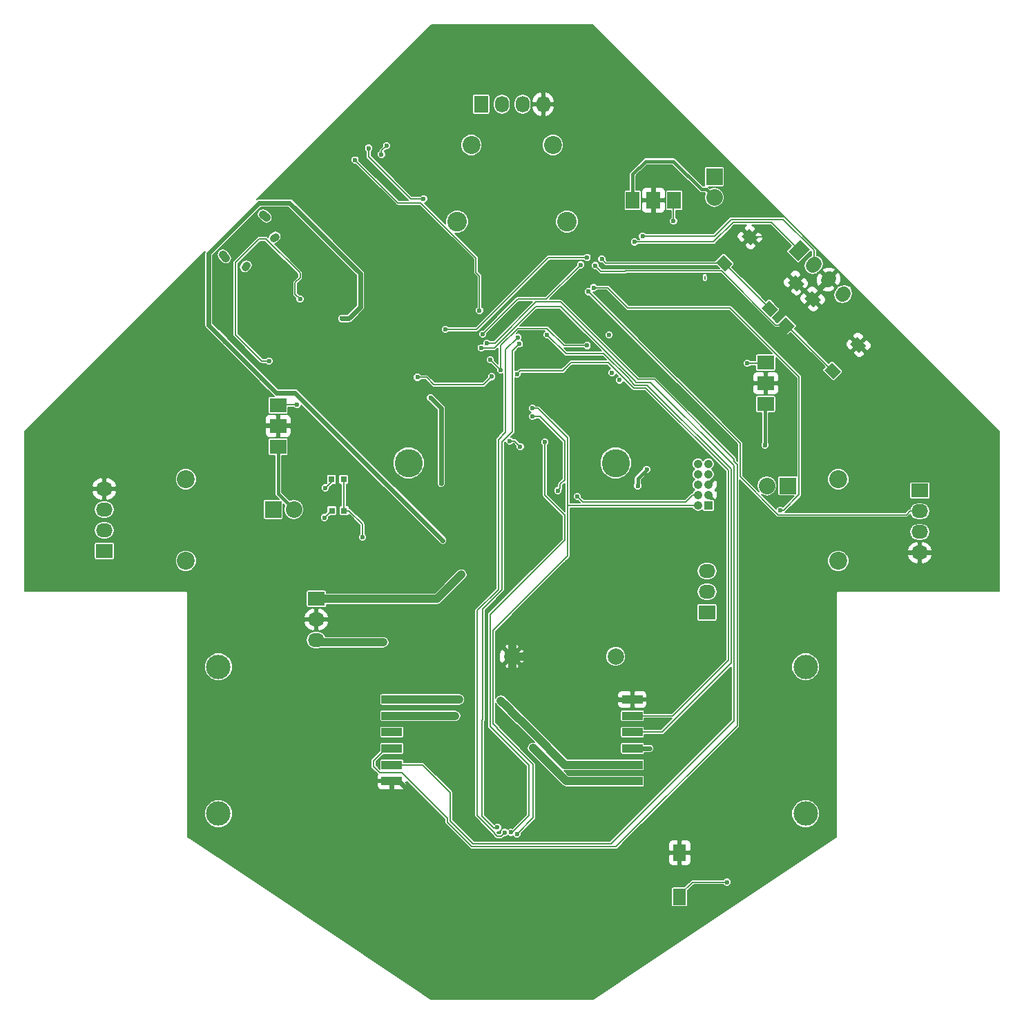
<source format=gbr>
G04 #@! TF.FileFunction,Copper,L2,Bot,Signal*
%FSLAX46Y46*%
G04 Gerber Fmt 4.6, Leading zero omitted, Abs format (unit mm)*
G04 Created by KiCad (PCBNEW 4.0.4-stable) date 11/01/16 13:58:18*
%MOMM*%
%LPD*%
G01*
G04 APERTURE LIST*
%ADD10C,0.100000*%
%ADD11C,0.950000*%
%ADD12C,1.000000*%
%ADD13C,3.450000*%
%ADD14C,2.000000*%
%ADD15C,2.400000*%
%ADD16R,2.032000X2.032000*%
%ADD17O,2.032000X2.032000*%
%ADD18R,2.032000X1.727200*%
%ADD19O,2.032000X1.727200*%
%ADD20R,1.727200X2.032000*%
%ADD21C,2.200000*%
%ADD22O,1.727200X2.032000*%
%ADD23R,0.797560X0.797560*%
%ADD24C,1.727200*%
%ADD25C,3.000000*%
%ADD26R,2.500000X1.000000*%
%ADD27R,1.600000X2.000000*%
%ADD28R,1.050000X1.050000*%
%ADD29C,1.050000*%
%ADD30C,0.600000*%
%ADD31C,0.890000*%
%ADD32C,0.200000*%
%ADD33C,0.600000*%
%ADD34C,0.400000*%
%ADD35C,0.150000*%
G04 APERTURE END LIST*
D10*
D11*
X110979352Y-126230413D02*
X110767220Y-126442545D01*
X107443818Y-129765947D02*
X107231686Y-129978079D01*
D12*
X109476750Y-123525730D02*
X109865658Y-123914638D01*
X104527003Y-128475478D02*
X104915911Y-128864386D01*
D13*
X152700000Y-154000000D03*
D14*
X140000000Y-177720000D03*
X152700000Y-177720000D03*
D13*
X127300000Y-154000000D03*
D15*
X133270000Y-124400000D03*
X146730000Y-124400000D03*
D16*
X110700000Y-159700000D03*
D17*
X113240000Y-159700000D03*
D16*
X173800000Y-156800000D03*
D17*
X171260000Y-156800000D03*
D16*
X164800000Y-118900000D03*
D17*
X164800000Y-121440000D03*
D18*
X163900000Y-172340000D03*
D19*
X163900000Y-169800000D03*
X163900000Y-167260000D03*
D18*
X111300000Y-146920000D03*
X111300000Y-149460000D03*
X111300000Y-152000000D03*
D20*
X159880000Y-121800000D03*
X157340000Y-121800000D03*
X154800000Y-121800000D03*
D18*
X171100000Y-141700000D03*
X171100000Y-144240000D03*
X171100000Y-146780000D03*
D21*
X100000000Y-166000000D03*
X100000000Y-156000000D03*
D18*
X90000000Y-164810000D03*
D19*
X90000000Y-162270000D03*
X90000000Y-159730000D03*
X90000000Y-157190000D03*
D20*
X136190000Y-110000000D03*
D22*
X138730000Y-110000000D03*
X141270000Y-110000000D03*
X143810000Y-110000000D03*
D18*
X190000000Y-157380000D03*
D19*
X190000000Y-159920000D03*
X190000000Y-162460000D03*
X190000000Y-165000000D03*
D23*
X119399300Y-159850000D03*
X117900700Y-159850000D03*
X119349300Y-156000000D03*
X117850700Y-156000000D03*
D10*
G36*
X175852855Y-133808132D02*
X176772094Y-132888893D01*
X177868109Y-133984908D01*
X176948870Y-134904147D01*
X175852855Y-133808132D01*
X175852855Y-133808132D01*
G37*
G36*
X172670874Y-136990113D02*
X173590113Y-136070874D01*
X174686128Y-137166889D01*
X173766889Y-138086128D01*
X172670874Y-136990113D01*
X172670874Y-136990113D01*
G37*
G36*
X178292373Y-142611612D02*
X179211612Y-141692373D01*
X180307627Y-142788388D01*
X179388388Y-143707627D01*
X178292373Y-142611612D01*
X178292373Y-142611612D01*
G37*
G36*
X181474354Y-139429631D02*
X182393593Y-138510392D01*
X183489608Y-139606407D01*
X182570369Y-140525646D01*
X181474354Y-139429631D01*
X181474354Y-139429631D01*
G37*
G36*
X168172614Y-126209872D02*
X169091853Y-125290633D01*
X170187868Y-126386648D01*
X169268629Y-127305887D01*
X168172614Y-126209872D01*
X168172614Y-126209872D01*
G37*
G36*
X164990633Y-129391853D02*
X165909872Y-128472614D01*
X167005887Y-129568629D01*
X166086648Y-130487868D01*
X164990633Y-129391853D01*
X164990633Y-129391853D01*
G37*
G36*
X170612132Y-135013352D02*
X171531371Y-134094113D01*
X172627386Y-135190128D01*
X171708147Y-136109367D01*
X170612132Y-135013352D01*
X170612132Y-135013352D01*
G37*
G36*
X173794113Y-131831371D02*
X174713352Y-130912132D01*
X175809367Y-132008147D01*
X174890128Y-132927386D01*
X173794113Y-131831371D01*
X173794113Y-131831371D01*
G37*
G36*
X175100135Y-129236976D02*
X173878820Y-128015661D01*
X175315661Y-126578820D01*
X176536976Y-127800135D01*
X175100135Y-129236976D01*
X175100135Y-129236976D01*
G37*
D24*
X176896186Y-129811712D02*
X177111712Y-129596186D01*
X178692237Y-131607763D02*
X178907763Y-131392237D01*
X180488289Y-133403815D02*
X180703815Y-133188289D01*
D18*
X116000000Y-170660000D03*
D19*
X116000000Y-173200000D03*
X116000000Y-175740000D03*
D21*
X145000000Y-115000000D03*
X135000000Y-115000000D03*
X180000000Y-166000000D03*
X180000000Y-156000000D03*
D25*
X104000000Y-197000000D03*
D26*
X125250000Y-183000000D03*
X125250000Y-185000000D03*
X125250000Y-187000000D03*
X125250000Y-189000000D03*
X125250000Y-191000000D03*
X125250000Y-193000000D03*
D25*
X104000000Y-179000000D03*
X176000000Y-179000000D03*
D26*
X154750000Y-193000000D03*
X154750000Y-191000000D03*
X154750000Y-189000000D03*
X154750000Y-187000000D03*
X154750000Y-185000000D03*
X154750000Y-183000000D03*
D25*
X176000000Y-197000000D03*
D27*
X160550000Y-201800000D03*
X160550000Y-207200000D03*
D28*
X164070000Y-159200000D03*
D29*
X164070000Y-157930000D03*
X164070000Y-156660000D03*
X164070000Y-155390000D03*
X164070000Y-154120000D03*
X162800000Y-157930000D03*
X162800000Y-156660000D03*
X162800000Y-155390000D03*
X162800000Y-154120000D03*
X162800000Y-159200000D03*
D30*
X152261084Y-142938916D03*
X151900000Y-138300000D03*
X153161084Y-143838916D03*
X138400000Y-150000000D03*
X139600000Y-132400000D03*
X139600000Y-132400000D03*
X141000000Y-133300000D03*
X141000000Y-133300000D03*
X146500000Y-138800000D03*
X183700000Y-140800000D03*
X183700000Y-140800000D03*
X183700000Y-138400000D03*
X183700000Y-138400000D03*
X178500000Y-134800000D03*
X178500000Y-134800000D03*
X170800000Y-123200000D03*
X170800000Y-123200000D03*
X171400000Y-125700000D03*
X139850000Y-196650000D03*
X137800000Y-195100000D03*
X137800000Y-195100000D03*
X137400000Y-197300000D03*
X137400000Y-197300000D03*
X137400000Y-197300000D03*
X137400000Y-196400000D03*
X132790000Y-146230000D03*
X132790000Y-146230000D03*
X134110000Y-151180000D03*
X136080000Y-151130000D03*
X128920000Y-158690000D03*
X128920000Y-158690000D03*
X126630000Y-146120000D03*
X128820000Y-146060000D03*
X128820000Y-146060000D03*
X140440000Y-150600000D03*
X140440000Y-150600000D03*
X137890000Y-147150000D03*
X137890000Y-147150000D03*
X150020000Y-142510000D03*
X150020000Y-142510000D03*
X149380000Y-152310000D03*
X149380000Y-152310000D03*
X150640000Y-151100000D03*
X150640000Y-151100000D03*
X109540000Y-130420000D03*
X109540000Y-130420000D03*
X107460000Y-143170000D03*
X107190000Y-138010000D03*
X107190000Y-138010000D03*
X144590000Y-141980000D03*
X131475000Y-143475000D03*
X152955631Y-183000000D03*
X152045482Y-183000000D03*
X151075000Y-183025000D03*
X150150000Y-183000000D03*
X126978052Y-193878052D03*
X122200000Y-193300000D03*
X122375000Y-194725000D03*
X127400000Y-194300000D03*
X108050000Y-126475000D03*
X107325000Y-127175000D03*
X115950000Y-132725000D03*
X114875000Y-133475000D03*
X114025000Y-132675000D03*
X109150000Y-149170000D03*
X109150000Y-149170000D03*
X113380000Y-149100000D03*
X113380000Y-149100000D03*
X146100000Y-136250000D03*
X147270000Y-137100000D03*
X163320000Y-137110000D03*
X163320000Y-137110000D03*
X164400000Y-138270000D03*
X173530000Y-144230000D03*
X173530000Y-144230000D03*
X168590000Y-144270000D03*
X121650000Y-163100000D03*
X121650000Y-163100000D03*
X122400000Y-115400000D03*
X122400000Y-115400000D03*
X129150000Y-121600000D03*
X129150000Y-121600000D03*
X149200000Y-139600000D03*
X149200000Y-139600000D03*
X137321078Y-141328922D03*
X138600000Y-142600000D03*
X130000000Y-146000000D03*
X130000000Y-146000000D03*
X131300000Y-149200000D03*
X131300000Y-149200000D03*
X131300000Y-156500000D03*
X156900000Y-189000000D03*
X156900000Y-189000000D03*
X125000000Y-187000000D03*
D31*
X124200000Y-176000000D03*
X124200000Y-176000000D03*
D30*
X171000000Y-151800000D03*
X171000000Y-151800000D03*
X113619258Y-146825000D03*
X113639115Y-146825000D03*
X168825000Y-141775000D03*
X168825000Y-141775000D03*
X159800000Y-124325000D03*
X159800000Y-124325000D03*
D31*
X144504068Y-190879068D03*
X143835457Y-190210457D03*
X143177293Y-189552293D03*
X142575000Y-188950000D03*
X141559300Y-186059300D03*
X140325000Y-184825000D03*
X139318355Y-183818355D03*
X138625000Y-183125000D03*
D30*
X144286084Y-138286084D03*
X144286084Y-138286084D03*
X144286084Y-138286084D03*
X144286084Y-138286084D03*
X140606057Y-143100000D03*
X140606057Y-143100000D03*
X140606057Y-143100000D03*
D31*
X133500000Y-183000000D03*
X132761632Y-183000000D03*
X131837947Y-183000000D03*
X131006630Y-183000000D03*
X130082945Y-183000000D03*
X133000000Y-185000000D03*
X131456888Y-185000000D03*
X130383888Y-185000000D03*
X129268533Y-185000000D03*
X128209651Y-185000000D03*
D30*
X136900000Y-139300000D03*
X136900000Y-139300000D03*
X136900000Y-139300000D03*
X136200000Y-139900000D03*
X136200000Y-139900000D03*
X110200000Y-141500000D03*
X114000000Y-133900000D03*
X137500000Y-143400000D03*
X137500000Y-143400000D03*
X128400000Y-143500000D03*
X128400000Y-143500000D03*
X128400000Y-143500000D03*
X138200000Y-198700000D03*
X138200000Y-198700000D03*
X140900000Y-139400000D03*
X140900000Y-139400000D03*
X140700000Y-138600000D03*
X140700000Y-138600000D03*
X139100000Y-199300000D03*
X139100000Y-199300000D03*
X148000000Y-158100000D03*
X148000000Y-158100000D03*
X142500000Y-148300000D03*
X142500000Y-148300000D03*
X145600000Y-157400000D03*
X145600000Y-157400000D03*
X166350000Y-205400000D03*
X166350000Y-205400000D03*
X141000000Y-152000000D03*
X141000000Y-152000000D03*
X139700000Y-151300000D03*
X142499990Y-147300000D03*
X142499990Y-147300000D03*
X140600000Y-199500000D03*
X140600000Y-199500000D03*
X120750000Y-116850000D03*
X120750000Y-116850000D03*
X136000000Y-135300000D03*
X124600000Y-115100000D03*
X124600000Y-115100000D03*
X123983442Y-116172368D03*
X117000000Y-160700000D03*
X117000000Y-160700000D03*
X117100000Y-157050000D03*
X117100000Y-157050000D03*
X150200000Y-129800000D03*
X148400000Y-129700000D03*
X136400000Y-138200000D03*
X151000000Y-129000000D03*
X151000000Y-129000000D03*
X149200000Y-128800000D03*
X131800000Y-137600000D03*
X155000000Y-126900000D03*
X155000000Y-126900000D03*
X155000000Y-126900000D03*
X155000000Y-126900000D03*
X156000000Y-126200000D03*
X149378126Y-133000010D03*
X172900000Y-159800000D03*
X172900000Y-159800000D03*
X150000000Y-132500000D03*
D31*
X133800000Y-167700000D03*
X133800000Y-167700000D03*
X133800000Y-167700000D03*
X133800000Y-167700000D03*
D30*
X156500000Y-154800000D03*
X155400000Y-156800000D03*
X131500000Y-163500000D03*
X131500000Y-163500000D03*
X119100000Y-136300000D03*
X119100000Y-136300000D03*
X119100000Y-136300000D03*
X119100000Y-136300000D03*
X119100000Y-136300000D03*
X119100000Y-136300000D03*
X119100000Y-136300000D03*
X119100000Y-136300000D03*
X104812080Y-139112080D03*
X109296086Y-143596086D03*
X144020000Y-151449990D03*
X144020000Y-151449990D03*
X139878855Y-199293959D03*
X139878855Y-199293959D03*
D32*
X163649300Y-131100000D02*
X163649300Y-131449300D01*
D12*
X140000000Y-176305787D02*
X140000000Y-175600000D01*
X140000000Y-177720000D02*
X140000000Y-176305787D01*
X140000000Y-179134213D02*
X140000000Y-180000000D01*
X140000000Y-177720000D02*
X140000000Y-179134213D01*
X141434213Y-177700000D02*
X142200000Y-177700000D01*
X140000000Y-177720000D02*
X141414213Y-177720000D01*
X141414213Y-177720000D02*
X141434213Y-177700000D01*
D32*
X126630000Y-146120000D02*
X125429492Y-147320508D01*
X125429492Y-147320508D02*
X125374999Y-147375001D01*
X128920000Y-158690000D02*
X125000000Y-154770000D01*
X125000000Y-154770000D02*
X125000000Y-147750000D01*
X125000000Y-147750000D02*
X125429492Y-147320508D01*
X182481981Y-139518019D02*
X182481981Y-139581981D01*
X182481981Y-139581981D02*
X183700000Y-140800000D01*
X182481981Y-139518019D02*
X182581981Y-139518019D01*
X182581981Y-139518019D02*
X183700000Y-138400000D01*
X176860482Y-133896520D02*
X177763962Y-134800000D01*
X177763962Y-134800000D02*
X178500000Y-134800000D01*
X176860482Y-133896520D02*
X178800000Y-131957002D01*
X178800000Y-131957002D02*
X178800000Y-131500000D01*
X174801740Y-131919759D02*
X176778501Y-133896520D01*
X176778501Y-133896520D02*
X176860482Y-133896520D01*
X169180241Y-126298260D02*
X170801740Y-126298260D01*
X170801740Y-126298260D02*
X171400000Y-125700000D01*
X137400000Y-196400000D02*
X137400000Y-197300000D01*
X134110000Y-151180000D02*
X132790000Y-149860000D01*
X132790000Y-149860000D02*
X132790000Y-146230000D01*
X137890000Y-147150000D02*
X136080000Y-148960000D01*
X136080000Y-148960000D02*
X136080000Y-151130000D01*
X150020000Y-142510000D02*
X150020000Y-142500000D01*
D33*
X155000000Y-183000000D02*
X152955631Y-183000000D01*
X152955631Y-183000000D02*
X152045482Y-183000000D01*
X152045482Y-183000000D02*
X150150000Y-183000000D01*
X126978052Y-193878052D02*
X127400000Y-194300000D01*
X126553317Y-193453317D02*
X126978052Y-193878052D01*
X125000000Y-193000000D02*
X126100000Y-193000000D01*
X126100000Y-193000000D02*
X126553317Y-193453317D01*
X122375000Y-193475000D02*
X122200000Y-193300000D01*
X122375000Y-194725000D02*
X122375000Y-193475000D01*
D32*
X107325000Y-127175000D02*
X107350000Y-127175000D01*
X107350000Y-127175000D02*
X108050000Y-126475000D01*
X114025000Y-132675000D02*
X114075000Y-132675000D01*
X114075000Y-132675000D02*
X114875000Y-133475000D01*
X111300000Y-149200000D02*
X109180000Y-149200000D01*
X109180000Y-149200000D02*
X109150000Y-149170000D01*
X111300000Y-149200000D02*
X113280000Y-149200000D01*
X113280000Y-149200000D02*
X113380000Y-149100000D01*
X147270000Y-137100000D02*
X146950000Y-137100000D01*
X146950000Y-137100000D02*
X146100000Y-136250000D01*
X164400000Y-138270000D02*
X164400000Y-138190000D01*
X164400000Y-138190000D02*
X163320000Y-137110000D01*
X171100000Y-144240000D02*
X173520000Y-144240000D01*
X173520000Y-144240000D02*
X173530000Y-144230000D01*
X171100000Y-144240000D02*
X168620000Y-144240000D01*
X168620000Y-144240000D02*
X168590000Y-144270000D01*
X119399300Y-159850000D02*
X119399300Y-156050000D01*
X119399300Y-156050000D02*
X119349300Y-156000000D01*
X121650000Y-163100000D02*
X121650000Y-161501920D01*
X121650000Y-161501920D02*
X119998080Y-159850000D01*
X119998080Y-159850000D02*
X119399300Y-159850000D01*
X127550000Y-121600000D02*
X122400000Y-116450000D01*
X122400000Y-116450000D02*
X122400000Y-115400000D01*
X129150000Y-121600000D02*
X127550000Y-121600000D01*
X138600000Y-142600000D02*
X138600000Y-139589976D01*
X138600000Y-139589976D02*
X140689976Y-137500000D01*
X140689976Y-137500000D02*
X144300000Y-137500000D01*
X144300000Y-137500000D02*
X146400000Y-139600000D01*
X146400000Y-139600000D02*
X149200000Y-139600000D01*
X138600000Y-142600000D02*
X138592156Y-142600000D01*
X138592156Y-142600000D02*
X137321078Y-141328922D01*
D33*
X131300000Y-149200000D02*
X131300000Y-147300000D01*
X131300000Y-147300000D02*
X130000000Y-146000000D01*
X131300000Y-156500000D02*
X131300000Y-149200000D01*
X156900000Y-189000000D02*
X155000000Y-189000000D01*
D12*
X124200000Y-176000000D02*
X116260000Y-176000000D01*
X116260000Y-176000000D02*
X116000000Y-175740000D01*
D34*
X111300000Y-151740000D02*
X111300000Y-157760000D01*
X111300000Y-157760000D02*
X113240000Y-159700000D01*
X171000000Y-151800000D02*
X171000000Y-146880000D01*
X171000000Y-146880000D02*
X171100000Y-146780000D01*
X156400000Y-117000000D02*
X154800000Y-118600000D01*
X154800000Y-118600000D02*
X154800000Y-121800000D01*
X159800000Y-117000000D02*
X156400000Y-117000000D01*
X163224001Y-120424001D02*
X159800000Y-117000000D01*
X164800000Y-121440000D02*
X163784001Y-120424001D01*
X163784001Y-120424001D02*
X163224001Y-120424001D01*
D32*
X113825000Y-146825000D02*
X111465000Y-146825000D01*
X111465000Y-146825000D02*
X111300000Y-146660000D01*
X168825000Y-141775000D02*
X171025000Y-141775000D01*
X171025000Y-141775000D02*
X171100000Y-141700000D01*
X159800000Y-124325000D02*
X159800000Y-121880000D01*
X159800000Y-121880000D02*
X159880000Y-121800000D01*
D12*
X146625000Y-193000000D02*
X144504068Y-190879068D01*
X143835457Y-190210457D02*
X144504068Y-190879068D01*
X143835457Y-190210457D02*
X143177293Y-189552293D01*
X143177293Y-189552293D02*
X142575000Y-188950000D01*
X146944351Y-193000000D02*
X146625000Y-193000000D01*
X155000000Y-193000000D02*
X146944351Y-193000000D01*
X141559300Y-186059300D02*
X140325000Y-184825000D01*
X142500000Y-187000000D02*
X141559300Y-186059300D01*
X139318355Y-183818355D02*
X140325000Y-184825000D01*
X139318355Y-183818355D02*
X138625000Y-183125000D01*
X146500000Y-191000000D02*
X142500000Y-187000000D01*
X155000000Y-191000000D02*
X146500000Y-191000000D01*
D32*
X166850010Y-178549990D02*
X158400000Y-187000000D01*
X158400000Y-187000000D02*
X155000000Y-187000000D01*
X156549990Y-144449990D02*
X166850010Y-154750010D01*
X166850010Y-154750010D02*
X166850010Y-178549990D01*
X154400000Y-143751986D02*
X154400000Y-143800000D01*
X154400000Y-143800000D02*
X155049990Y-144449990D01*
X155049990Y-144449990D02*
X156549990Y-144449990D01*
X155500000Y-187000000D02*
X155000000Y-187000000D01*
X151248014Y-140600000D02*
X154400000Y-143751986D01*
X144286084Y-138286084D02*
X146600000Y-140600000D01*
X146600000Y-140600000D02*
X151248014Y-140600000D01*
X141000000Y-142700000D02*
X140606057Y-143093943D01*
X140606057Y-143093943D02*
X140606057Y-143100000D01*
X146600000Y-142300000D02*
X146200000Y-142700000D01*
X146200000Y-142700000D02*
X141000000Y-142700000D01*
X146600000Y-142300000D02*
X147200000Y-141700000D01*
X147200000Y-141700000D02*
X151800000Y-141700000D01*
X151800000Y-141700000D02*
X154900000Y-144800000D01*
X154900000Y-144800000D02*
X156400000Y-144800000D01*
X166500000Y-178200000D02*
X159700000Y-185000000D01*
X156400000Y-144800000D02*
X166500000Y-154900000D01*
X166500000Y-154900000D02*
X166500000Y-178200000D01*
X159700000Y-185000000D02*
X155000000Y-185000000D01*
X156200000Y-185000000D02*
X155000000Y-185000000D01*
X155000000Y-185000000D02*
X155500000Y-185000000D01*
D12*
X132761632Y-183000000D02*
X133500000Y-183000000D01*
X131837947Y-183000000D02*
X132761632Y-183000000D01*
X131006630Y-183000000D02*
X131837947Y-183000000D01*
X130082945Y-183000000D02*
X131006630Y-183000000D01*
X125000000Y-183000000D02*
X130082945Y-183000000D01*
X128209651Y-185000000D02*
X129268533Y-185000000D01*
X130383888Y-185000000D02*
X133000000Y-185000000D01*
X131456888Y-185000000D02*
X133000000Y-185000000D01*
X129268533Y-185000000D02*
X130383888Y-185000000D01*
X125000000Y-185000000D02*
X128209651Y-185000000D01*
D32*
X123000000Y-191200000D02*
X123000000Y-190500000D01*
X132049990Y-198044978D02*
X132049990Y-197599990D01*
X135055022Y-201050010D02*
X132049990Y-198044978D01*
X124500000Y-189000000D02*
X125000000Y-189000000D01*
X152749990Y-201050010D02*
X135055022Y-201050010D01*
X126450000Y-192000000D02*
X123800000Y-192000000D01*
X132049990Y-197599990D02*
X126450000Y-192000000D01*
X123800000Y-192000000D02*
X123000000Y-191200000D01*
X123000000Y-190500000D02*
X124500000Y-189000000D01*
X167600000Y-154205012D02*
X167600000Y-186200000D01*
X167600000Y-186200000D02*
X152749990Y-201050010D01*
X136900000Y-139300000D02*
X137900000Y-139300000D01*
X137900000Y-139300000D02*
X142949989Y-134250011D01*
X167200000Y-153805012D02*
X167600000Y-154205012D01*
X142949989Y-134250011D02*
X145950011Y-134250011D01*
X145950011Y-134250011D02*
X155449970Y-143749970D01*
X157449970Y-143749970D02*
X167200000Y-153500000D01*
X155449970Y-143749970D02*
X157449970Y-143749970D01*
X167200000Y-153500000D02*
X167200000Y-153805012D01*
X136200000Y-139900000D02*
X137794988Y-139900000D01*
X155097494Y-143997494D02*
X155199980Y-144099980D01*
X137794988Y-139900000D02*
X142894988Y-134800000D01*
X142894988Y-134800000D02*
X145943002Y-134800000D01*
X145943002Y-134800000D02*
X155097494Y-143954492D01*
X135200000Y-200700000D02*
X132400000Y-197900000D01*
X155097494Y-143954492D02*
X155097494Y-143997494D01*
X155199980Y-144099980D02*
X156999980Y-144099980D01*
X156999980Y-144099980D02*
X167200020Y-154300020D01*
X132400000Y-194400000D02*
X129000000Y-191000000D01*
X167200020Y-154300020D02*
X167200020Y-185599980D01*
X167200020Y-185599980D02*
X152100000Y-200700000D01*
X152100000Y-200700000D02*
X135200000Y-200700000D01*
X132400000Y-197900000D02*
X132400000Y-194400000D01*
X129000000Y-191000000D02*
X125000000Y-191000000D01*
X124500000Y-191000000D02*
X125000000Y-191000000D01*
X110200000Y-141500000D02*
X109300000Y-141500000D01*
X109300000Y-141500000D02*
X106100000Y-138300000D01*
X106100000Y-138300000D02*
X106100000Y-129400000D01*
X106100000Y-129400000D02*
X108994620Y-126505380D01*
X108994620Y-126505380D02*
X109804735Y-126505380D01*
X109804735Y-126505380D02*
X114000000Y-130700645D01*
X113400000Y-133300000D02*
X114000000Y-133900000D01*
X114000000Y-130700645D02*
X114000000Y-131300000D01*
X114000000Y-131300000D02*
X113400000Y-131900000D01*
X113400000Y-131900000D02*
X113400000Y-133300000D01*
X130400000Y-144400000D02*
X136500000Y-144400000D01*
X136500000Y-144400000D02*
X137500000Y-143400000D01*
X129500000Y-143500000D02*
X130400000Y-144400000D01*
X128400000Y-143500000D02*
X129500000Y-143500000D01*
X140056047Y-140243953D02*
X140900000Y-139400000D01*
X138800000Y-169500000D02*
X138800000Y-151372029D01*
X140056047Y-140243953D02*
X140056047Y-150129951D01*
X140056047Y-150129951D02*
X138813969Y-151372029D01*
X138813969Y-151372029D02*
X138800000Y-151372029D01*
X138200000Y-198700000D02*
X137949984Y-198700000D01*
X137949984Y-198700000D02*
X137924992Y-198724992D01*
X136400000Y-185095178D02*
X136400000Y-171900000D01*
X136400000Y-171900000D02*
X138800000Y-169500000D01*
X136300020Y-197300020D02*
X136300020Y-185548516D01*
X136300020Y-185548516D02*
X136400000Y-185448536D01*
X137924992Y-198724992D02*
X137724992Y-198724992D01*
X137724992Y-198724992D02*
X136300020Y-197300020D01*
X136400000Y-185200000D02*
X136400000Y-185095178D01*
X136400000Y-185448536D02*
X136400000Y-185095178D01*
X139100000Y-199300000D02*
X138649999Y-199750001D01*
X138300000Y-169505012D02*
X138300000Y-151130002D01*
X138300000Y-151130002D02*
X139199999Y-150230003D01*
X139199999Y-150230003D02*
X139199999Y-140100001D01*
X138649999Y-199750001D02*
X138135999Y-199750001D01*
X138135999Y-199750001D02*
X137849999Y-199464001D01*
X137849999Y-199464001D02*
X137849999Y-199349999D01*
X137849999Y-199349999D02*
X136301074Y-197801074D01*
X136301074Y-197801074D02*
X136301074Y-197796062D01*
X136301074Y-197796062D02*
X135700000Y-197194988D01*
X135700000Y-197194988D02*
X135700000Y-172105012D01*
X135700000Y-172105012D02*
X138300000Y-169505012D01*
X139199999Y-140100001D02*
X140700000Y-138600000D01*
X145600000Y-157400000D02*
X145899999Y-157100001D01*
X146452265Y-156040659D02*
X146452265Y-151352265D01*
X145899999Y-157100001D02*
X145899999Y-156592925D01*
X145899999Y-156592925D02*
X146452265Y-156040659D01*
X146452265Y-151352265D02*
X143400000Y-148300000D01*
X143400000Y-148300000D02*
X142500000Y-148300000D01*
X148800000Y-158800000D02*
X148700000Y-158800000D01*
X148700000Y-158800000D02*
X148000000Y-158100000D01*
X161300000Y-158800000D02*
X148800000Y-158800000D01*
X162930000Y-157940000D02*
X162160000Y-157940000D01*
X162160000Y-157940000D02*
X161300000Y-158800000D01*
X166350000Y-205400000D02*
X162150000Y-205400000D01*
X162150000Y-205400000D02*
X160550000Y-207000000D01*
X160550000Y-207000000D02*
X160550000Y-207200000D01*
X139700000Y-151300000D02*
X140300000Y-151300000D01*
X140300000Y-151300000D02*
X141000000Y-152000000D01*
X146800280Y-163690834D02*
X146800280Y-165399720D01*
X146800280Y-163460433D02*
X146800280Y-163690834D01*
X146802273Y-163592715D02*
X146802273Y-163450203D01*
X146802273Y-163450203D02*
X146802273Y-150902273D01*
X146800280Y-163690834D02*
X146800280Y-163452196D01*
X146800280Y-163452196D02*
X146802273Y-163450203D01*
X162930000Y-159210000D02*
X146819074Y-159210000D01*
X146819074Y-159210000D02*
X146807675Y-159221399D01*
X146800280Y-165399720D02*
X137650010Y-174549990D01*
X137650010Y-174549990D02*
X137650010Y-185950010D01*
X146807675Y-159221399D02*
X146800889Y-159221399D01*
X137650010Y-185950010D02*
X138178007Y-186478007D01*
X142600000Y-190975722D02*
X142600000Y-197500000D01*
X146800889Y-159221399D02*
X146800280Y-163460433D01*
X138178007Y-186478007D02*
X138178007Y-186553729D01*
X138178007Y-186553729D02*
X142600000Y-190975722D01*
X142600000Y-197500000D02*
X140600000Y-199500000D01*
X146802273Y-150902273D02*
X146802273Y-151124145D01*
X146802273Y-151124145D02*
X146800000Y-151126418D01*
X146802273Y-150902273D02*
X143200000Y-147300000D01*
X143200000Y-147300000D02*
X142499990Y-147300000D01*
X142499990Y-147300000D02*
X142973582Y-147300000D01*
X128800000Y-122099264D02*
X125999264Y-122099264D01*
X125999264Y-122099264D02*
X120750000Y-116850000D01*
X135575736Y-128875000D02*
X135575736Y-130654976D01*
X135575736Y-128875000D02*
X128800000Y-122099264D01*
X136000000Y-135300000D02*
X136000000Y-131079240D01*
X135575736Y-130654976D02*
X136000000Y-131079240D01*
X123983442Y-116172368D02*
X123983442Y-115716558D01*
X123983442Y-115716558D02*
X124600000Y-115100000D01*
X117900700Y-159850000D02*
X117850000Y-159850000D01*
X117850000Y-159850000D02*
X117000000Y-160700000D01*
X117850700Y-156000000D02*
X117850700Y-156299300D01*
X117850700Y-156299300D02*
X117100000Y-157050000D01*
X150200000Y-129800000D02*
X150901219Y-130501219D01*
X150901219Y-130501219D02*
X153801219Y-130501219D01*
X153801219Y-130501219D02*
X153851219Y-130451219D01*
X153851219Y-130451219D02*
X165696430Y-130451219D01*
X165696430Y-130451219D02*
X172323712Y-137078501D01*
X172323712Y-137078501D02*
X172659262Y-137078501D01*
X172659262Y-137078501D02*
X173678501Y-137078501D01*
X179300000Y-142700000D02*
X178681283Y-142081283D01*
X178681283Y-142081283D02*
X173678501Y-137078501D01*
X136400000Y-138200000D02*
X140699999Y-133900001D01*
X140699999Y-133900001D02*
X144199999Y-133900001D01*
X144199999Y-133900001D02*
X148400000Y-129700000D01*
X151000000Y-129000000D02*
X151408479Y-129408479D01*
X151408479Y-129408479D02*
X151480241Y-129480241D01*
X165998260Y-129480241D02*
X164979021Y-129480241D01*
X164979021Y-129480241D02*
X164929030Y-129530232D01*
X164929030Y-129530232D02*
X151530232Y-129530232D01*
X151530232Y-129530232D02*
X151408479Y-129408479D01*
X165998260Y-129480241D02*
X171619759Y-135101740D01*
X131800000Y-137600000D02*
X135659998Y-137600000D01*
X135659998Y-137600000D02*
X144459998Y-128800000D01*
X144459998Y-128800000D02*
X149200000Y-128800000D01*
X167100000Y-124500000D02*
X171800000Y-124500000D01*
X171800000Y-124500000D02*
X175207898Y-127907898D01*
X164700000Y-126900000D02*
X167100000Y-124500000D01*
X155000000Y-126900000D02*
X164700000Y-126900000D01*
X156000000Y-126200000D02*
X164800000Y-126200000D01*
X164800000Y-126200000D02*
X166850010Y-124149990D01*
X166850010Y-124149990D02*
X173240400Y-124149990D01*
X173240400Y-124149990D02*
X177003949Y-127913539D01*
X177003949Y-127913539D02*
X177003949Y-129703949D01*
X149378126Y-133000010D02*
X167950010Y-151571894D01*
X167950010Y-151571894D02*
X167950010Y-155664012D01*
X167950010Y-155664012D02*
X172635999Y-160350001D01*
X172635999Y-160350001D02*
X188353999Y-160350001D01*
X188353999Y-160350001D02*
X188784000Y-159920000D01*
X188784000Y-159920000D02*
X190000000Y-159920000D01*
X189847600Y-159920000D02*
X190000000Y-159920000D01*
X175200000Y-143470398D02*
X175200000Y-157882002D01*
X175200000Y-157882002D02*
X173282002Y-159800000D01*
X173282002Y-159800000D02*
X172900000Y-159800000D01*
X151800000Y-132600000D02*
X154200000Y-135000000D01*
X154200000Y-135000000D02*
X166729602Y-135000000D01*
X166729602Y-135000000D02*
X175200000Y-143470398D01*
X151700000Y-132500000D02*
X151800000Y-132600000D01*
X150000000Y-132500000D02*
X151700000Y-132500000D01*
D12*
X116000000Y-170660000D02*
X130840000Y-170660000D01*
X130840000Y-170660000D02*
X133800000Y-167700000D01*
D34*
X155400000Y-156800000D02*
X155400000Y-155900000D01*
X155400000Y-155900000D02*
X156500000Y-154800000D01*
D33*
X128130356Y-160130356D02*
X131500000Y-163500000D01*
X119100000Y-136300000D02*
X120000000Y-136300000D01*
X113396399Y-145396399D02*
X128130356Y-160130356D01*
X102800000Y-137100000D02*
X104812080Y-139112080D01*
X104812080Y-139112080D02*
X109296086Y-143596086D01*
X109296086Y-143596086D02*
X111096399Y-145396399D01*
X111096399Y-145396399D02*
X113396399Y-145396399D01*
X102800000Y-128300000D02*
X102800000Y-137100000D01*
X109000000Y-122100000D02*
X102800000Y-128300000D01*
X112700000Y-122100000D02*
X109000000Y-122100000D01*
X121400000Y-130800000D02*
X112700000Y-122100000D01*
X121400000Y-134900000D02*
X121400000Y-130800000D01*
X120000000Y-136300000D02*
X121400000Y-134900000D01*
D32*
X144020000Y-151449990D02*
X144020000Y-157961198D01*
X144020000Y-157961198D02*
X146449990Y-160391188D01*
X139878855Y-199293959D02*
X139992039Y-199293959D01*
X139992039Y-199293959D02*
X142044647Y-197241351D01*
X142044647Y-197241351D02*
X142044647Y-191044647D01*
X142044647Y-191044647D02*
X137300000Y-186300000D01*
X137300000Y-186300000D02*
X137300000Y-172600000D01*
X137300000Y-172600000D02*
X146449990Y-163450010D01*
X146449990Y-163450010D02*
X146449990Y-160391188D01*
D35*
G36*
X199725000Y-150113908D02*
X199725000Y-169725000D01*
X180000000Y-169725000D01*
X179894762Y-169745933D01*
X179805546Y-169805546D01*
X179745933Y-169894762D01*
X179725000Y-170000000D01*
X179725000Y-199852825D01*
X149916736Y-219725000D01*
X130083264Y-219725000D01*
X107927765Y-204954667D01*
X166053000Y-204954667D01*
X165932457Y-205075000D01*
X162150005Y-205075000D01*
X162150000Y-205074999D01*
X162025628Y-205099739D01*
X161920190Y-205170190D01*
X161920188Y-205170193D01*
X161119788Y-205970592D01*
X159750000Y-205970592D01*
X159664208Y-205987238D01*
X159588805Y-206036769D01*
X159538331Y-206111545D01*
X159520592Y-206200000D01*
X159520592Y-208200000D01*
X159537238Y-208285792D01*
X159586769Y-208361195D01*
X159661545Y-208411669D01*
X159750000Y-208429408D01*
X161350000Y-208429408D01*
X161435792Y-208412762D01*
X161511195Y-208363231D01*
X161561669Y-208288455D01*
X161579408Y-208200000D01*
X161579408Y-206430212D01*
X162284619Y-205725000D01*
X165932618Y-205725000D01*
X166052223Y-205844814D01*
X166245113Y-205924908D01*
X166453971Y-205925091D01*
X166647000Y-205845333D01*
X166794814Y-205697777D01*
X166874908Y-205504887D01*
X166875091Y-205296029D01*
X166795333Y-205103000D01*
X166647777Y-204955186D01*
X166454887Y-204875092D01*
X166246029Y-204874909D01*
X166053000Y-204954667D01*
X107927765Y-204954667D01*
X103464265Y-201979000D01*
X159312750Y-201979000D01*
X159167000Y-202124750D01*
X159167000Y-202915966D01*
X159255756Y-203130243D01*
X159419757Y-203294244D01*
X159634034Y-203383000D01*
X160225250Y-203383000D01*
X160371000Y-203237250D01*
X160371000Y-201979000D01*
X160729000Y-201979000D01*
X160729000Y-203237250D01*
X160874750Y-203383000D01*
X161465966Y-203383000D01*
X161680243Y-203294244D01*
X161844244Y-203130243D01*
X161933000Y-202915966D01*
X161933000Y-202124750D01*
X161787250Y-201979000D01*
X160729000Y-201979000D01*
X160371000Y-201979000D01*
X159312750Y-201979000D01*
X103464265Y-201979000D01*
X102708640Y-201475250D01*
X159167000Y-201475250D01*
X159312750Y-201621000D01*
X160371000Y-201621000D01*
X160371000Y-200362750D01*
X160225250Y-200217000D01*
X160874750Y-200217000D01*
X160225250Y-200217000D01*
X160874750Y-200217000D01*
X160729000Y-200362750D01*
X160729000Y-201621000D01*
X161787250Y-201621000D01*
X161933000Y-201475250D01*
X161933000Y-200684034D01*
X161844244Y-200469757D01*
X161680243Y-200305756D01*
X161465966Y-200217000D01*
X160874750Y-200217000D01*
X160225250Y-200217000D01*
X159634034Y-200217000D01*
X154042619Y-200217000D01*
X158722856Y-195536763D01*
X175024142Y-195536763D01*
X174538469Y-196021590D01*
X174275300Y-196655371D01*
X174274701Y-197341618D01*
X174536763Y-197975858D01*
X175021590Y-198461531D01*
X175655371Y-198724700D01*
X176341618Y-198725299D01*
X176975858Y-198463237D01*
X177461531Y-197978410D01*
X177724700Y-197344629D01*
X177725299Y-196658382D01*
X177463237Y-196024142D01*
X176978410Y-195538469D01*
X176344629Y-195275300D01*
X175658382Y-195274701D01*
X175024142Y-195536763D01*
X158722856Y-195536763D01*
X167829807Y-186429812D01*
X167829810Y-186429810D01*
X167900261Y-186324372D01*
X167907430Y-186288331D01*
X167925001Y-186200000D01*
X167925000Y-186199995D01*
X167925000Y-177536763D01*
X175024142Y-177536763D01*
X174538469Y-178021590D01*
X174275300Y-178655371D01*
X174274701Y-179341618D01*
X174536763Y-179975858D01*
X175021590Y-180461531D01*
X175655371Y-180724700D01*
X176341618Y-180725299D01*
X176975858Y-180463237D01*
X177461531Y-179978410D01*
X177724700Y-179344629D01*
X177725299Y-178658382D01*
X177463237Y-178024142D01*
X176978410Y-177538469D01*
X176344629Y-177275300D01*
X175658382Y-177274701D01*
X175024142Y-177536763D01*
X167925000Y-177536763D01*
X167925000Y-164876065D01*
X179250428Y-164876065D01*
X178877375Y-165248468D01*
X178675231Y-165735285D01*
X178674771Y-166262402D01*
X178876065Y-166749572D01*
X179248468Y-167122625D01*
X179735285Y-167324769D01*
X180262402Y-167325229D01*
X180749572Y-167123935D01*
X181122625Y-166751532D01*
X181324769Y-166264715D01*
X181325229Y-165737598D01*
X181123935Y-165250428D01*
X181052632Y-165179000D01*
X188559124Y-165179000D01*
X188457792Y-165401355D01*
X188662972Y-165827803D01*
X189069933Y-166218128D01*
X189595287Y-166423004D01*
X189821000Y-166299205D01*
X189821000Y-165179000D01*
X190179000Y-165179000D01*
X189821000Y-165179000D01*
X190179000Y-165179000D01*
X190179000Y-166299205D01*
X190404713Y-166423004D01*
X190930067Y-166218128D01*
X191337028Y-165827803D01*
X191542208Y-165401355D01*
X191440876Y-165179000D01*
X190179000Y-165179000D01*
X189821000Y-165179000D01*
X188559124Y-165179000D01*
X181052632Y-165179000D01*
X180751532Y-164877375D01*
X180264715Y-164675231D01*
X179737598Y-164674771D01*
X179250428Y-164876065D01*
X167925000Y-164876065D01*
X167925000Y-163781872D01*
X189069933Y-163781872D01*
X188662972Y-164172197D01*
X188457792Y-164598645D01*
X188559124Y-164821000D01*
X189821000Y-164821000D01*
X189821000Y-163700795D01*
X190179000Y-163700795D01*
X189821000Y-163700795D01*
X190179000Y-163700795D01*
X190179000Y-164821000D01*
X191440876Y-164821000D01*
X191542208Y-164598645D01*
X191337028Y-164172197D01*
X190930067Y-163781872D01*
X190404713Y-163576996D01*
X190179000Y-163700795D01*
X189821000Y-163700795D01*
X189595287Y-163576996D01*
X189069933Y-163781872D01*
X167925000Y-163781872D01*
X167925000Y-161371400D01*
X189823287Y-161371400D01*
X189406698Y-161454265D01*
X189053531Y-161690244D01*
X188817552Y-162043411D01*
X188734687Y-162460000D01*
X188817552Y-162876589D01*
X189053531Y-163229756D01*
X189406698Y-163465735D01*
X189823287Y-163548600D01*
X190176713Y-163548600D01*
X190593302Y-163465735D01*
X190946469Y-163229756D01*
X191182448Y-162876589D01*
X191265313Y-162460000D01*
X191182448Y-162043411D01*
X190946469Y-161690244D01*
X190593302Y-161454265D01*
X190176713Y-161371400D01*
X189823287Y-161371400D01*
X167925000Y-161371400D01*
X167925000Y-156098622D01*
X172406189Y-160579811D01*
X172511627Y-160650262D01*
X172635999Y-160675001D01*
X188353999Y-160675001D01*
X188478371Y-160650262D01*
X188583809Y-160579811D01*
X188821349Y-160342271D01*
X189053531Y-160689756D01*
X189406698Y-160925735D01*
X189823287Y-161008600D01*
X190176713Y-161008600D01*
X190593302Y-160925735D01*
X190946469Y-160689756D01*
X191182448Y-160336589D01*
X191265313Y-159920000D01*
X191182448Y-159503411D01*
X190946469Y-159150244D01*
X190593302Y-158914265D01*
X190176713Y-158831400D01*
X189823287Y-158831400D01*
X189406698Y-158914265D01*
X189053531Y-159150244D01*
X188817552Y-159503411D01*
X188799334Y-159595000D01*
X188784000Y-159595000D01*
X188659628Y-159619739D01*
X188554190Y-159690190D01*
X188219379Y-160025001D01*
X173516621Y-160025001D01*
X175298022Y-158243600D01*
X188754592Y-158243600D01*
X188771238Y-158329392D01*
X188820769Y-158404795D01*
X188895545Y-158455269D01*
X188984000Y-158473008D01*
X191016000Y-158473008D01*
X191101792Y-158456362D01*
X191177195Y-158406831D01*
X191227669Y-158332055D01*
X191245408Y-158243600D01*
X191245408Y-156516400D01*
X191228762Y-156430608D01*
X191179231Y-156355205D01*
X191104455Y-156304731D01*
X191016000Y-156286992D01*
X188984000Y-156286992D01*
X181315518Y-156286992D01*
X181324769Y-156264715D01*
X181325229Y-155737598D01*
X181123935Y-155250428D01*
X180751532Y-154877375D01*
X180264715Y-154675231D01*
X179737598Y-154674771D01*
X179250428Y-154876065D01*
X178877375Y-155248468D01*
X178675231Y-155735285D01*
X178674771Y-156262402D01*
X178876065Y-156749572D01*
X179248468Y-157122625D01*
X179735285Y-157324769D01*
X180262402Y-157325229D01*
X180749572Y-157123935D01*
X181122625Y-156751532D01*
X181315518Y-156286992D01*
X188984000Y-156286992D01*
X181315518Y-156286992D01*
X188984000Y-156286992D01*
X188898208Y-156303638D01*
X188822805Y-156353169D01*
X188772331Y-156427945D01*
X188754592Y-156516400D01*
X188754592Y-158243600D01*
X175298022Y-158243600D01*
X175429810Y-158111812D01*
X175500261Y-158006374D01*
X175525001Y-157882002D01*
X175525000Y-157881997D01*
X175525000Y-143470403D01*
X175525001Y-143470398D01*
X175500261Y-143346026D01*
X175429810Y-143240588D01*
X166959412Y-134770190D01*
X166853974Y-134699739D01*
X166729602Y-134675000D01*
X154334619Y-134675000D01*
X152029810Y-132370190D01*
X152029807Y-132370188D01*
X151929810Y-132270190D01*
X151824372Y-132199739D01*
X151700000Y-132175000D01*
X150417382Y-132175000D01*
X150297777Y-132055186D01*
X150104887Y-131975092D01*
X149896029Y-131974909D01*
X149703000Y-132054667D01*
X149555186Y-132202223D01*
X149475092Y-132395113D01*
X149475022Y-132475095D01*
X149274155Y-132474919D01*
X149081126Y-132554677D01*
X148933312Y-132702233D01*
X148853218Y-132895123D01*
X148853035Y-133103981D01*
X148932793Y-133297010D01*
X149080349Y-133444824D01*
X149273239Y-133524918D01*
X149443563Y-133525067D01*
X167625010Y-151706514D01*
X167625010Y-153770402D01*
X167525000Y-153670392D01*
X167525000Y-153500005D01*
X167525001Y-153500000D01*
X167500261Y-153375628D01*
X167496414Y-153369870D01*
X167429810Y-153270190D01*
X167429807Y-153270188D01*
X157679780Y-143520160D01*
X157574342Y-143449709D01*
X157449970Y-143424970D01*
X155584590Y-143424970D01*
X150014287Y-137854667D01*
X151603000Y-137854667D01*
X151455186Y-138002223D01*
X151375092Y-138195113D01*
X151374909Y-138403971D01*
X151454667Y-138597000D01*
X151602223Y-138744814D01*
X151795113Y-138824908D01*
X152003971Y-138825091D01*
X152197000Y-138745333D01*
X152344814Y-138597777D01*
X152424908Y-138404887D01*
X152425091Y-138196029D01*
X152345333Y-138003000D01*
X152197777Y-137855186D01*
X152004887Y-137775092D01*
X151796029Y-137774909D01*
X151603000Y-137854667D01*
X150014287Y-137854667D01*
X146179821Y-134020201D01*
X146074383Y-133949750D01*
X145950011Y-133925011D01*
X144634609Y-133925011D01*
X148334676Y-130224943D01*
X148503971Y-130225091D01*
X148697000Y-130145333D01*
X148844814Y-129997777D01*
X148924908Y-129804887D01*
X148925091Y-129596029D01*
X148845333Y-129403000D01*
X148797085Y-129354667D01*
X149903000Y-129354667D01*
X149755186Y-129502223D01*
X149675092Y-129695113D01*
X149674909Y-129903971D01*
X149754667Y-130097000D01*
X149902223Y-130244814D01*
X150095113Y-130324908D01*
X150265438Y-130325057D01*
X150671407Y-130731026D01*
X150671409Y-130731029D01*
X150734614Y-130773261D01*
X150776846Y-130801480D01*
X150901219Y-130826219D01*
X153801219Y-130826219D01*
X153925591Y-130801480D01*
X153963397Y-130776219D01*
X163643172Y-130776219D01*
X163524928Y-130799739D01*
X163419490Y-130870190D01*
X163349039Y-130975628D01*
X163324300Y-131100000D01*
X163324300Y-131449300D01*
X163349039Y-131573672D01*
X163419490Y-131679110D01*
X163524928Y-131749561D01*
X163649300Y-131774300D01*
X163773672Y-131749561D01*
X163879110Y-131679110D01*
X163949561Y-131573672D01*
X163974300Y-131449300D01*
X163974300Y-131100000D01*
X163949561Y-130975628D01*
X163879110Y-130870190D01*
X163773672Y-130799739D01*
X163655428Y-130776219D01*
X165561810Y-130776219D01*
X172093902Y-137308311D01*
X172199340Y-137378762D01*
X172323712Y-137403501D01*
X172759830Y-137403501D01*
X173604673Y-138248344D01*
X173677107Y-138297238D01*
X173765449Y-138315531D01*
X173854014Y-138298348D01*
X173929105Y-138248344D01*
X174158915Y-138018535D01*
X178359967Y-142219587D01*
X178130157Y-142449396D01*
X178081263Y-142521830D01*
X178062970Y-142610172D01*
X178080153Y-142698737D01*
X178130157Y-142773828D01*
X179226172Y-143869843D01*
X179298606Y-143918737D01*
X179386948Y-143937030D01*
X179475513Y-143919847D01*
X179550604Y-143869843D01*
X180469843Y-142950604D01*
X180518737Y-142878170D01*
X180537030Y-142789828D01*
X180519847Y-142701263D01*
X180469843Y-142626172D01*
X179373828Y-141530157D01*
X179301394Y-141481263D01*
X179213052Y-141462970D01*
X179124487Y-141480153D01*
X179049396Y-141530157D01*
X178819587Y-141759967D01*
X177473013Y-140413393D01*
X181839751Y-140413393D01*
X181839751Y-140619515D01*
X182240126Y-141019890D01*
X182454403Y-141108647D01*
X182686336Y-141108647D01*
X182900612Y-141019890D01*
X183212599Y-140707903D01*
X183212599Y-140501781D01*
X182959455Y-140248637D01*
X183465743Y-140248637D01*
X183671865Y-140248637D01*
X183983852Y-139936650D01*
X184072609Y-139722374D01*
X184072609Y-139490441D01*
X183983852Y-139276164D01*
X183583477Y-138875789D01*
X183377355Y-138875789D01*
X182871067Y-138875789D01*
X183124211Y-138622645D01*
X183124211Y-138416523D01*
X182723836Y-138016148D01*
X182509559Y-137927391D01*
X182277626Y-137927391D01*
X182063350Y-138016148D01*
X181751363Y-138328135D01*
X181751363Y-138534257D01*
X182481981Y-139264875D01*
X182871067Y-138875789D01*
X183377355Y-138875789D01*
X182871067Y-138875789D01*
X183377355Y-138875789D01*
X182735125Y-139518019D01*
X182228837Y-139518019D01*
X181498219Y-138787401D01*
X181292097Y-138787401D01*
X180980110Y-139099388D01*
X180891353Y-139313664D01*
X180891353Y-139545597D01*
X180980110Y-139759874D01*
X181380485Y-140160249D01*
X181586607Y-140160249D01*
X182228837Y-139518019D01*
X182735125Y-139518019D01*
X182228837Y-139518019D01*
X182735125Y-139518019D01*
X183465743Y-140248637D01*
X182959455Y-140248637D01*
X182481981Y-139771163D01*
X181839751Y-140413393D01*
X177473013Y-140413393D01*
X174618535Y-137558915D01*
X174848344Y-137329105D01*
X174897238Y-137256671D01*
X174915531Y-137168329D01*
X174898348Y-137079764D01*
X174848344Y-137004673D01*
X173752329Y-135908658D01*
X173679895Y-135859764D01*
X173591553Y-135841471D01*
X173502988Y-135858654D01*
X173427897Y-135908658D01*
X172583054Y-136753501D01*
X172458332Y-136753501D01*
X171923389Y-136218558D01*
X172789602Y-135352344D01*
X172838496Y-135279910D01*
X172856789Y-135191568D01*
X172839606Y-135103003D01*
X172789602Y-135027912D01*
X172553584Y-134791894D01*
X176218252Y-134791894D01*
X176218252Y-134998016D01*
X176618627Y-135398391D01*
X176832904Y-135487148D01*
X177064837Y-135487148D01*
X177279113Y-135398391D01*
X177591100Y-135086404D01*
X177591100Y-134880282D01*
X177337956Y-134627138D01*
X177844244Y-134627138D01*
X178050366Y-134627138D01*
X178362353Y-134315151D01*
X178451110Y-134100875D01*
X178451110Y-133868942D01*
X178362353Y-133654665D01*
X178128695Y-133421007D01*
X179382498Y-133421007D01*
X179465362Y-133837596D01*
X179701341Y-134190763D01*
X180054508Y-134426742D01*
X180471097Y-134509606D01*
X180887686Y-134426742D01*
X181240853Y-134190763D01*
X181490763Y-133940854D01*
X181726742Y-133587686D01*
X181809606Y-133171097D01*
X181726742Y-132754508D01*
X181490763Y-132401341D01*
X181137596Y-132165362D01*
X180721007Y-132082498D01*
X180304418Y-132165362D01*
X180116387Y-132165362D01*
X180319003Y-131703690D01*
X180330767Y-131139924D01*
X180174307Y-130693295D01*
X179945425Y-130607719D01*
X179053144Y-131500000D01*
X179845249Y-132292105D01*
X180092391Y-132220040D01*
X180116387Y-132165362D01*
X180304418Y-132165362D01*
X180116387Y-132165362D01*
X180304418Y-132165362D01*
X179951250Y-132401341D01*
X179448197Y-132401341D01*
X178800000Y-131753144D01*
X177907719Y-132645425D01*
X177993295Y-132874307D01*
X178439924Y-133030767D01*
X179003690Y-133019003D01*
X179520040Y-132792391D01*
X179592105Y-132545249D01*
X179448197Y-132401341D01*
X179951250Y-132401341D01*
X179448197Y-132401341D01*
X179951250Y-132401341D01*
X179701341Y-132651251D01*
X179465362Y-133004418D01*
X179382498Y-133421007D01*
X178128695Y-133421007D01*
X177961978Y-133254290D01*
X177755856Y-133254290D01*
X177249568Y-133254290D01*
X177502712Y-133001146D01*
X177502712Y-132795024D01*
X177102337Y-132394649D01*
X176888060Y-132305892D01*
X176656127Y-132305892D01*
X176441851Y-132394649D01*
X176129864Y-132706636D01*
X176129864Y-132912758D01*
X176860482Y-133643376D01*
X177249568Y-133254290D01*
X177755856Y-133254290D01*
X177249568Y-133254290D01*
X177755856Y-133254290D01*
X177113626Y-133896520D01*
X176607338Y-133896520D01*
X175876720Y-133165902D01*
X175670598Y-133165902D01*
X175358611Y-133477889D01*
X175269854Y-133692165D01*
X175269854Y-133924098D01*
X175358611Y-134138375D01*
X175758986Y-134538750D01*
X175965108Y-134538750D01*
X176607338Y-133896520D01*
X177113626Y-133896520D01*
X176607338Y-133896520D01*
X177113626Y-133896520D01*
X177844244Y-134627138D01*
X177337956Y-134627138D01*
X176860482Y-134149664D01*
X176218252Y-134791894D01*
X172553584Y-134791894D01*
X171693587Y-133931897D01*
X171621153Y-133883003D01*
X171532811Y-133864710D01*
X171444246Y-133881893D01*
X171369155Y-133931897D01*
X171139346Y-134161707D01*
X169792772Y-132815133D01*
X174159510Y-132815133D01*
X174159510Y-133021255D01*
X174559885Y-133421630D01*
X174774162Y-133510387D01*
X175006095Y-133510387D01*
X175220371Y-133421630D01*
X175532358Y-133109643D01*
X175532358Y-132903521D01*
X175279214Y-132650377D01*
X175785502Y-132650377D01*
X175991624Y-132650377D01*
X176303611Y-132338390D01*
X176392368Y-132124114D01*
X176392368Y-131892181D01*
X176303611Y-131677904D01*
X175922017Y-131296310D01*
X177280997Y-131296310D01*
X177269233Y-131860076D01*
X177425693Y-132306705D01*
X177654575Y-132392281D01*
X178546856Y-131500000D01*
X177754751Y-130707895D01*
X177507609Y-130779960D01*
X177377415Y-130779960D01*
X177648750Y-130598660D01*
X177898660Y-130348751D01*
X178134639Y-129995583D01*
X178137540Y-129980997D01*
X178596310Y-129980997D01*
X178079960Y-130207609D01*
X178007895Y-130454751D01*
X178800000Y-131246856D01*
X179692281Y-130354575D01*
X179606705Y-130125693D01*
X179160076Y-129969233D01*
X178596310Y-129980997D01*
X178137540Y-129980997D01*
X178217503Y-129578994D01*
X178134639Y-129162405D01*
X177898660Y-128809238D01*
X177545493Y-128573259D01*
X177328949Y-128530186D01*
X177328949Y-127913539D01*
X177304210Y-127789167D01*
X177233759Y-127683729D01*
X173470210Y-123920180D01*
X173364772Y-123849729D01*
X173240400Y-123824990D01*
X166850010Y-123824990D01*
X166725638Y-123849729D01*
X166620200Y-123920180D01*
X164665380Y-125875000D01*
X156417382Y-125875000D01*
X156297777Y-125755186D01*
X156104887Y-125675092D01*
X155896029Y-125674909D01*
X155703000Y-125754667D01*
X155555186Y-125902223D01*
X155475092Y-126095113D01*
X155474909Y-126303971D01*
X155554667Y-126497000D01*
X155632531Y-126575000D01*
X155417382Y-126575000D01*
X155297777Y-126455186D01*
X155104887Y-126375092D01*
X154896029Y-126374909D01*
X154703000Y-126454667D01*
X154555186Y-126602223D01*
X154475092Y-126795113D01*
X154474909Y-127003971D01*
X154554667Y-127197000D01*
X154702223Y-127344814D01*
X154895113Y-127424908D01*
X155103971Y-127425091D01*
X155297000Y-127345333D01*
X155417543Y-127225000D01*
X164700000Y-127225000D01*
X164824372Y-127200261D01*
X164834290Y-127193634D01*
X168538011Y-127193634D01*
X168538011Y-127399756D01*
X168938386Y-127800131D01*
X169152663Y-127888888D01*
X169384596Y-127888888D01*
X169598872Y-127800131D01*
X169910859Y-127488144D01*
X169910859Y-127282022D01*
X169180241Y-126551404D01*
X168538011Y-127193634D01*
X164834290Y-127193634D01*
X164929810Y-127129810D01*
X166491977Y-125567642D01*
X167990357Y-125567642D01*
X167678370Y-125879629D01*
X167589613Y-126093905D01*
X167589613Y-126325838D01*
X167678370Y-126540115D01*
X168078745Y-126940490D01*
X168284867Y-126940490D01*
X168927097Y-126298260D01*
X168196479Y-125567642D01*
X167990357Y-125567642D01*
X166491977Y-125567642D01*
X167234619Y-124825000D01*
X168732999Y-124825000D01*
X168449623Y-125108376D01*
X168449623Y-125314498D01*
X169180241Y-126045116D01*
X169569327Y-125656030D01*
X170075615Y-125656030D01*
X169433385Y-126298260D01*
X170164003Y-127028878D01*
X170370125Y-127028878D01*
X170682112Y-126716891D01*
X170770869Y-126502615D01*
X170770869Y-126270682D01*
X170682112Y-126056405D01*
X170281737Y-125656030D01*
X170075615Y-125656030D01*
X169569327Y-125656030D01*
X169822471Y-125402886D01*
X169822471Y-125196764D01*
X169450707Y-124825000D01*
X171665380Y-124825000D01*
X174205215Y-127364834D01*
X173716604Y-127853445D01*
X173667710Y-127925879D01*
X173649417Y-128014221D01*
X173666600Y-128102786D01*
X173716604Y-128177877D01*
X174937919Y-129399192D01*
X175010353Y-129448086D01*
X175098695Y-129466379D01*
X175187260Y-129449196D01*
X175262351Y-129399192D01*
X176646167Y-128015377D01*
X176678949Y-128048159D01*
X176678949Y-128595553D01*
X176359147Y-128809238D01*
X176109238Y-129059148D01*
X175873259Y-129412315D01*
X175790395Y-129828904D01*
X175873259Y-130245493D01*
X176109238Y-130598660D01*
X176462405Y-130834639D01*
X176878994Y-130917503D01*
X177295583Y-130834639D01*
X177377415Y-130779960D01*
X177507609Y-130779960D01*
X177377415Y-130779960D01*
X177507609Y-130779960D01*
X177280997Y-131296310D01*
X175922017Y-131296310D01*
X175903236Y-131277529D01*
X175697114Y-131277529D01*
X175190826Y-131277529D01*
X175443970Y-131024385D01*
X175443970Y-130818263D01*
X175043595Y-130417888D01*
X174829318Y-130329131D01*
X174597385Y-130329131D01*
X174383109Y-130417888D01*
X174071122Y-130729875D01*
X174071122Y-130935997D01*
X174801740Y-131666615D01*
X175190826Y-131277529D01*
X175697114Y-131277529D01*
X175190826Y-131277529D01*
X175697114Y-131277529D01*
X175054884Y-131919759D01*
X174548596Y-131919759D01*
X173817978Y-131189141D01*
X173611856Y-131189141D01*
X173299869Y-131501128D01*
X173211112Y-131715404D01*
X173211112Y-131947337D01*
X173299869Y-132161614D01*
X173700244Y-132561989D01*
X173906366Y-132561989D01*
X174548596Y-131919759D01*
X175054884Y-131919759D01*
X174548596Y-131919759D01*
X175054884Y-131919759D01*
X175785502Y-132650377D01*
X175279214Y-132650377D01*
X174801740Y-132172903D01*
X174159510Y-132815133D01*
X169792772Y-132815133D01*
X166938294Y-129960655D01*
X167168103Y-129730845D01*
X167216997Y-129658411D01*
X167235290Y-129570069D01*
X167218107Y-129481504D01*
X167168103Y-129406413D01*
X166072088Y-128310398D01*
X165999654Y-128261504D01*
X165911312Y-128243211D01*
X165822747Y-128260394D01*
X135420750Y-128260394D01*
X132984967Y-125824611D01*
X132985307Y-125824752D01*
X133552206Y-125825246D01*
X134076143Y-125608760D01*
X134477351Y-125208251D01*
X134694752Y-124684693D01*
X134695246Y-124117794D01*
X134478760Y-123593857D01*
X134078251Y-123192649D01*
X134074858Y-123191240D01*
X145923857Y-123191240D01*
X145522649Y-123591749D01*
X145305248Y-124115307D01*
X145304754Y-124682206D01*
X145521240Y-125206143D01*
X145921749Y-125607351D01*
X146445307Y-125824752D01*
X147012206Y-125825246D01*
X147536143Y-125608760D01*
X147937351Y-125208251D01*
X148154752Y-124684693D01*
X148155246Y-124117794D01*
X148068404Y-123907618D01*
X159475000Y-123907618D01*
X159355186Y-124027223D01*
X159275092Y-124220113D01*
X159274909Y-124428971D01*
X159354667Y-124622000D01*
X159502223Y-124769814D01*
X159695113Y-124849908D01*
X159903971Y-124850091D01*
X160097000Y-124770333D01*
X160244814Y-124622777D01*
X160324908Y-124429887D01*
X160325091Y-124221029D01*
X160245333Y-124028000D01*
X160125000Y-123907457D01*
X160125000Y-123045408D01*
X160743600Y-123045408D01*
X160829392Y-123028762D01*
X160904795Y-122979231D01*
X160955269Y-122904455D01*
X160973008Y-122816000D01*
X160973008Y-120784000D01*
X160956362Y-120698208D01*
X160906831Y-120622805D01*
X160832055Y-120572331D01*
X160743600Y-120554592D01*
X159016400Y-120554592D01*
X158739612Y-120554592D01*
X158697844Y-120453757D01*
X158533843Y-120289756D01*
X158319566Y-120201000D01*
X157664750Y-120201000D01*
X157519000Y-120346750D01*
X157519000Y-121621000D01*
X158640850Y-121621000D01*
X158786600Y-121475250D01*
X158786600Y-120668034D01*
X158739612Y-120554592D01*
X159016400Y-120554592D01*
X158739612Y-120554592D01*
X159016400Y-120554592D01*
X158930608Y-120571238D01*
X158855205Y-120620769D01*
X158804731Y-120695545D01*
X158786992Y-120784000D01*
X158786992Y-122816000D01*
X158786600Y-122816000D01*
X158786600Y-122124750D01*
X158640850Y-121979000D01*
X157519000Y-121979000D01*
X157519000Y-123253250D01*
X157664750Y-123399000D01*
X158319566Y-123399000D01*
X158533843Y-123310244D01*
X158697844Y-123146243D01*
X158786600Y-122931966D01*
X158786600Y-122816000D01*
X158786992Y-122816000D01*
X158786600Y-122816000D01*
X158786992Y-122816000D01*
X158803638Y-122901792D01*
X158853169Y-122977195D01*
X158927945Y-123027669D01*
X159016400Y-123045408D01*
X159475000Y-123045408D01*
X159475000Y-123907618D01*
X148068404Y-123907618D01*
X147938760Y-123593857D01*
X147538251Y-123192649D01*
X147426494Y-123146243D01*
X155982156Y-123146243D01*
X156146157Y-123310244D01*
X156360434Y-123399000D01*
X157015250Y-123399000D01*
X157161000Y-123253250D01*
X157161000Y-121979000D01*
X156039150Y-121979000D01*
X155893008Y-121979000D01*
X155893008Y-120784000D01*
X155876362Y-120698208D01*
X155826831Y-120622805D01*
X155752055Y-120572331D01*
X155663600Y-120554592D01*
X155225000Y-120554592D01*
X155225000Y-120201000D01*
X156360434Y-120201000D01*
X156146157Y-120289756D01*
X155982156Y-120453757D01*
X155893400Y-120668034D01*
X155893400Y-121475250D01*
X156039150Y-121621000D01*
X157161000Y-121621000D01*
X157161000Y-120346750D01*
X157015250Y-120201000D01*
X156360434Y-120201000D01*
X155225000Y-120201000D01*
X155225000Y-118776040D01*
X156576041Y-117425000D01*
X159623960Y-117425000D01*
X162923481Y-120724522D01*
X163061360Y-120816650D01*
X163224001Y-120849001D01*
X163607961Y-120849001D01*
X163667163Y-120908203D01*
X163629153Y-120965090D01*
X163534687Y-121440000D01*
X163629153Y-121914910D01*
X163898167Y-122317520D01*
X164300777Y-122586534D01*
X164775687Y-122681000D01*
X164824313Y-122681000D01*
X165299223Y-122586534D01*
X165701833Y-122317520D01*
X165970847Y-121914910D01*
X166065313Y-121440000D01*
X165970847Y-120965090D01*
X165701833Y-120562480D01*
X165299223Y-120293466D01*
X164824313Y-120199000D01*
X164775687Y-120199000D01*
X164300777Y-120293466D01*
X164273040Y-120311999D01*
X164106448Y-120145408D01*
X165816000Y-120145408D01*
X165901792Y-120128762D01*
X165977195Y-120079231D01*
X166027669Y-120004455D01*
X166045408Y-119916000D01*
X166045408Y-117884000D01*
X166028762Y-117798208D01*
X165979231Y-117722805D01*
X165904455Y-117672331D01*
X165816000Y-117654592D01*
X163784000Y-117654592D01*
X163698208Y-117671238D01*
X163622805Y-117720769D01*
X163572331Y-117795545D01*
X163554592Y-117884000D01*
X163554592Y-119916000D01*
X163570696Y-119999001D01*
X163400042Y-119999001D01*
X160100520Y-116699480D01*
X159962641Y-116607351D01*
X159935657Y-116601984D01*
X159800000Y-116575000D01*
X156400000Y-116575000D01*
X156237359Y-116607351D01*
X156099480Y-116699479D01*
X154499480Y-118299480D01*
X154407351Y-118437359D01*
X154407351Y-118437360D01*
X154375000Y-118600000D01*
X154375000Y-120554592D01*
X153936400Y-120554592D01*
X153850608Y-120571238D01*
X153775205Y-120620769D01*
X153724731Y-120695545D01*
X153706992Y-120784000D01*
X153706992Y-122816000D01*
X153723638Y-122901792D01*
X153773169Y-122977195D01*
X153847945Y-123027669D01*
X153936400Y-123045408D01*
X155663600Y-123045408D01*
X155749392Y-123028762D01*
X155824795Y-122979231D01*
X155875269Y-122904455D01*
X155893008Y-122816000D01*
X155893008Y-121979000D01*
X156039150Y-121979000D01*
X155893008Y-121979000D01*
X156039150Y-121979000D01*
X155893400Y-122124750D01*
X155893400Y-122931966D01*
X155982156Y-123146243D01*
X147426494Y-123146243D01*
X147014693Y-122975248D01*
X146447794Y-122974754D01*
X145923857Y-123191240D01*
X134074858Y-123191240D01*
X133554693Y-122975248D01*
X132987794Y-122974754D01*
X132463857Y-123191240D01*
X132062649Y-123591749D01*
X131845248Y-124115307D01*
X131844754Y-124682206D01*
X131846297Y-124685941D01*
X129276244Y-122115888D01*
X129447000Y-122045333D01*
X129594814Y-121897777D01*
X129674908Y-121704887D01*
X129675091Y-121496029D01*
X129595333Y-121303000D01*
X129447777Y-121155186D01*
X129254887Y-121075092D01*
X129046029Y-121074909D01*
X128853000Y-121154667D01*
X128732457Y-121275000D01*
X127684620Y-121275000D01*
X122725000Y-116315380D01*
X122725000Y-115817382D01*
X122844814Y-115697777D01*
X122924908Y-115504887D01*
X122925091Y-115296029D01*
X122845333Y-115103000D01*
X122697777Y-114955186D01*
X122504887Y-114875092D01*
X122296029Y-114874909D01*
X122103000Y-114954667D01*
X121955186Y-115102223D01*
X121875092Y-115295113D01*
X121874909Y-115503971D01*
X121954667Y-115697000D01*
X122075000Y-115817543D01*
X122075000Y-116450000D01*
X122099739Y-116574372D01*
X122170190Y-116679810D01*
X127264644Y-121774264D01*
X126133883Y-121774264D01*
X121274943Y-116915323D01*
X121275091Y-116746029D01*
X121195333Y-116553000D01*
X121047777Y-116405186D01*
X120854887Y-116325092D01*
X120646029Y-116324909D01*
X120453000Y-116404667D01*
X120305186Y-116552223D01*
X120225092Y-116745113D01*
X120224909Y-116953971D01*
X120304667Y-117147000D01*
X120452223Y-117294814D01*
X120645113Y-117374908D01*
X120815437Y-117375057D01*
X125769452Y-122329071D01*
X125769454Y-122329074D01*
X125832659Y-122371306D01*
X125874891Y-122399525D01*
X125999264Y-122424264D01*
X128665380Y-122424264D01*
X135250736Y-129009620D01*
X135250736Y-130654976D01*
X135275475Y-130779348D01*
X135345926Y-130884786D01*
X135675000Y-131213860D01*
X135675000Y-134882618D01*
X135555186Y-135002223D01*
X135475092Y-135195113D01*
X135474909Y-135403971D01*
X135554667Y-135597000D01*
X135702223Y-135744814D01*
X135895113Y-135824908D01*
X136103971Y-135825091D01*
X136297000Y-135745333D01*
X136444814Y-135597777D01*
X136524908Y-135404887D01*
X136525091Y-135196029D01*
X136445333Y-135003000D01*
X136325000Y-134882457D01*
X136325000Y-131079240D01*
X136300261Y-130954868D01*
X136229810Y-130849430D01*
X135900736Y-130520356D01*
X135900736Y-128875005D01*
X135900737Y-128875000D01*
X135875997Y-128750628D01*
X135805546Y-128645190D01*
X135420750Y-128260394D01*
X165822747Y-128260394D01*
X135420750Y-128260394D01*
X165822747Y-128260394D01*
X165747656Y-128310398D01*
X149389915Y-128310398D01*
X149304887Y-128275092D01*
X149096029Y-128274909D01*
X148903000Y-128354667D01*
X148782457Y-128475000D01*
X144459998Y-128475000D01*
X144335625Y-128499739D01*
X144293393Y-128527958D01*
X144230188Y-128570190D01*
X144230186Y-128570193D01*
X135525378Y-137275000D01*
X132217382Y-137275000D01*
X132097777Y-137155186D01*
X131904887Y-137075092D01*
X131696029Y-137074909D01*
X131503000Y-137154667D01*
X131355186Y-137302223D01*
X131275092Y-137495113D01*
X131274909Y-137703971D01*
X131354667Y-137897000D01*
X131502223Y-138044814D01*
X131695113Y-138124908D01*
X131903971Y-138125091D01*
X132097000Y-138045333D01*
X132217543Y-137925000D01*
X135659998Y-137925000D01*
X135784370Y-137900261D01*
X135889808Y-137829810D01*
X144594617Y-129125000D01*
X148782618Y-129125000D01*
X148902223Y-129244814D01*
X149095113Y-129324908D01*
X149303971Y-129325091D01*
X149497000Y-129245333D01*
X149644814Y-129097777D01*
X149724908Y-128904887D01*
X149725091Y-128696029D01*
X149645333Y-128503000D01*
X149497777Y-128355186D01*
X149389915Y-128310398D01*
X165747656Y-128310398D01*
X149389915Y-128310398D01*
X165747656Y-128310398D01*
X164883890Y-129174164D01*
X164854649Y-129179980D01*
X164816856Y-129205232D01*
X151664852Y-129205232D01*
X151638289Y-129178669D01*
X151638286Y-129178667D01*
X151524943Y-129065323D01*
X151525091Y-128896029D01*
X151445333Y-128703000D01*
X151297777Y-128555186D01*
X151104887Y-128475092D01*
X150896029Y-128474909D01*
X150703000Y-128554667D01*
X150555186Y-128702223D01*
X150475092Y-128895113D01*
X150474909Y-129103971D01*
X150554667Y-129297000D01*
X150702223Y-129444814D01*
X150895113Y-129524908D01*
X151065438Y-129525057D01*
X151178667Y-129638286D01*
X151178669Y-129638289D01*
X151300422Y-129760042D01*
X151405860Y-129830493D01*
X151530232Y-129855233D01*
X151530237Y-129855232D01*
X164929030Y-129855232D01*
X165053402Y-129830493D01*
X165084238Y-129809890D01*
X165400567Y-130126219D01*
X153851224Y-130126219D01*
X153851219Y-130126218D01*
X153726847Y-130150958D01*
X153689041Y-130176219D01*
X151035838Y-130176219D01*
X150724943Y-129865323D01*
X150725091Y-129696029D01*
X150645333Y-129503000D01*
X150497777Y-129355186D01*
X150304887Y-129275092D01*
X150096029Y-129274909D01*
X149903000Y-129354667D01*
X148797085Y-129354667D01*
X148697777Y-129255186D01*
X148504887Y-129175092D01*
X148296029Y-129174909D01*
X148103000Y-129254667D01*
X147955186Y-129402223D01*
X147875092Y-129595113D01*
X147874943Y-129765438D01*
X144065379Y-133575001D01*
X140699999Y-133575001D01*
X140575627Y-133599740D01*
X140470189Y-133670191D01*
X136465323Y-137675057D01*
X136296029Y-137674909D01*
X136103000Y-137754667D01*
X135955186Y-137902223D01*
X135875092Y-138095113D01*
X135874909Y-138303971D01*
X135954667Y-138497000D01*
X136102223Y-138644814D01*
X136295113Y-138724908D01*
X136503971Y-138725091D01*
X136697000Y-138645333D01*
X136844814Y-138497777D01*
X136924908Y-138304887D01*
X136925057Y-138134563D01*
X140834619Y-134225001D01*
X142515379Y-134225001D01*
X137765380Y-138975000D01*
X137317382Y-138975000D01*
X137197777Y-138855186D01*
X137004887Y-138775092D01*
X136796029Y-138774909D01*
X136603000Y-138854667D01*
X136455186Y-139002223D01*
X136375092Y-139195113D01*
X136374909Y-139403971D01*
X136375007Y-139404208D01*
X136304887Y-139375092D01*
X136096029Y-139374909D01*
X135903000Y-139454667D01*
X135755186Y-139602223D01*
X135675092Y-139795113D01*
X135674909Y-140003971D01*
X135754667Y-140197000D01*
X135902223Y-140344814D01*
X136095113Y-140424908D01*
X136303971Y-140425091D01*
X136497000Y-140345333D01*
X136617543Y-140225000D01*
X137794988Y-140225000D01*
X137919360Y-140200261D01*
X138024798Y-140129810D01*
X138275000Y-139879608D01*
X138275000Y-141823224D01*
X137846021Y-141394245D01*
X137846169Y-141224951D01*
X137766411Y-141031922D01*
X137618855Y-140884108D01*
X137425965Y-140804014D01*
X137217107Y-140803831D01*
X137024078Y-140883589D01*
X136876264Y-141031145D01*
X136796170Y-141224035D01*
X136795987Y-141432893D01*
X136875745Y-141625922D01*
X137023301Y-141773736D01*
X137216191Y-141853830D01*
X137386515Y-141853979D01*
X138075050Y-142542514D01*
X138074909Y-142703971D01*
X138154667Y-142897000D01*
X138302223Y-143044814D01*
X138495113Y-143124908D01*
X138703971Y-143125091D01*
X138874999Y-143054424D01*
X138874999Y-150095383D01*
X138070190Y-150900192D01*
X137999739Y-151005630D01*
X137975000Y-151130002D01*
X137975000Y-169370392D01*
X135470190Y-171875202D01*
X135399739Y-171980640D01*
X135375000Y-172105012D01*
X135375000Y-197194988D01*
X135399739Y-197319360D01*
X135470190Y-197424798D01*
X136061172Y-198015780D01*
X136071264Y-198030884D01*
X137530118Y-199489738D01*
X137549738Y-199588373D01*
X137620189Y-199693811D01*
X137906189Y-199979811D01*
X138011627Y-200050262D01*
X138135999Y-200075001D01*
X138649999Y-200075001D01*
X138774371Y-200050262D01*
X138879809Y-199979811D01*
X139034677Y-199824943D01*
X139203971Y-199825091D01*
X139397000Y-199745333D01*
X139492480Y-199650020D01*
X139581078Y-199738773D01*
X139773968Y-199818867D01*
X139982826Y-199819050D01*
X140137390Y-199755186D01*
X140154667Y-199797000D01*
X140302223Y-199944814D01*
X140495113Y-200024908D01*
X140703971Y-200025091D01*
X140897000Y-199945333D01*
X141044814Y-199797777D01*
X141124908Y-199604887D01*
X141125057Y-199434563D01*
X142829810Y-197729810D01*
X142900261Y-197624372D01*
X142925000Y-197500000D01*
X142925000Y-190975722D01*
X142906074Y-190880573D01*
X142900261Y-190851349D01*
X142872042Y-190809117D01*
X142829810Y-190745912D01*
X142829807Y-190745910D01*
X138488383Y-186404485D01*
X138478268Y-186353635D01*
X138468359Y-186338805D01*
X138407817Y-186248197D01*
X138407814Y-186248195D01*
X137975010Y-185815390D01*
X137975010Y-183432113D01*
X138112348Y-183637652D01*
X139812348Y-185337652D01*
X141046648Y-186571953D01*
X141046651Y-186571955D01*
X141987348Y-187512653D01*
X141987351Y-187512655D01*
X142730658Y-188255963D01*
X142575000Y-188225001D01*
X142297554Y-188280187D01*
X142062348Y-188437348D01*
X141905187Y-188672554D01*
X141850001Y-188950000D01*
X141905187Y-189227446D01*
X142062348Y-189462652D01*
X142664641Y-190064945D01*
X143322804Y-190723109D01*
X143322807Y-190723111D01*
X143991416Y-191391721D01*
X143991419Y-191391723D01*
X146112348Y-193512653D01*
X146347554Y-193669813D01*
X146625000Y-193725000D01*
X153478020Y-193725000D01*
X153500000Y-193729408D01*
X156000000Y-193729408D01*
X156085792Y-193712762D01*
X156161195Y-193663231D01*
X156211669Y-193588455D01*
X156229408Y-193500000D01*
X156229408Y-192500000D01*
X156212762Y-192414208D01*
X156163231Y-192338805D01*
X156088455Y-192288331D01*
X156000000Y-192270592D01*
X153500000Y-192270592D01*
X153477282Y-192275000D01*
X146925305Y-192275000D01*
X146344343Y-191694038D01*
X146500000Y-191725000D01*
X153478020Y-191725000D01*
X153500000Y-191729408D01*
X156000000Y-191729408D01*
X156085792Y-191712762D01*
X156161195Y-191663231D01*
X156211669Y-191588455D01*
X156229408Y-191500000D01*
X156229408Y-190500000D01*
X156212762Y-190414208D01*
X156163231Y-190338805D01*
X156088455Y-190288331D01*
X156000000Y-190270592D01*
X153500000Y-190270592D01*
X153477282Y-190275000D01*
X146800305Y-190275000D01*
X144795897Y-188270592D01*
X153500000Y-188270592D01*
X153414208Y-188287238D01*
X153338805Y-188336769D01*
X153288331Y-188411545D01*
X153270592Y-188500000D01*
X153270592Y-189500000D01*
X153287238Y-189585792D01*
X153336769Y-189661195D01*
X153411545Y-189711669D01*
X153500000Y-189729408D01*
X156000000Y-189729408D01*
X156085792Y-189712762D01*
X156161195Y-189663231D01*
X156211669Y-189588455D01*
X156224394Y-189525000D01*
X156900000Y-189525000D01*
X157003971Y-189525091D01*
X157197000Y-189445333D01*
X157344814Y-189297777D01*
X157424908Y-189104887D01*
X157425091Y-188896029D01*
X157345333Y-188703000D01*
X157197777Y-188555186D01*
X157100910Y-188514964D01*
X157100909Y-188514963D01*
X157100907Y-188514963D01*
X157004887Y-188475092D01*
X156900000Y-188475000D01*
X156899887Y-188475000D01*
X156796029Y-188474909D01*
X156795809Y-188475000D01*
X156224557Y-188475000D01*
X156212762Y-188414208D01*
X156163231Y-188338805D01*
X156088455Y-188288331D01*
X156000000Y-188270592D01*
X153500000Y-188270592D01*
X144795897Y-188270592D01*
X143012655Y-186487351D01*
X143012653Y-186487348D01*
X142071955Y-185546651D01*
X142071953Y-185546648D01*
X140837652Y-184312348D01*
X139704304Y-183179000D01*
X153062750Y-183179000D01*
X152917000Y-183324750D01*
X152917000Y-183615966D01*
X153005756Y-183830243D01*
X153169757Y-183994244D01*
X153384034Y-184083000D01*
X154425250Y-184083000D01*
X154571000Y-183937250D01*
X154571000Y-183179000D01*
X154929000Y-183179000D01*
X154571000Y-183179000D01*
X154929000Y-183179000D01*
X154929000Y-183937250D01*
X155074750Y-184083000D01*
X156115966Y-184083000D01*
X156330243Y-183994244D01*
X156494244Y-183830243D01*
X156583000Y-183615966D01*
X156583000Y-183324750D01*
X156437250Y-183179000D01*
X154929000Y-183179000D01*
X154571000Y-183179000D01*
X153062750Y-183179000D01*
X139704304Y-183179000D01*
X139137652Y-182612348D01*
X138902446Y-182455187D01*
X138625000Y-182400001D01*
X138347554Y-182455187D01*
X138112348Y-182612348D01*
X137975010Y-182817887D01*
X137975010Y-181917000D01*
X153384034Y-181917000D01*
X153169757Y-182005756D01*
X153005756Y-182169757D01*
X152917000Y-182384034D01*
X152917000Y-182675250D01*
X153062750Y-182821000D01*
X154571000Y-182821000D01*
X154571000Y-182062750D01*
X154425250Y-181917000D01*
X155074750Y-181917000D01*
X154929000Y-182062750D01*
X154929000Y-182821000D01*
X156437250Y-182821000D01*
X156583000Y-182675250D01*
X156583000Y-182384034D01*
X156494244Y-182169757D01*
X156330243Y-182005756D01*
X156115966Y-181917000D01*
X155074750Y-181917000D01*
X154425250Y-181917000D01*
X153384034Y-181917000D01*
X137975010Y-181917000D01*
X137975010Y-178877047D01*
X139096098Y-178877047D01*
X139201973Y-179122922D01*
X139799595Y-179321523D01*
X140427726Y-179276307D01*
X140798027Y-179122922D01*
X140903902Y-178877047D01*
X140784755Y-178757899D01*
X152005187Y-178757899D01*
X152455263Y-178944787D01*
X152942599Y-178945212D01*
X153393000Y-178759110D01*
X153737899Y-178414813D01*
X153924787Y-177964737D01*
X153925212Y-177477401D01*
X153739110Y-177027000D01*
X153394813Y-176682101D01*
X152944737Y-176495213D01*
X152457401Y-176494788D01*
X152007000Y-176680890D01*
X140785965Y-176680890D01*
X140903902Y-176562953D01*
X140798027Y-176317078D01*
X140200405Y-176118477D01*
X139572274Y-176163693D01*
X139201973Y-176317078D01*
X139096098Y-176562953D01*
X140000000Y-177466856D01*
X140785965Y-176680890D01*
X152007000Y-176680890D01*
X140785965Y-176680890D01*
X152007000Y-176680890D01*
X151662101Y-177025187D01*
X141445676Y-177025187D01*
X141402922Y-176921973D01*
X141157047Y-176816098D01*
X140253144Y-177720000D01*
X141157047Y-178623902D01*
X141402922Y-178518027D01*
X141601523Y-177920405D01*
X141556307Y-177292274D01*
X141445676Y-177025187D01*
X151662101Y-177025187D01*
X141445676Y-177025187D01*
X151662101Y-177025187D01*
X151475213Y-177475263D01*
X151474788Y-177962599D01*
X151660890Y-178413000D01*
X152005187Y-178757899D01*
X140784755Y-178757899D01*
X140000000Y-177973144D01*
X139096098Y-178877047D01*
X137975010Y-178877047D01*
X137975010Y-176921973D01*
X138597078Y-176921973D01*
X138398477Y-177519595D01*
X138443693Y-178147726D01*
X138597078Y-178518027D01*
X138842953Y-178623902D01*
X139746856Y-177720000D01*
X138842953Y-176816098D01*
X138597078Y-176921973D01*
X137975010Y-176921973D01*
X137975010Y-174684610D01*
X141412628Y-171246992D01*
X162884000Y-171246992D01*
X162798208Y-171263638D01*
X162722805Y-171313169D01*
X162672331Y-171387945D01*
X162654592Y-171476400D01*
X162654592Y-173203600D01*
X162671238Y-173289392D01*
X162720769Y-173364795D01*
X162795545Y-173415269D01*
X162884000Y-173433008D01*
X164916000Y-173433008D01*
X165001792Y-173416362D01*
X165077195Y-173366831D01*
X165127669Y-173292055D01*
X165145408Y-173203600D01*
X165145408Y-171476400D01*
X165128762Y-171390608D01*
X165079231Y-171315205D01*
X165004455Y-171264731D01*
X164916000Y-171246992D01*
X162884000Y-171246992D01*
X141412628Y-171246992D01*
X143948220Y-168711400D01*
X163723287Y-168711400D01*
X163306698Y-168794265D01*
X162953531Y-169030244D01*
X162717552Y-169383411D01*
X162634687Y-169800000D01*
X162717552Y-170216589D01*
X162953531Y-170569756D01*
X163306698Y-170805735D01*
X163723287Y-170888600D01*
X164076713Y-170888600D01*
X164493302Y-170805735D01*
X164846469Y-170569756D01*
X165082448Y-170216589D01*
X165165313Y-169800000D01*
X165082448Y-169383411D01*
X164846469Y-169030244D01*
X164493302Y-168794265D01*
X164076713Y-168711400D01*
X163723287Y-168711400D01*
X143948220Y-168711400D01*
X146488220Y-166171400D01*
X163723287Y-166171400D01*
X163306698Y-166254265D01*
X162953531Y-166490244D01*
X162717552Y-166843411D01*
X162634687Y-167260000D01*
X162717552Y-167676589D01*
X162953531Y-168029756D01*
X163306698Y-168265735D01*
X163723287Y-168348600D01*
X164076713Y-168348600D01*
X164493302Y-168265735D01*
X164846469Y-168029756D01*
X165082448Y-167676589D01*
X165165313Y-167260000D01*
X165082448Y-166843411D01*
X164846469Y-166490244D01*
X164493302Y-166254265D01*
X164076713Y-166171400D01*
X163723287Y-166171400D01*
X146488220Y-166171400D01*
X147030090Y-165629530D01*
X147100541Y-165524092D01*
X147125280Y-165399720D01*
X147125280Y-163602735D01*
X147127273Y-163592715D01*
X147127273Y-163450208D01*
X147127274Y-163450203D01*
X147127273Y-163450198D01*
X147127273Y-159535000D01*
X162126918Y-159535000D01*
X162163811Y-159624286D01*
X162374605Y-159835448D01*
X162650161Y-159949869D01*
X162948530Y-159950130D01*
X163224286Y-159836189D01*
X163318850Y-159741790D01*
X163332238Y-159810792D01*
X163381769Y-159886195D01*
X163456545Y-159936669D01*
X163545000Y-159954408D01*
X164595000Y-159954408D01*
X164680792Y-159937762D01*
X164756195Y-159888231D01*
X164806669Y-159813455D01*
X164824408Y-159725000D01*
X164824408Y-158675000D01*
X164807762Y-158589208D01*
X164758231Y-158513805D01*
X164683455Y-158463331D01*
X164595000Y-158445592D01*
X164332448Y-158445592D01*
X164070000Y-158183144D01*
X164055858Y-158197287D01*
X163802714Y-157944143D01*
X163816856Y-157930000D01*
X163802714Y-157915858D01*
X163943427Y-157775144D01*
X163983661Y-157786403D01*
X164183737Y-157762308D01*
X164337287Y-157915858D01*
X164323144Y-157930000D01*
X164880725Y-158487581D01*
X165077620Y-158440822D01*
X165196403Y-158016339D01*
X165143701Y-157578711D01*
X165077620Y-157419178D01*
X164939251Y-157386318D01*
X164994358Y-157331211D01*
X164958147Y-157295000D01*
X164994358Y-157258789D01*
X164939251Y-157203682D01*
X165077620Y-157170822D01*
X165196403Y-156746339D01*
X165143701Y-156308711D01*
X165077620Y-156149178D01*
X164880725Y-156102419D01*
X164323144Y-156660000D01*
X164337287Y-156674143D01*
X164196573Y-156814856D01*
X164156339Y-156803597D01*
X163956263Y-156827692D01*
X163802714Y-156674143D01*
X163816856Y-156660000D01*
X163802714Y-156645858D01*
X164055858Y-156392714D01*
X164070000Y-156406856D01*
X164419953Y-156056903D01*
X164494286Y-156026189D01*
X164705448Y-155815395D01*
X164819869Y-155539839D01*
X164820130Y-155241470D01*
X164706189Y-154965714D01*
X164495660Y-154754817D01*
X164705448Y-154545395D01*
X164819869Y-154269839D01*
X164820130Y-153971470D01*
X164706189Y-153695714D01*
X164495395Y-153484552D01*
X164219839Y-153370131D01*
X163921470Y-153369870D01*
X163645714Y-153483811D01*
X163434817Y-153694340D01*
X163225395Y-153484552D01*
X162949839Y-153370131D01*
X162651470Y-153369870D01*
X162375714Y-153483811D01*
X162164552Y-153694605D01*
X162050131Y-153970161D01*
X162049870Y-154268530D01*
X162163811Y-154544286D01*
X162374340Y-154755183D01*
X162164552Y-154964605D01*
X162050131Y-155240161D01*
X162049870Y-155538530D01*
X162163811Y-155814286D01*
X162374340Y-156025183D01*
X162164552Y-156234605D01*
X162050131Y-156510161D01*
X162049870Y-156808530D01*
X162163811Y-157084286D01*
X162374340Y-157295183D01*
X162164552Y-157504605D01*
X162114995Y-157623951D01*
X162035628Y-157639739D01*
X161930190Y-157710190D01*
X161930188Y-157710193D01*
X161165380Y-158475000D01*
X148834619Y-158475000D01*
X148524943Y-158165323D01*
X148525091Y-157996029D01*
X148445333Y-157803000D01*
X148297777Y-157655186D01*
X148104887Y-157575092D01*
X147896029Y-157574909D01*
X147703000Y-157654667D01*
X147555186Y-157802223D01*
X147475092Y-157995113D01*
X147474909Y-158203971D01*
X147554667Y-158397000D01*
X147702223Y-158544814D01*
X147895113Y-158624908D01*
X148065438Y-158625057D01*
X148325381Y-158885000D01*
X147127273Y-158885000D01*
X147127273Y-156482444D01*
X154975000Y-156482444D01*
X154955186Y-156502223D01*
X154875092Y-156695113D01*
X154874909Y-156903971D01*
X154954667Y-157097000D01*
X155102223Y-157244814D01*
X155295113Y-157324908D01*
X155503971Y-157325091D01*
X155697000Y-157245333D01*
X155844814Y-157097777D01*
X155924908Y-156904887D01*
X155925091Y-156696029D01*
X155845333Y-156503000D01*
X155825000Y-156482631D01*
X155825000Y-156076040D01*
X156575974Y-155325066D01*
X156603971Y-155325091D01*
X156797000Y-155245333D01*
X156944814Y-155097777D01*
X157024908Y-154904887D01*
X157025091Y-154696029D01*
X156945333Y-154503000D01*
X156797777Y-154355186D01*
X156604887Y-154275092D01*
X156396029Y-154274909D01*
X156203000Y-154354667D01*
X154649691Y-154354667D01*
X154650338Y-153613823D01*
X154354094Y-152896857D01*
X153806029Y-152347834D01*
X153089581Y-152050339D01*
X152313823Y-152049662D01*
X151596857Y-152345906D01*
X151047834Y-152893971D01*
X150750339Y-153610419D01*
X150749662Y-154386177D01*
X151045906Y-155103143D01*
X151593971Y-155652166D01*
X152310419Y-155949661D01*
X153086177Y-155950338D01*
X153803143Y-155654094D01*
X154352166Y-155106029D01*
X154649661Y-154389581D01*
X154649691Y-154354667D01*
X156203000Y-154354667D01*
X154649691Y-154354667D01*
X156203000Y-154354667D01*
X156055186Y-154502223D01*
X155975092Y-154695113D01*
X155975067Y-154723893D01*
X155099480Y-155599480D01*
X155007351Y-155737359D01*
X155006747Y-155740398D01*
X154975000Y-155900000D01*
X154975000Y-156482444D01*
X147127273Y-156482444D01*
X147127273Y-151124150D01*
X147127274Y-151124145D01*
X147127273Y-151124140D01*
X147127273Y-150902273D01*
X147107925Y-150805002D01*
X147102534Y-150777900D01*
X147074315Y-150735668D01*
X147032083Y-150672463D01*
X147032080Y-150672461D01*
X143429810Y-147070190D01*
X143324372Y-146999739D01*
X143200000Y-146975000D01*
X142917372Y-146975000D01*
X142797767Y-146855186D01*
X142604877Y-146775092D01*
X142396019Y-146774909D01*
X142202990Y-146854667D01*
X142055176Y-147002223D01*
X141975082Y-147195113D01*
X141974899Y-147403971D01*
X142054657Y-147597000D01*
X142202213Y-147744814D01*
X142335210Y-147800039D01*
X142203000Y-147854667D01*
X142055186Y-148002223D01*
X141975092Y-148195113D01*
X141974909Y-148403971D01*
X142054667Y-148597000D01*
X142202223Y-148744814D01*
X142395113Y-148824908D01*
X142603971Y-148825091D01*
X142797000Y-148745333D01*
X142917543Y-148625000D01*
X143265380Y-148625000D01*
X146127265Y-151486884D01*
X146127265Y-155906039D01*
X145670189Y-156363115D01*
X145599738Y-156468553D01*
X145574999Y-156592925D01*
X145574999Y-156874978D01*
X145496029Y-156874909D01*
X145303000Y-156954667D01*
X145155186Y-157102223D01*
X145075092Y-157295113D01*
X145074909Y-157503971D01*
X145154667Y-157697000D01*
X145302223Y-157844814D01*
X145495113Y-157924908D01*
X145703971Y-157925091D01*
X145897000Y-157845333D01*
X146044814Y-157697777D01*
X146124908Y-157504887D01*
X146125057Y-157334562D01*
X146129806Y-157329813D01*
X146129809Y-157329811D01*
X146200260Y-157224373D01*
X146201611Y-157217581D01*
X146225000Y-157100001D01*
X146224999Y-157099996D01*
X146224999Y-156727545D01*
X146477273Y-156475271D01*
X146477273Y-159214399D01*
X146475889Y-159221352D01*
X146475783Y-159957361D01*
X144345000Y-157826578D01*
X144345000Y-151867372D01*
X144464814Y-151747767D01*
X144544908Y-151554877D01*
X144545091Y-151346019D01*
X144465333Y-151152990D01*
X144317777Y-151005176D01*
X144124887Y-150925082D01*
X143916029Y-150924899D01*
X143723000Y-151004657D01*
X143575186Y-151152213D01*
X143495092Y-151345103D01*
X143494909Y-151553961D01*
X143574667Y-151746990D01*
X143695000Y-151867533D01*
X143695000Y-157961198D01*
X143719739Y-158085570D01*
X143790190Y-158191008D01*
X146124990Y-160525808D01*
X146124990Y-163315390D01*
X137070190Y-172370190D01*
X136999739Y-172475628D01*
X136975000Y-172600000D01*
X136975000Y-186300000D01*
X136999739Y-186424372D01*
X137070190Y-186529810D01*
X141719647Y-191179267D01*
X141719647Y-197106731D01*
X140035737Y-198790641D01*
X139983742Y-198769051D01*
X139774884Y-198768868D01*
X139581855Y-198848626D01*
X139486375Y-198943939D01*
X139397777Y-198855186D01*
X139204887Y-198775092D01*
X138996029Y-198774909D01*
X138803000Y-198854667D01*
X138655186Y-199002223D01*
X138575092Y-199195113D01*
X138574943Y-199365438D01*
X138515379Y-199425001D01*
X138270619Y-199425001D01*
X138169881Y-199324263D01*
X138150260Y-199225627D01*
X138149812Y-199224956D01*
X138303971Y-199225091D01*
X138497000Y-199145333D01*
X138644814Y-198997777D01*
X138724908Y-198804887D01*
X138725091Y-198596029D01*
X138645333Y-198403000D01*
X138497777Y-198255186D01*
X138304887Y-198175092D01*
X138096029Y-198174909D01*
X137903000Y-198254667D01*
X137808561Y-198348941D01*
X136625020Y-197165400D01*
X136625020Y-185683136D01*
X136629810Y-185678346D01*
X136700261Y-185572908D01*
X136725000Y-185448536D01*
X136725000Y-172034620D01*
X139029807Y-169729812D01*
X139029810Y-169729810D01*
X139100261Y-169624372D01*
X139108146Y-169584731D01*
X139125001Y-169500000D01*
X139125000Y-169499995D01*
X139125000Y-151520618D01*
X139194422Y-151451196D01*
X139254667Y-151597000D01*
X139402223Y-151744814D01*
X139595113Y-151824908D01*
X139803971Y-151825091D01*
X139997000Y-151745333D01*
X140117543Y-151625000D01*
X140165380Y-151625000D01*
X140475057Y-151934677D01*
X140474909Y-152103971D01*
X140554667Y-152297000D01*
X140702223Y-152444814D01*
X140895113Y-152524908D01*
X141103971Y-152525091D01*
X141297000Y-152445333D01*
X141444814Y-152297777D01*
X141524908Y-152104887D01*
X141525091Y-151896029D01*
X141445333Y-151703000D01*
X141297777Y-151555186D01*
X141104887Y-151475092D01*
X140934562Y-151474943D01*
X140529810Y-151070190D01*
X140424372Y-150999739D01*
X140300000Y-150975000D01*
X140117382Y-150975000D01*
X139997777Y-150855186D01*
X139851267Y-150794350D01*
X140285854Y-150359763D01*
X140285857Y-150359761D01*
X140356308Y-150254323D01*
X140368217Y-150194454D01*
X140381048Y-150129951D01*
X140381047Y-150129946D01*
X140381047Y-143575029D01*
X140501170Y-143624908D01*
X140710028Y-143625091D01*
X140903057Y-143545333D01*
X141050871Y-143397777D01*
X141130965Y-143204887D01*
X141131120Y-143028500D01*
X141134619Y-143025000D01*
X146200000Y-143025000D01*
X146324372Y-143000261D01*
X146429810Y-142929810D01*
X146429811Y-142929809D01*
X146829807Y-142529812D01*
X146829810Y-142529810D01*
X147334620Y-142025000D01*
X151665380Y-142025000D01*
X152084293Y-142443913D01*
X151964084Y-142493583D01*
X151816270Y-142641139D01*
X151736176Y-142834029D01*
X151735993Y-143042887D01*
X151815751Y-143235916D01*
X151963307Y-143383730D01*
X152156197Y-143463824D01*
X152365055Y-143464007D01*
X152558084Y-143384249D01*
X152705898Y-143236693D01*
X152756121Y-143115741D01*
X152984293Y-143343913D01*
X152864084Y-143393583D01*
X152716270Y-143541139D01*
X152636176Y-143734029D01*
X152635993Y-143942887D01*
X152715751Y-144135916D01*
X152863307Y-144283730D01*
X153056197Y-144363824D01*
X153265055Y-144364007D01*
X153458084Y-144284249D01*
X153605898Y-144136693D01*
X153656121Y-144015741D01*
X154670190Y-145029810D01*
X154775628Y-145100261D01*
X154900000Y-145125000D01*
X156265380Y-145125000D01*
X166175000Y-155034620D01*
X166175000Y-178065380D01*
X159565380Y-184675000D01*
X156229408Y-184675000D01*
X156229408Y-184500000D01*
X156212762Y-184414208D01*
X156163231Y-184338805D01*
X156088455Y-184288331D01*
X156000000Y-184270592D01*
X153500000Y-184270592D01*
X153414208Y-184287238D01*
X153338805Y-184336769D01*
X153288331Y-184411545D01*
X153270592Y-184500000D01*
X153270592Y-185500000D01*
X153287238Y-185585792D01*
X153336769Y-185661195D01*
X153411545Y-185711669D01*
X153500000Y-185729408D01*
X156000000Y-185729408D01*
X156085792Y-185712762D01*
X156161195Y-185663231D01*
X156211669Y-185588455D01*
X156229408Y-185500000D01*
X156229408Y-185325000D01*
X159615380Y-185325000D01*
X158265380Y-186675000D01*
X156229408Y-186675000D01*
X156229408Y-186500000D01*
X156212762Y-186414208D01*
X156163231Y-186338805D01*
X156088455Y-186288331D01*
X156000000Y-186270592D01*
X153500000Y-186270592D01*
X153414208Y-186287238D01*
X153338805Y-186336769D01*
X153288331Y-186411545D01*
X153270592Y-186500000D01*
X153270592Y-187500000D01*
X153287238Y-187585792D01*
X153336769Y-187661195D01*
X153411545Y-187711669D01*
X153500000Y-187729408D01*
X156000000Y-187729408D01*
X156085792Y-187712762D01*
X156161195Y-187663231D01*
X156211669Y-187588455D01*
X156229408Y-187500000D01*
X156229408Y-187325000D01*
X158400000Y-187325000D01*
X158524372Y-187300261D01*
X158629810Y-187229810D01*
X166875020Y-178984600D01*
X166875020Y-185465360D01*
X151965380Y-200375000D01*
X135334620Y-200375000D01*
X132725000Y-197765380D01*
X132725000Y-194400000D01*
X132700261Y-194275628D01*
X132629810Y-194170190D01*
X129229810Y-190770190D01*
X129124372Y-190699739D01*
X129000000Y-190675000D01*
X126729408Y-190675000D01*
X126729408Y-190500000D01*
X126712762Y-190414208D01*
X126663231Y-190338805D01*
X126588455Y-190288331D01*
X126500000Y-190270592D01*
X124000000Y-190270592D01*
X123914208Y-190287238D01*
X123838805Y-190336769D01*
X123788331Y-190411545D01*
X123770592Y-190500000D01*
X123770592Y-191500000D01*
X123773233Y-191513613D01*
X123325000Y-191065380D01*
X123325000Y-190634620D01*
X124230211Y-189729408D01*
X126500000Y-189729408D01*
X126585792Y-189712762D01*
X126661195Y-189663231D01*
X126711669Y-189588455D01*
X126729408Y-189500000D01*
X126729408Y-188500000D01*
X126712762Y-188414208D01*
X126663231Y-188338805D01*
X126588455Y-188288331D01*
X126500000Y-188270592D01*
X124000000Y-188270592D01*
X123914208Y-188287238D01*
X123838805Y-188336769D01*
X123788331Y-188411545D01*
X123770592Y-188500000D01*
X123770592Y-189269789D01*
X122770190Y-190270190D01*
X122699739Y-190375628D01*
X122675000Y-190500000D01*
X122675000Y-191200000D01*
X122699739Y-191324372D01*
X122770190Y-191429810D01*
X123507947Y-192167567D01*
X123505756Y-192169757D01*
X123417000Y-192384034D01*
X123417000Y-192675250D01*
X123562750Y-192821000D01*
X125071000Y-192821000D01*
X125071000Y-192801000D01*
X125429000Y-192801000D01*
X125429000Y-192821000D01*
X125449000Y-192821000D01*
X125449000Y-193179000D01*
X125429000Y-193179000D01*
X125429000Y-193937250D01*
X125574750Y-194083000D01*
X126615966Y-194083000D01*
X126830243Y-193994244D01*
X126994244Y-193830243D01*
X127083000Y-193615966D01*
X127083000Y-193324750D01*
X126937252Y-193179002D01*
X127083000Y-193179002D01*
X127083000Y-193092620D01*
X131724990Y-197734610D01*
X131724990Y-198044978D01*
X131749729Y-198169350D01*
X131820180Y-198274788D01*
X134825212Y-201279820D01*
X134930650Y-201350271D01*
X135055022Y-201375010D01*
X152749990Y-201375010D01*
X152874362Y-201350271D01*
X152979800Y-201279820D01*
X154042619Y-200217000D01*
X159634034Y-200217000D01*
X154042619Y-200217000D01*
X159634034Y-200217000D01*
X159419757Y-200305756D01*
X159255756Y-200469757D01*
X159167000Y-200684034D01*
X159167000Y-201475250D01*
X102708640Y-201475250D01*
X100275000Y-199852824D01*
X100275000Y-195536763D01*
X103024142Y-195536763D01*
X102538469Y-196021590D01*
X102275300Y-196655371D01*
X102274701Y-197341618D01*
X102536763Y-197975858D01*
X103021590Y-198461531D01*
X103655371Y-198724700D01*
X104341618Y-198725299D01*
X104975858Y-198463237D01*
X105461531Y-197978410D01*
X105724700Y-197344629D01*
X105725299Y-196658382D01*
X105463237Y-196024142D01*
X104978410Y-195538469D01*
X104344629Y-195275300D01*
X103658382Y-195274701D01*
X103024142Y-195536763D01*
X100275000Y-195536763D01*
X100275000Y-193179000D01*
X123562750Y-193179000D01*
X123417000Y-193324750D01*
X123417000Y-193615966D01*
X123505756Y-193830243D01*
X123669757Y-193994244D01*
X123884034Y-194083000D01*
X124925250Y-194083000D01*
X125071000Y-193937250D01*
X125071000Y-193179000D01*
X123562750Y-193179000D01*
X100275000Y-193179000D01*
X100275000Y-186270592D01*
X124000000Y-186270592D01*
X123914208Y-186287238D01*
X123838805Y-186336769D01*
X123788331Y-186411545D01*
X123770592Y-186500000D01*
X123770592Y-187500000D01*
X123787238Y-187585792D01*
X123836769Y-187661195D01*
X123911545Y-187711669D01*
X124000000Y-187729408D01*
X126500000Y-187729408D01*
X126585792Y-187712762D01*
X126661195Y-187663231D01*
X126711669Y-187588455D01*
X126729408Y-187500000D01*
X126729408Y-186500000D01*
X126712762Y-186414208D01*
X126663231Y-186338805D01*
X126588455Y-186288331D01*
X126500000Y-186270592D01*
X124000000Y-186270592D01*
X100275000Y-186270592D01*
X100275000Y-184270592D01*
X124000000Y-184270592D01*
X123914208Y-184287238D01*
X123838805Y-184336769D01*
X123788331Y-184411545D01*
X123770592Y-184500000D01*
X123770592Y-185500000D01*
X123787238Y-185585792D01*
X123836769Y-185661195D01*
X123911545Y-185711669D01*
X124000000Y-185729408D01*
X126500000Y-185729408D01*
X126522718Y-185725000D01*
X133000000Y-185725000D01*
X133277445Y-185669813D01*
X133512652Y-185512652D01*
X133669813Y-185277445D01*
X133725000Y-185000000D01*
X133669813Y-184722555D01*
X133512652Y-184487348D01*
X133277445Y-184330187D01*
X133000000Y-184275000D01*
X126521980Y-184275000D01*
X126500000Y-184270592D01*
X124000000Y-184270592D01*
X100275000Y-184270592D01*
X100275000Y-182270592D01*
X124000000Y-182270592D01*
X123914208Y-182287238D01*
X123838805Y-182336769D01*
X123788331Y-182411545D01*
X123770592Y-182500000D01*
X123770592Y-183500000D01*
X123787238Y-183585792D01*
X123836769Y-183661195D01*
X123911545Y-183711669D01*
X124000000Y-183729408D01*
X126500000Y-183729408D01*
X126522718Y-183725000D01*
X133500000Y-183725000D01*
X133777445Y-183669813D01*
X134012652Y-183512652D01*
X134169813Y-183277445D01*
X134225000Y-183000000D01*
X134169813Y-182722555D01*
X134012652Y-182487348D01*
X133777445Y-182330187D01*
X133500000Y-182275000D01*
X126521980Y-182275000D01*
X126500000Y-182270592D01*
X124000000Y-182270592D01*
X100275000Y-182270592D01*
X100275000Y-177536763D01*
X103024142Y-177536763D01*
X102538469Y-178021590D01*
X102275300Y-178655371D01*
X102274701Y-179341618D01*
X102536763Y-179975858D01*
X103021590Y-180461531D01*
X103655371Y-180724700D01*
X104341618Y-180725299D01*
X104975858Y-180463237D01*
X105461531Y-179978410D01*
X105724700Y-179344629D01*
X105725299Y-178658382D01*
X105463237Y-178024142D01*
X104978410Y-177538469D01*
X104344629Y-177275300D01*
X103658382Y-177274701D01*
X103024142Y-177536763D01*
X100275000Y-177536763D01*
X100275000Y-174651400D01*
X115823287Y-174651400D01*
X115406698Y-174734265D01*
X115053531Y-174970244D01*
X114817552Y-175323411D01*
X114734687Y-175740000D01*
X114817552Y-176156589D01*
X115053531Y-176509756D01*
X115406698Y-176745735D01*
X115823287Y-176828600D01*
X116176713Y-176828600D01*
X116593302Y-176745735D01*
X116624334Y-176725000D01*
X124200000Y-176725000D01*
X124477445Y-176669813D01*
X124712652Y-176512652D01*
X124869813Y-176277445D01*
X124925000Y-176000000D01*
X124869813Y-175722555D01*
X124712652Y-175487348D01*
X124477445Y-175330187D01*
X124200000Y-175275000D01*
X117150101Y-175275000D01*
X116946469Y-174970244D01*
X116593302Y-174734265D01*
X116176713Y-174651400D01*
X115823287Y-174651400D01*
X100275000Y-174651400D01*
X100275000Y-173379000D01*
X114559124Y-173379000D01*
X114457792Y-173601355D01*
X114662972Y-174027803D01*
X115069933Y-174418128D01*
X115595287Y-174623004D01*
X115821000Y-174499205D01*
X115821000Y-173379000D01*
X116179000Y-173379000D01*
X115821000Y-173379000D01*
X116179000Y-173379000D01*
X116179000Y-174499205D01*
X116404713Y-174623004D01*
X116930067Y-174418128D01*
X117337028Y-174027803D01*
X117542208Y-173601355D01*
X117440876Y-173379000D01*
X116179000Y-173379000D01*
X115821000Y-173379000D01*
X114559124Y-173379000D01*
X100275000Y-173379000D01*
X100275000Y-171981872D01*
X115069933Y-171981872D01*
X114662972Y-172372197D01*
X114457792Y-172798645D01*
X114559124Y-173021000D01*
X115821000Y-173021000D01*
X115821000Y-171900795D01*
X116179000Y-171900795D01*
X115821000Y-171900795D01*
X116179000Y-171900795D01*
X116179000Y-173021000D01*
X117440876Y-173021000D01*
X117542208Y-172798645D01*
X117337028Y-172372197D01*
X116930067Y-171981872D01*
X116404713Y-171776996D01*
X116179000Y-171900795D01*
X115821000Y-171900795D01*
X115595287Y-171776996D01*
X115069933Y-171981872D01*
X100275000Y-171981872D01*
X100275000Y-170000000D01*
X100254067Y-169894762D01*
X100194454Y-169805546D01*
X100105238Y-169745933D01*
X100000000Y-169725000D01*
X80275000Y-169725000D01*
X80275000Y-169566992D01*
X114984000Y-169566992D01*
X114898208Y-169583638D01*
X114822805Y-169633169D01*
X114772331Y-169707945D01*
X114754592Y-169796400D01*
X114754592Y-171523600D01*
X114771238Y-171609392D01*
X114820769Y-171684795D01*
X114895545Y-171735269D01*
X114984000Y-171753008D01*
X117016000Y-171753008D01*
X117101792Y-171736362D01*
X117177195Y-171686831D01*
X117227669Y-171612055D01*
X117245408Y-171523600D01*
X117245408Y-171385000D01*
X130840000Y-171385000D01*
X131071415Y-171338969D01*
X131117446Y-171329813D01*
X131352652Y-171172652D01*
X134312652Y-168212653D01*
X134469812Y-167977446D01*
X134524999Y-167700000D01*
X134469812Y-167422554D01*
X134312652Y-167187348D01*
X134077446Y-167030188D01*
X133800000Y-166975001D01*
X133522554Y-167030188D01*
X100843482Y-167030188D01*
X101122625Y-166751532D01*
X101324769Y-166264715D01*
X101325229Y-165737598D01*
X101123935Y-165250428D01*
X100751532Y-164877375D01*
X100264715Y-164675231D01*
X99737598Y-164674771D01*
X99250428Y-164876065D01*
X98877375Y-165248468D01*
X98675231Y-165735285D01*
X98674771Y-166262402D01*
X98876065Y-166749572D01*
X99248468Y-167122625D01*
X99735285Y-167324769D01*
X100262402Y-167325229D01*
X100749572Y-167123935D01*
X100843482Y-167030188D01*
X133522554Y-167030188D01*
X100843482Y-167030188D01*
X133522554Y-167030188D01*
X133287347Y-167187348D01*
X130539696Y-169935000D01*
X117245408Y-169935000D01*
X117245408Y-169796400D01*
X117228762Y-169710608D01*
X117179231Y-169635205D01*
X117104455Y-169584731D01*
X117016000Y-169566992D01*
X114984000Y-169566992D01*
X80275000Y-169566992D01*
X80275000Y-163716992D01*
X88984000Y-163716992D01*
X88898208Y-163733638D01*
X88822805Y-163783169D01*
X88772331Y-163857945D01*
X88754592Y-163946400D01*
X88754592Y-165673600D01*
X88771238Y-165759392D01*
X88820769Y-165834795D01*
X88895545Y-165885269D01*
X88984000Y-165903008D01*
X91016000Y-165903008D01*
X91101792Y-165886362D01*
X91177195Y-165836831D01*
X91227669Y-165762055D01*
X91245408Y-165673600D01*
X91245408Y-163946400D01*
X91228762Y-163860608D01*
X91179231Y-163785205D01*
X91104455Y-163734731D01*
X91016000Y-163716992D01*
X88984000Y-163716992D01*
X80275000Y-163716992D01*
X80275000Y-163397000D01*
X121204667Y-163397000D01*
X121352223Y-163544814D01*
X121545113Y-163624908D01*
X121753971Y-163625091D01*
X121947000Y-163545333D01*
X122094814Y-163397777D01*
X122174908Y-163204887D01*
X122175091Y-162996029D01*
X122095333Y-162803000D01*
X121975000Y-162682457D01*
X121975000Y-161501925D01*
X121975001Y-161501920D01*
X121950261Y-161377548D01*
X121946153Y-161371400D01*
X121879810Y-161272110D01*
X121879807Y-161272108D01*
X120227890Y-159620190D01*
X120122452Y-159549739D01*
X120027488Y-159530850D01*
X120027488Y-159451220D01*
X120010842Y-159365428D01*
X119961311Y-159290025D01*
X119886535Y-159239551D01*
X119798080Y-159221812D01*
X119724300Y-159221812D01*
X119724300Y-156628188D01*
X119748080Y-156628188D01*
X119833872Y-156611542D01*
X119909275Y-156562011D01*
X119959749Y-156487235D01*
X119977488Y-156398780D01*
X119977488Y-155601220D01*
X119960842Y-155515428D01*
X119911311Y-155440025D01*
X119836535Y-155389551D01*
X119748080Y-155371812D01*
X118950520Y-155371812D01*
X118249480Y-155371812D01*
X117451920Y-155371812D01*
X117366128Y-155388458D01*
X117290725Y-155437989D01*
X117240251Y-155512765D01*
X117222512Y-155601220D01*
X117222512Y-156398780D01*
X117233739Y-156456641D01*
X117165323Y-156525057D01*
X116996029Y-156524909D01*
X116803000Y-156604667D01*
X116655186Y-156752223D01*
X116575092Y-156945113D01*
X116574909Y-157153971D01*
X116654667Y-157347000D01*
X116802223Y-157494814D01*
X116995113Y-157574908D01*
X117203971Y-157575091D01*
X117397000Y-157495333D01*
X117544814Y-157347777D01*
X117624908Y-157154887D01*
X117625057Y-156984563D01*
X117981432Y-156628188D01*
X118249480Y-156628188D01*
X118335272Y-156611542D01*
X118410675Y-156562011D01*
X118461149Y-156487235D01*
X118478888Y-156398780D01*
X118478888Y-155601220D01*
X118462242Y-155515428D01*
X118412711Y-155440025D01*
X118337935Y-155389551D01*
X118249480Y-155371812D01*
X118950520Y-155371812D01*
X118249480Y-155371812D01*
X118950520Y-155371812D01*
X118864728Y-155388458D01*
X118789325Y-155437989D01*
X118738851Y-155512765D01*
X118721112Y-155601220D01*
X118721112Y-156398780D01*
X118737758Y-156484572D01*
X118787289Y-156559975D01*
X118862065Y-156610449D01*
X118950520Y-156628188D01*
X119074300Y-156628188D01*
X119074300Y-159221812D01*
X119000520Y-159221812D01*
X118299480Y-159221812D01*
X117501920Y-159221812D01*
X117416128Y-159238458D01*
X117340725Y-159287989D01*
X117290251Y-159362765D01*
X117272512Y-159451220D01*
X117272512Y-159967869D01*
X117065323Y-160175057D01*
X116896029Y-160174909D01*
X116703000Y-160254667D01*
X116555186Y-160402223D01*
X116475092Y-160595113D01*
X116474909Y-160803971D01*
X116554667Y-160997000D01*
X116702223Y-161144814D01*
X116895113Y-161224908D01*
X117103971Y-161225091D01*
X117297000Y-161145333D01*
X117444814Y-160997777D01*
X117524908Y-160804887D01*
X117525057Y-160634562D01*
X117681431Y-160478188D01*
X118299480Y-160478188D01*
X118385272Y-160461542D01*
X118460675Y-160412011D01*
X118511149Y-160337235D01*
X118528888Y-160248780D01*
X118528888Y-159451220D01*
X118512242Y-159365428D01*
X118462711Y-159290025D01*
X118387935Y-159239551D01*
X118299480Y-159221812D01*
X119000520Y-159221812D01*
X118299480Y-159221812D01*
X119000520Y-159221812D01*
X118914728Y-159238458D01*
X118839325Y-159287989D01*
X118788851Y-159362765D01*
X118771112Y-159451220D01*
X118771112Y-160248780D01*
X118787758Y-160334572D01*
X118837289Y-160409975D01*
X118912065Y-160460449D01*
X119000520Y-160478188D01*
X119798080Y-160478188D01*
X119883872Y-160461542D01*
X119959275Y-160412011D01*
X120009749Y-160337235D01*
X120012413Y-160323953D01*
X121325000Y-161636539D01*
X91037539Y-161636539D01*
X90946469Y-161500244D01*
X90593302Y-161264265D01*
X90176713Y-161181400D01*
X89823287Y-161181400D01*
X89406698Y-161264265D01*
X89053531Y-161500244D01*
X88817552Y-161853411D01*
X88734687Y-162270000D01*
X88817552Y-162686589D01*
X89053531Y-163039756D01*
X89406698Y-163275735D01*
X89823287Y-163358600D01*
X90176713Y-163358600D01*
X90593302Y-163275735D01*
X90946469Y-163039756D01*
X91182448Y-162686589D01*
X91265313Y-162270000D01*
X91182448Y-161853411D01*
X91037539Y-161636539D01*
X121325000Y-161636539D01*
X91037539Y-161636539D01*
X121325000Y-161636539D01*
X121325000Y-162682618D01*
X121205186Y-162802223D01*
X121125092Y-162995113D01*
X121124909Y-163203971D01*
X121204667Y-163397000D01*
X80275000Y-163397000D01*
X80275000Y-158641400D01*
X89823287Y-158641400D01*
X89406698Y-158724265D01*
X89053531Y-158960244D01*
X88817552Y-159313411D01*
X88734687Y-159730000D01*
X88817552Y-160146589D01*
X89053531Y-160499756D01*
X89406698Y-160735735D01*
X89823287Y-160818600D01*
X90176713Y-160818600D01*
X90593302Y-160735735D01*
X90946469Y-160499756D01*
X91182448Y-160146589D01*
X91265313Y-159730000D01*
X91182448Y-159313411D01*
X90946469Y-158960244D01*
X90593302Y-158724265D01*
X90176713Y-158641400D01*
X89823287Y-158641400D01*
X80275000Y-158641400D01*
X80275000Y-157369000D01*
X88559124Y-157369000D01*
X88457792Y-157591355D01*
X88662972Y-158017803D01*
X89069933Y-158408128D01*
X89595287Y-158613004D01*
X89821000Y-158489205D01*
X89821000Y-157369000D01*
X90179000Y-157369000D01*
X90179000Y-158489205D01*
X90404713Y-158613004D01*
X90930067Y-158408128D01*
X91337028Y-158017803D01*
X91542208Y-157591355D01*
X91440876Y-157369000D01*
X90179000Y-157369000D01*
X89821000Y-157369000D01*
X88559124Y-157369000D01*
X80275000Y-157369000D01*
X80275000Y-155971872D01*
X89069933Y-155971872D01*
X88662972Y-156362197D01*
X88457792Y-156788645D01*
X88559124Y-157011000D01*
X89821000Y-157011000D01*
X89821000Y-155890795D01*
X90179000Y-155890795D01*
X90179000Y-157011000D01*
X91440876Y-157011000D01*
X91542208Y-156788645D01*
X91337028Y-156362197D01*
X90930067Y-155971872D01*
X90404713Y-155766996D01*
X90179000Y-155890795D01*
X89821000Y-155890795D01*
X89595287Y-155766996D01*
X89069933Y-155971872D01*
X80275000Y-155971872D01*
X80275000Y-154876065D01*
X99250428Y-154876065D01*
X98877375Y-155248468D01*
X98675231Y-155735285D01*
X98674771Y-156262402D01*
X98876065Y-156749572D01*
X99248468Y-157122625D01*
X99735285Y-157324769D01*
X100262402Y-157325229D01*
X100749572Y-157123935D01*
X101122625Y-156751532D01*
X101324769Y-156264715D01*
X101325229Y-155737598D01*
X101123935Y-155250428D01*
X100751532Y-154877375D01*
X100264715Y-154675231D01*
X99737598Y-154674771D01*
X99250428Y-154876065D01*
X80275000Y-154876065D01*
X80275000Y-150906992D01*
X110284000Y-150906992D01*
X110198208Y-150923638D01*
X110122805Y-150973169D01*
X110072331Y-151047945D01*
X110054592Y-151136400D01*
X110054592Y-152863600D01*
X110071238Y-152949392D01*
X110120769Y-153024795D01*
X110195545Y-153075269D01*
X110284000Y-153093008D01*
X110875000Y-153093008D01*
X110875000Y-157760000D01*
X110891974Y-157845333D01*
X110907351Y-157922641D01*
X110999480Y-158060520D01*
X111393552Y-158454592D01*
X109684000Y-158454592D01*
X109598208Y-158471238D01*
X109522805Y-158520769D01*
X109472331Y-158595545D01*
X109454592Y-158684000D01*
X109454592Y-160716000D01*
X109471238Y-160801792D01*
X109520769Y-160877195D01*
X109595545Y-160927669D01*
X109684000Y-160945408D01*
X111716000Y-160945408D01*
X111801792Y-160928762D01*
X111877195Y-160879231D01*
X111927669Y-160804455D01*
X111945408Y-160716000D01*
X111945408Y-159006448D01*
X112111999Y-159173040D01*
X112093466Y-159200777D01*
X111999000Y-159675687D01*
X111999000Y-159724313D01*
X112093466Y-160199223D01*
X112362480Y-160601833D01*
X112765090Y-160870847D01*
X113240000Y-160965313D01*
X113714910Y-160870847D01*
X114117520Y-160601833D01*
X114386534Y-160199223D01*
X114481000Y-159724313D01*
X114481000Y-159675687D01*
X114386534Y-159200777D01*
X114117520Y-158798167D01*
X113714910Y-158529153D01*
X113240000Y-158434687D01*
X112765090Y-158529153D01*
X112708204Y-158567163D01*
X111725000Y-157583960D01*
X111725000Y-153093008D01*
X112316000Y-153093008D01*
X112401792Y-153076362D01*
X112477195Y-153026831D01*
X112527669Y-152952055D01*
X112545408Y-152863600D01*
X112545408Y-151136400D01*
X112528762Y-151050608D01*
X112479231Y-150975205D01*
X112404455Y-150924731D01*
X112316000Y-150906992D01*
X110284000Y-150906992D01*
X80275000Y-150906992D01*
X80275000Y-150113908D01*
X80749908Y-149639000D01*
X109846750Y-149639000D01*
X109701000Y-149784750D01*
X109701000Y-150439566D01*
X109789756Y-150653843D01*
X109953757Y-150817844D01*
X110168034Y-150906600D01*
X110975250Y-150906600D01*
X111121000Y-150760850D01*
X111121000Y-149639000D01*
X111479000Y-149639000D01*
X111479000Y-150760850D01*
X111624750Y-150906600D01*
X112431966Y-150906600D01*
X112646243Y-150817844D01*
X112810244Y-150653843D01*
X112899000Y-150439566D01*
X112899000Y-149784750D01*
X112753250Y-149639000D01*
X111479000Y-149639000D01*
X111121000Y-149639000D01*
X109846750Y-149639000D01*
X80749908Y-149639000D01*
X82375508Y-148013400D01*
X110168034Y-148013400D01*
X109953757Y-148102156D01*
X109789756Y-148266157D01*
X109701000Y-148480434D01*
X109701000Y-149135250D01*
X109846750Y-149281000D01*
X111121000Y-149281000D01*
X111121000Y-148159150D01*
X110975250Y-148013400D01*
X111624750Y-148013400D01*
X111479000Y-148159150D01*
X111479000Y-149281000D01*
X112753250Y-149281000D01*
X112899000Y-149135250D01*
X112899000Y-148480434D01*
X112810244Y-148266157D01*
X112646243Y-148102156D01*
X112431966Y-148013400D01*
X111624750Y-148013400D01*
X110975250Y-148013400D01*
X110168034Y-148013400D01*
X82375508Y-148013400D01*
X102365599Y-128023309D01*
X102314963Y-128099091D01*
X102275000Y-128300000D01*
X102275000Y-137100000D01*
X102314963Y-137300909D01*
X102428769Y-137471231D01*
X104440525Y-139482987D01*
X104514303Y-139556894D01*
X104514524Y-139556986D01*
X108924531Y-143966993D01*
X108998309Y-144040900D01*
X108998530Y-144040992D01*
X110725168Y-145767630D01*
X110814009Y-145826992D01*
X110284000Y-145826992D01*
X110198208Y-145843638D01*
X110122805Y-145893169D01*
X110072331Y-145967945D01*
X110054592Y-146056400D01*
X110054592Y-147783600D01*
X110071238Y-147869392D01*
X110120769Y-147944795D01*
X110195545Y-147995269D01*
X110284000Y-148013008D01*
X112316000Y-148013008D01*
X112401792Y-147996362D01*
X112477195Y-147946831D01*
X112527669Y-147872055D01*
X112545408Y-147783600D01*
X112545408Y-147150000D01*
X113201876Y-147150000D01*
X113321481Y-147269814D01*
X113514371Y-147349908D01*
X113723229Y-147350091D01*
X113723271Y-147350074D01*
X113743086Y-147350091D01*
X113936115Y-147270333D01*
X114083929Y-147122777D01*
X114164023Y-146929887D01*
X114164043Y-146906505D01*
X131128445Y-163870907D01*
X131202223Y-163944814D01*
X131299090Y-163985036D01*
X131299091Y-163985037D01*
X131299093Y-163985037D01*
X131395113Y-164024908D01*
X131500000Y-164025000D01*
X131603971Y-164025091D01*
X131797000Y-163945333D01*
X131944814Y-163797777D01*
X132024908Y-163604887D01*
X132025091Y-163396029D01*
X131945333Y-163203000D01*
X131797777Y-163055186D01*
X131797556Y-163055094D01*
X121088368Y-152345906D01*
X126196857Y-152345906D01*
X125647834Y-152893971D01*
X125350339Y-153610419D01*
X125349662Y-154386177D01*
X125645906Y-155103143D01*
X126193971Y-155652166D01*
X126910419Y-155949661D01*
X127686177Y-155950338D01*
X128403143Y-155654094D01*
X128952166Y-155106029D01*
X129249661Y-154389581D01*
X129250338Y-153613823D01*
X128954094Y-152896857D01*
X128406029Y-152347834D01*
X127689581Y-152050339D01*
X126913823Y-152049662D01*
X126196857Y-152345906D01*
X121088368Y-152345906D01*
X114297129Y-145554667D01*
X129703000Y-145554667D01*
X129555186Y-145702223D01*
X129475092Y-145895113D01*
X129474909Y-146103971D01*
X129554667Y-146297000D01*
X129702223Y-146444814D01*
X129702444Y-146444906D01*
X130775000Y-147517462D01*
X130775000Y-149200000D01*
X130774909Y-149303971D01*
X130775000Y-149304191D01*
X130775000Y-156500000D01*
X130774909Y-156603971D01*
X130854667Y-156797000D01*
X131002223Y-156944814D01*
X131099090Y-156985036D01*
X131099091Y-156985037D01*
X131099093Y-156985037D01*
X131195113Y-157024908D01*
X131300000Y-157025000D01*
X131403971Y-157025091D01*
X131597000Y-156945333D01*
X131744814Y-156797777D01*
X131824908Y-156604887D01*
X131825091Y-156396029D01*
X131825000Y-156395809D01*
X131825000Y-149200000D01*
X131825091Y-149096029D01*
X131825000Y-149095809D01*
X131825000Y-147300000D01*
X131785037Y-147099091D01*
X131671231Y-146928769D01*
X130371555Y-145629093D01*
X130297777Y-145555186D01*
X130200910Y-145514964D01*
X130200909Y-145514963D01*
X130200907Y-145514963D01*
X130104887Y-145475092D01*
X130000000Y-145475000D01*
X129896029Y-145474909D01*
X129703000Y-145554667D01*
X114297129Y-145554667D01*
X113767630Y-145025168D01*
X113597308Y-144911362D01*
X113396399Y-144871399D01*
X111313861Y-144871399D01*
X109667641Y-143225179D01*
X109593863Y-143151272D01*
X109593642Y-143151180D01*
X109397129Y-142954667D01*
X137203000Y-142954667D01*
X137055186Y-143102223D01*
X136975092Y-143295113D01*
X136974943Y-143465438D01*
X136365380Y-144075000D01*
X130534620Y-144075000D01*
X129729810Y-143270190D01*
X129624372Y-143199739D01*
X129500000Y-143175000D01*
X128817382Y-143175000D01*
X128697777Y-143055186D01*
X128504887Y-142975092D01*
X128296029Y-142974909D01*
X128103000Y-143054667D01*
X127955186Y-143202223D01*
X127875092Y-143395113D01*
X127874909Y-143603971D01*
X127954667Y-143797000D01*
X128102223Y-143944814D01*
X128295113Y-144024908D01*
X128503971Y-144025091D01*
X128697000Y-143945333D01*
X128817543Y-143825000D01*
X129365380Y-143825000D01*
X130170190Y-144629810D01*
X130275628Y-144700261D01*
X130400000Y-144725000D01*
X136500000Y-144725000D01*
X136624372Y-144700261D01*
X136729810Y-144629810D01*
X137434677Y-143924943D01*
X137603971Y-143925091D01*
X137797000Y-143845333D01*
X137944814Y-143697777D01*
X138024908Y-143504887D01*
X138025091Y-143296029D01*
X137945333Y-143103000D01*
X137797777Y-142955186D01*
X137604887Y-142875092D01*
X137396029Y-142874909D01*
X137203000Y-142954667D01*
X109397129Y-142954667D01*
X105183635Y-138741173D01*
X105109857Y-138667266D01*
X105109636Y-138667174D01*
X103325000Y-136882538D01*
X103325000Y-128517462D01*
X104050650Y-127791812D01*
X104235704Y-127791812D01*
X104000498Y-127948973D01*
X103843337Y-128184179D01*
X103788151Y-128461625D01*
X103843337Y-128739071D01*
X104000498Y-128974277D01*
X104417111Y-129390891D01*
X104652318Y-129548051D01*
X104929764Y-129603238D01*
X105207210Y-129548051D01*
X105442416Y-129390891D01*
X105599576Y-129155685D01*
X105654763Y-128878239D01*
X105599576Y-128600793D01*
X105442416Y-128365586D01*
X105025802Y-127948973D01*
X104790596Y-127791812D01*
X104513150Y-127736626D01*
X104235704Y-127791812D01*
X104050650Y-127791812D01*
X106270540Y-125571922D01*
X110723248Y-125571922D01*
X110496152Y-125723663D01*
X110260470Y-125959345D01*
X110108729Y-126186441D01*
X110081634Y-126322659D01*
X110034545Y-126275570D01*
X109929107Y-126205119D01*
X109804735Y-126180380D01*
X108994625Y-126180380D01*
X108994620Y-126180379D01*
X108870248Y-126205119D01*
X108764810Y-126275570D01*
X105870190Y-129170190D01*
X105799739Y-129275628D01*
X105775000Y-129400000D01*
X105775000Y-138300000D01*
X105799739Y-138424372D01*
X105870190Y-138529810D01*
X109070188Y-141729807D01*
X109070190Y-141729810D01*
X109109810Y-141756283D01*
X109175627Y-141800261D01*
X109300000Y-141825000D01*
X109782618Y-141825000D01*
X109902223Y-141944814D01*
X110095113Y-142024908D01*
X110303971Y-142025091D01*
X110497000Y-141945333D01*
X110644814Y-141797777D01*
X110724908Y-141604887D01*
X110725091Y-141396029D01*
X110645333Y-141203000D01*
X110497777Y-141055186D01*
X110304887Y-140975092D01*
X110096029Y-140974909D01*
X109903000Y-141054667D01*
X109782457Y-141175000D01*
X109434619Y-141175000D01*
X106425000Y-138165380D01*
X106425000Y-129534620D01*
X106852164Y-129107456D01*
X107187714Y-129107456D01*
X106960618Y-129259197D01*
X106724936Y-129494879D01*
X106573195Y-129721975D01*
X106519911Y-129989854D01*
X106573195Y-130257733D01*
X106724936Y-130484829D01*
X106952032Y-130636570D01*
X107219911Y-130689854D01*
X107487790Y-130636570D01*
X107714886Y-130484829D01*
X107950568Y-130249147D01*
X108102309Y-130022051D01*
X108155594Y-129754172D01*
X108102309Y-129486293D01*
X107950568Y-129259197D01*
X107723472Y-129107456D01*
X107455593Y-129054171D01*
X107187714Y-129107456D01*
X106852164Y-129107456D01*
X109129240Y-126830380D01*
X109670115Y-126830380D01*
X113675000Y-130835264D01*
X113675000Y-131165380D01*
X113170190Y-131670190D01*
X113099739Y-131775628D01*
X113075000Y-131900000D01*
X113075000Y-133300000D01*
X113099739Y-133424372D01*
X113170190Y-133529810D01*
X113475057Y-133834677D01*
X113474909Y-134003971D01*
X113554667Y-134197000D01*
X113702223Y-134344814D01*
X113895113Y-134424908D01*
X114103971Y-134425091D01*
X114297000Y-134345333D01*
X114444814Y-134197777D01*
X114524908Y-134004887D01*
X114525091Y-133796029D01*
X114445333Y-133603000D01*
X114297777Y-133455186D01*
X114104887Y-133375092D01*
X113934563Y-133374943D01*
X113725000Y-133165380D01*
X113725000Y-132034620D01*
X114229810Y-131529810D01*
X114300261Y-131424372D01*
X114325000Y-131300000D01*
X114325000Y-130700650D01*
X114325001Y-130700645D01*
X114300261Y-130576273D01*
X114269746Y-130530604D01*
X114229810Y-130470835D01*
X114229807Y-130470833D01*
X110887106Y-127128131D01*
X111023324Y-127101036D01*
X111250420Y-126949295D01*
X111486102Y-126713613D01*
X111637843Y-126486517D01*
X111691128Y-126218638D01*
X111637843Y-125950759D01*
X111486102Y-125723663D01*
X111259006Y-125571922D01*
X110991127Y-125518637D01*
X110723248Y-125571922D01*
X106270540Y-125571922D01*
X109000398Y-122842064D01*
X109185451Y-122842064D01*
X108950245Y-122999225D01*
X108793084Y-123234431D01*
X108737898Y-123511877D01*
X108793084Y-123789323D01*
X108950245Y-124024529D01*
X109366858Y-124441143D01*
X109602065Y-124598303D01*
X109879511Y-124653490D01*
X110156957Y-124598303D01*
X110392163Y-124441143D01*
X110549323Y-124205937D01*
X110604510Y-123928491D01*
X110549323Y-123651045D01*
X110392163Y-123415838D01*
X109975549Y-122999225D01*
X109740343Y-122842064D01*
X109462897Y-122786878D01*
X109185451Y-122842064D01*
X109000398Y-122842064D01*
X109217462Y-122625000D01*
X112482538Y-122625000D01*
X120875000Y-131017462D01*
X120875000Y-134682538D01*
X119782538Y-135775000D01*
X119100000Y-135775000D01*
X118996029Y-135774909D01*
X118803000Y-135854667D01*
X118655186Y-136002223D01*
X118575092Y-136195113D01*
X118574909Y-136403971D01*
X118654667Y-136597000D01*
X118802223Y-136744814D01*
X118899090Y-136785036D01*
X118899091Y-136785037D01*
X118899093Y-136785037D01*
X118995113Y-136824908D01*
X119100000Y-136825000D01*
X119100113Y-136825000D01*
X119203971Y-136825091D01*
X119204191Y-136825000D01*
X120000000Y-136825000D01*
X120200909Y-136785037D01*
X120371231Y-136671231D01*
X121771231Y-135271231D01*
X121885037Y-135100909D01*
X121925000Y-134900000D01*
X121925000Y-130800000D01*
X121885037Y-130599091D01*
X121771231Y-130428769D01*
X113071231Y-121728769D01*
X112900909Y-121614963D01*
X112700000Y-121575000D01*
X109000000Y-121575000D01*
X108799091Y-121614963D01*
X108723309Y-121665599D01*
X115734241Y-114654667D01*
X124303000Y-114654667D01*
X124155186Y-114802223D01*
X124075092Y-114995113D01*
X124074943Y-115165438D01*
X123753632Y-115486748D01*
X123683181Y-115592186D01*
X123658442Y-115716558D01*
X123658442Y-115754986D01*
X123538628Y-115874591D01*
X123458534Y-116067481D01*
X123458351Y-116276339D01*
X123538109Y-116469368D01*
X123685665Y-116617182D01*
X123878555Y-116697276D01*
X124087413Y-116697459D01*
X124280442Y-116617701D01*
X124428256Y-116470145D01*
X124508350Y-116277255D01*
X124508533Y-116068397D01*
X124428775Y-115875368D01*
X124356577Y-115803043D01*
X124534677Y-115624943D01*
X124703971Y-115625091D01*
X124897000Y-115545333D01*
X125044814Y-115397777D01*
X125124908Y-115204887D01*
X125125091Y-114996029D01*
X125045333Y-114803000D01*
X124897777Y-114655186D01*
X124704887Y-114575092D01*
X124496029Y-114574909D01*
X124303000Y-114654667D01*
X115734241Y-114654667D01*
X116512843Y-113876065D01*
X134250428Y-113876065D01*
X133877375Y-114248468D01*
X133675231Y-114735285D01*
X133674771Y-115262402D01*
X133876065Y-115749572D01*
X134248468Y-116122625D01*
X134735285Y-116324769D01*
X135262402Y-116325229D01*
X135749572Y-116123935D01*
X136122625Y-115751532D01*
X136324769Y-115264715D01*
X136325229Y-114737598D01*
X136123935Y-114250428D01*
X135751532Y-113877375D01*
X135748378Y-113876065D01*
X144250428Y-113876065D01*
X135748378Y-113876065D01*
X144250428Y-113876065D01*
X143877375Y-114248468D01*
X143675231Y-114735285D01*
X143674771Y-115262402D01*
X143876065Y-115749572D01*
X144248468Y-116122625D01*
X144735285Y-116324769D01*
X145262402Y-116325229D01*
X145749572Y-116123935D01*
X146122625Y-115751532D01*
X146324769Y-115264715D01*
X146325229Y-114737598D01*
X146123935Y-114250428D01*
X145751532Y-113877375D01*
X145264715Y-113675231D01*
X144737598Y-113674771D01*
X144250428Y-113876065D01*
X135748378Y-113876065D01*
X135264715Y-113675231D01*
X134737598Y-113674771D01*
X134250428Y-113876065D01*
X116512843Y-113876065D01*
X119051880Y-111337028D01*
X142982197Y-111337028D01*
X143408645Y-111542208D01*
X143631000Y-111440876D01*
X143631000Y-110179000D01*
X143989000Y-110179000D01*
X143989000Y-111440876D01*
X144211355Y-111542208D01*
X144637803Y-111337028D01*
X145028128Y-110930067D01*
X145233004Y-110404713D01*
X145109205Y-110179000D01*
X143989000Y-110179000D01*
X143631000Y-110179000D01*
X142510795Y-110179000D01*
X142358145Y-110179000D01*
X142358600Y-110176713D01*
X142358600Y-109823287D01*
X142275735Y-109406698D01*
X142039756Y-109053531D01*
X141686589Y-108817552D01*
X141270000Y-108734687D01*
X140853411Y-108817552D01*
X140500244Y-109053531D01*
X140264265Y-109406698D01*
X140181400Y-109823287D01*
X140181400Y-110176713D01*
X140264265Y-110593302D01*
X140500244Y-110946469D01*
X140853411Y-111182448D01*
X141270000Y-111265313D01*
X141686589Y-111182448D01*
X142039756Y-110946469D01*
X142275735Y-110593302D01*
X142358145Y-110179000D01*
X142510795Y-110179000D01*
X142358145Y-110179000D01*
X142510795Y-110179000D01*
X142386996Y-110404713D01*
X142591872Y-110930067D01*
X142982197Y-111337028D01*
X119051880Y-111337028D01*
X119123595Y-111265313D01*
X138730000Y-111265313D01*
X139146589Y-111182448D01*
X139499756Y-110946469D01*
X139735735Y-110593302D01*
X139818600Y-110176713D01*
X139818600Y-109823287D01*
X139735735Y-109406698D01*
X139499756Y-109053531D01*
X139146589Y-108817552D01*
X138730000Y-108734687D01*
X138313411Y-108817552D01*
X137209049Y-108817552D01*
X137142055Y-108772331D01*
X137053600Y-108754592D01*
X135326400Y-108754592D01*
X135240608Y-108771238D01*
X135165205Y-108820769D01*
X135114731Y-108895545D01*
X135096992Y-108984000D01*
X135096992Y-111016000D01*
X135113638Y-111101792D01*
X135163169Y-111177195D01*
X135237945Y-111227669D01*
X135326400Y-111245408D01*
X137053600Y-111245408D01*
X137139392Y-111228762D01*
X137214795Y-111179231D01*
X137265269Y-111104455D01*
X137283008Y-111016000D01*
X137283008Y-108984000D01*
X137266362Y-108898208D01*
X137216831Y-108822805D01*
X137209049Y-108817552D01*
X138313411Y-108817552D01*
X137209049Y-108817552D01*
X138313411Y-108817552D01*
X137960244Y-109053531D01*
X137724265Y-109406698D01*
X137641400Y-109823287D01*
X137641400Y-110176713D01*
X137724265Y-110593302D01*
X137960244Y-110946469D01*
X138313411Y-111182448D01*
X138730000Y-111265313D01*
X119123595Y-111265313D01*
X121725936Y-108662972D01*
X142982197Y-108662972D01*
X142591872Y-109069933D01*
X142386996Y-109595287D01*
X142510795Y-109821000D01*
X143631000Y-109821000D01*
X143631000Y-108559124D01*
X143989000Y-108559124D01*
X143989000Y-109821000D01*
X145109205Y-109821000D01*
X145233004Y-109595287D01*
X145028128Y-109069933D01*
X144637803Y-108662972D01*
X144211355Y-108457792D01*
X143989000Y-108559124D01*
X143631000Y-108559124D01*
X143408645Y-108457792D01*
X142982197Y-108662972D01*
X121725936Y-108662972D01*
X130113908Y-100275000D01*
X149886092Y-100275000D01*
X199725000Y-150113908D01*
X199725000Y-150113908D01*
G37*
X199725000Y-150113908D02*
X199725000Y-169725000D01*
X180000000Y-169725000D01*
X179894762Y-169745933D01*
X179805546Y-169805546D01*
X179745933Y-169894762D01*
X179725000Y-170000000D01*
X179725000Y-199852825D01*
X149916736Y-219725000D01*
X130083264Y-219725000D01*
X107927765Y-204954667D01*
X166053000Y-204954667D01*
X165932457Y-205075000D01*
X162150005Y-205075000D01*
X162150000Y-205074999D01*
X162025628Y-205099739D01*
X161920190Y-205170190D01*
X161920188Y-205170193D01*
X161119788Y-205970592D01*
X159750000Y-205970592D01*
X159664208Y-205987238D01*
X159588805Y-206036769D01*
X159538331Y-206111545D01*
X159520592Y-206200000D01*
X159520592Y-208200000D01*
X159537238Y-208285792D01*
X159586769Y-208361195D01*
X159661545Y-208411669D01*
X159750000Y-208429408D01*
X161350000Y-208429408D01*
X161435792Y-208412762D01*
X161511195Y-208363231D01*
X161561669Y-208288455D01*
X161579408Y-208200000D01*
X161579408Y-206430212D01*
X162284619Y-205725000D01*
X165932618Y-205725000D01*
X166052223Y-205844814D01*
X166245113Y-205924908D01*
X166453971Y-205925091D01*
X166647000Y-205845333D01*
X166794814Y-205697777D01*
X166874908Y-205504887D01*
X166875091Y-205296029D01*
X166795333Y-205103000D01*
X166647777Y-204955186D01*
X166454887Y-204875092D01*
X166246029Y-204874909D01*
X166053000Y-204954667D01*
X107927765Y-204954667D01*
X103464265Y-201979000D01*
X159312750Y-201979000D01*
X159167000Y-202124750D01*
X159167000Y-202915966D01*
X159255756Y-203130243D01*
X159419757Y-203294244D01*
X159634034Y-203383000D01*
X160225250Y-203383000D01*
X160371000Y-203237250D01*
X160371000Y-201979000D01*
X160729000Y-201979000D01*
X160729000Y-203237250D01*
X160874750Y-203383000D01*
X161465966Y-203383000D01*
X161680243Y-203294244D01*
X161844244Y-203130243D01*
X161933000Y-202915966D01*
X161933000Y-202124750D01*
X161787250Y-201979000D01*
X160729000Y-201979000D01*
X160371000Y-201979000D01*
X159312750Y-201979000D01*
X103464265Y-201979000D01*
X102708640Y-201475250D01*
X159167000Y-201475250D01*
X159312750Y-201621000D01*
X160371000Y-201621000D01*
X160371000Y-200362750D01*
X160225250Y-200217000D01*
X160874750Y-200217000D01*
X160225250Y-200217000D01*
X160874750Y-200217000D01*
X160729000Y-200362750D01*
X160729000Y-201621000D01*
X161787250Y-201621000D01*
X161933000Y-201475250D01*
X161933000Y-200684034D01*
X161844244Y-200469757D01*
X161680243Y-200305756D01*
X161465966Y-200217000D01*
X160874750Y-200217000D01*
X160225250Y-200217000D01*
X159634034Y-200217000D01*
X154042619Y-200217000D01*
X158722856Y-195536763D01*
X175024142Y-195536763D01*
X174538469Y-196021590D01*
X174275300Y-196655371D01*
X174274701Y-197341618D01*
X174536763Y-197975858D01*
X175021590Y-198461531D01*
X175655371Y-198724700D01*
X176341618Y-198725299D01*
X176975858Y-198463237D01*
X177461531Y-197978410D01*
X177724700Y-197344629D01*
X177725299Y-196658382D01*
X177463237Y-196024142D01*
X176978410Y-195538469D01*
X176344629Y-195275300D01*
X175658382Y-195274701D01*
X175024142Y-195536763D01*
X158722856Y-195536763D01*
X167829807Y-186429812D01*
X167829810Y-186429810D01*
X167900261Y-186324372D01*
X167907430Y-186288331D01*
X167925001Y-186200000D01*
X167925000Y-186199995D01*
X167925000Y-177536763D01*
X175024142Y-177536763D01*
X174538469Y-178021590D01*
X174275300Y-178655371D01*
X174274701Y-179341618D01*
X174536763Y-179975858D01*
X175021590Y-180461531D01*
X175655371Y-180724700D01*
X176341618Y-180725299D01*
X176975858Y-180463237D01*
X177461531Y-179978410D01*
X177724700Y-179344629D01*
X177725299Y-178658382D01*
X177463237Y-178024142D01*
X176978410Y-177538469D01*
X176344629Y-177275300D01*
X175658382Y-177274701D01*
X175024142Y-177536763D01*
X167925000Y-177536763D01*
X167925000Y-164876065D01*
X179250428Y-164876065D01*
X178877375Y-165248468D01*
X178675231Y-165735285D01*
X178674771Y-166262402D01*
X178876065Y-166749572D01*
X179248468Y-167122625D01*
X179735285Y-167324769D01*
X180262402Y-167325229D01*
X180749572Y-167123935D01*
X181122625Y-166751532D01*
X181324769Y-166264715D01*
X181325229Y-165737598D01*
X181123935Y-165250428D01*
X181052632Y-165179000D01*
X188559124Y-165179000D01*
X188457792Y-165401355D01*
X188662972Y-165827803D01*
X189069933Y-166218128D01*
X189595287Y-166423004D01*
X189821000Y-166299205D01*
X189821000Y-165179000D01*
X190179000Y-165179000D01*
X189821000Y-165179000D01*
X190179000Y-165179000D01*
X190179000Y-166299205D01*
X190404713Y-166423004D01*
X190930067Y-166218128D01*
X191337028Y-165827803D01*
X191542208Y-165401355D01*
X191440876Y-165179000D01*
X190179000Y-165179000D01*
X189821000Y-165179000D01*
X188559124Y-165179000D01*
X181052632Y-165179000D01*
X180751532Y-164877375D01*
X180264715Y-164675231D01*
X179737598Y-164674771D01*
X179250428Y-164876065D01*
X167925000Y-164876065D01*
X167925000Y-163781872D01*
X189069933Y-163781872D01*
X188662972Y-164172197D01*
X188457792Y-164598645D01*
X188559124Y-164821000D01*
X189821000Y-164821000D01*
X189821000Y-163700795D01*
X190179000Y-163700795D01*
X189821000Y-163700795D01*
X190179000Y-163700795D01*
X190179000Y-164821000D01*
X191440876Y-164821000D01*
X191542208Y-164598645D01*
X191337028Y-164172197D01*
X190930067Y-163781872D01*
X190404713Y-163576996D01*
X190179000Y-163700795D01*
X189821000Y-163700795D01*
X189595287Y-163576996D01*
X189069933Y-163781872D01*
X167925000Y-163781872D01*
X167925000Y-161371400D01*
X189823287Y-161371400D01*
X189406698Y-161454265D01*
X189053531Y-161690244D01*
X188817552Y-162043411D01*
X188734687Y-162460000D01*
X188817552Y-162876589D01*
X189053531Y-163229756D01*
X189406698Y-163465735D01*
X189823287Y-163548600D01*
X190176713Y-163548600D01*
X190593302Y-163465735D01*
X190946469Y-163229756D01*
X191182448Y-162876589D01*
X191265313Y-162460000D01*
X191182448Y-162043411D01*
X190946469Y-161690244D01*
X190593302Y-161454265D01*
X190176713Y-161371400D01*
X189823287Y-161371400D01*
X167925000Y-161371400D01*
X167925000Y-156098622D01*
X172406189Y-160579811D01*
X172511627Y-160650262D01*
X172635999Y-160675001D01*
X188353999Y-160675001D01*
X188478371Y-160650262D01*
X188583809Y-160579811D01*
X188821349Y-160342271D01*
X189053531Y-160689756D01*
X189406698Y-160925735D01*
X189823287Y-161008600D01*
X190176713Y-161008600D01*
X190593302Y-160925735D01*
X190946469Y-160689756D01*
X191182448Y-160336589D01*
X191265313Y-159920000D01*
X191182448Y-159503411D01*
X190946469Y-159150244D01*
X190593302Y-158914265D01*
X190176713Y-158831400D01*
X189823287Y-158831400D01*
X189406698Y-158914265D01*
X189053531Y-159150244D01*
X188817552Y-159503411D01*
X188799334Y-159595000D01*
X188784000Y-159595000D01*
X188659628Y-159619739D01*
X188554190Y-159690190D01*
X188219379Y-160025001D01*
X173516621Y-160025001D01*
X175298022Y-158243600D01*
X188754592Y-158243600D01*
X188771238Y-158329392D01*
X188820769Y-158404795D01*
X188895545Y-158455269D01*
X188984000Y-158473008D01*
X191016000Y-158473008D01*
X191101792Y-158456362D01*
X191177195Y-158406831D01*
X191227669Y-158332055D01*
X191245408Y-158243600D01*
X191245408Y-156516400D01*
X191228762Y-156430608D01*
X191179231Y-156355205D01*
X191104455Y-156304731D01*
X191016000Y-156286992D01*
X188984000Y-156286992D01*
X181315518Y-156286992D01*
X181324769Y-156264715D01*
X181325229Y-155737598D01*
X181123935Y-155250428D01*
X180751532Y-154877375D01*
X180264715Y-154675231D01*
X179737598Y-154674771D01*
X179250428Y-154876065D01*
X178877375Y-155248468D01*
X178675231Y-155735285D01*
X178674771Y-156262402D01*
X178876065Y-156749572D01*
X179248468Y-157122625D01*
X179735285Y-157324769D01*
X180262402Y-157325229D01*
X180749572Y-157123935D01*
X181122625Y-156751532D01*
X181315518Y-156286992D01*
X188984000Y-156286992D01*
X181315518Y-156286992D01*
X188984000Y-156286992D01*
X188898208Y-156303638D01*
X188822805Y-156353169D01*
X188772331Y-156427945D01*
X188754592Y-156516400D01*
X188754592Y-158243600D01*
X175298022Y-158243600D01*
X175429810Y-158111812D01*
X175500261Y-158006374D01*
X175525001Y-157882002D01*
X175525000Y-157881997D01*
X175525000Y-143470403D01*
X175525001Y-143470398D01*
X175500261Y-143346026D01*
X175429810Y-143240588D01*
X166959412Y-134770190D01*
X166853974Y-134699739D01*
X166729602Y-134675000D01*
X154334619Y-134675000D01*
X152029810Y-132370190D01*
X152029807Y-132370188D01*
X151929810Y-132270190D01*
X151824372Y-132199739D01*
X151700000Y-132175000D01*
X150417382Y-132175000D01*
X150297777Y-132055186D01*
X150104887Y-131975092D01*
X149896029Y-131974909D01*
X149703000Y-132054667D01*
X149555186Y-132202223D01*
X149475092Y-132395113D01*
X149475022Y-132475095D01*
X149274155Y-132474919D01*
X149081126Y-132554677D01*
X148933312Y-132702233D01*
X148853218Y-132895123D01*
X148853035Y-133103981D01*
X148932793Y-133297010D01*
X149080349Y-133444824D01*
X149273239Y-133524918D01*
X149443563Y-133525067D01*
X167625010Y-151706514D01*
X167625010Y-153770402D01*
X167525000Y-153670392D01*
X167525000Y-153500005D01*
X167525001Y-153500000D01*
X167500261Y-153375628D01*
X167496414Y-153369870D01*
X167429810Y-153270190D01*
X167429807Y-153270188D01*
X157679780Y-143520160D01*
X157574342Y-143449709D01*
X157449970Y-143424970D01*
X155584590Y-143424970D01*
X150014287Y-137854667D01*
X151603000Y-137854667D01*
X151455186Y-138002223D01*
X151375092Y-138195113D01*
X151374909Y-138403971D01*
X151454667Y-138597000D01*
X151602223Y-138744814D01*
X151795113Y-138824908D01*
X152003971Y-138825091D01*
X152197000Y-138745333D01*
X152344814Y-138597777D01*
X152424908Y-138404887D01*
X152425091Y-138196029D01*
X152345333Y-138003000D01*
X152197777Y-137855186D01*
X152004887Y-137775092D01*
X151796029Y-137774909D01*
X151603000Y-137854667D01*
X150014287Y-137854667D01*
X146179821Y-134020201D01*
X146074383Y-133949750D01*
X145950011Y-133925011D01*
X144634609Y-133925011D01*
X148334676Y-130224943D01*
X148503971Y-130225091D01*
X148697000Y-130145333D01*
X148844814Y-129997777D01*
X148924908Y-129804887D01*
X148925091Y-129596029D01*
X148845333Y-129403000D01*
X148797085Y-129354667D01*
X149903000Y-129354667D01*
X149755186Y-129502223D01*
X149675092Y-129695113D01*
X149674909Y-129903971D01*
X149754667Y-130097000D01*
X149902223Y-130244814D01*
X150095113Y-130324908D01*
X150265438Y-130325057D01*
X150671407Y-130731026D01*
X150671409Y-130731029D01*
X150734614Y-130773261D01*
X150776846Y-130801480D01*
X150901219Y-130826219D01*
X153801219Y-130826219D01*
X153925591Y-130801480D01*
X153963397Y-130776219D01*
X163643172Y-130776219D01*
X163524928Y-130799739D01*
X163419490Y-130870190D01*
X163349039Y-130975628D01*
X163324300Y-131100000D01*
X163324300Y-131449300D01*
X163349039Y-131573672D01*
X163419490Y-131679110D01*
X163524928Y-131749561D01*
X163649300Y-131774300D01*
X163773672Y-131749561D01*
X163879110Y-131679110D01*
X163949561Y-131573672D01*
X163974300Y-131449300D01*
X163974300Y-131100000D01*
X163949561Y-130975628D01*
X163879110Y-130870190D01*
X163773672Y-130799739D01*
X163655428Y-130776219D01*
X165561810Y-130776219D01*
X172093902Y-137308311D01*
X172199340Y-137378762D01*
X172323712Y-137403501D01*
X172759830Y-137403501D01*
X173604673Y-138248344D01*
X173677107Y-138297238D01*
X173765449Y-138315531D01*
X173854014Y-138298348D01*
X173929105Y-138248344D01*
X174158915Y-138018535D01*
X178359967Y-142219587D01*
X178130157Y-142449396D01*
X178081263Y-142521830D01*
X178062970Y-142610172D01*
X178080153Y-142698737D01*
X178130157Y-142773828D01*
X179226172Y-143869843D01*
X179298606Y-143918737D01*
X179386948Y-143937030D01*
X179475513Y-143919847D01*
X179550604Y-143869843D01*
X180469843Y-142950604D01*
X180518737Y-142878170D01*
X180537030Y-142789828D01*
X180519847Y-142701263D01*
X180469843Y-142626172D01*
X179373828Y-141530157D01*
X179301394Y-141481263D01*
X179213052Y-141462970D01*
X179124487Y-141480153D01*
X179049396Y-141530157D01*
X178819587Y-141759967D01*
X177473013Y-140413393D01*
X181839751Y-140413393D01*
X181839751Y-140619515D01*
X182240126Y-141019890D01*
X182454403Y-141108647D01*
X182686336Y-141108647D01*
X182900612Y-141019890D01*
X183212599Y-140707903D01*
X183212599Y-140501781D01*
X182959455Y-140248637D01*
X183465743Y-140248637D01*
X183671865Y-140248637D01*
X183983852Y-139936650D01*
X184072609Y-139722374D01*
X184072609Y-139490441D01*
X183983852Y-139276164D01*
X183583477Y-138875789D01*
X183377355Y-138875789D01*
X182871067Y-138875789D01*
X183124211Y-138622645D01*
X183124211Y-138416523D01*
X182723836Y-138016148D01*
X182509559Y-137927391D01*
X182277626Y-137927391D01*
X182063350Y-138016148D01*
X181751363Y-138328135D01*
X181751363Y-138534257D01*
X182481981Y-139264875D01*
X182871067Y-138875789D01*
X183377355Y-138875789D01*
X182871067Y-138875789D01*
X183377355Y-138875789D01*
X182735125Y-139518019D01*
X182228837Y-139518019D01*
X181498219Y-138787401D01*
X181292097Y-138787401D01*
X180980110Y-139099388D01*
X180891353Y-139313664D01*
X180891353Y-139545597D01*
X180980110Y-139759874D01*
X181380485Y-140160249D01*
X181586607Y-140160249D01*
X182228837Y-139518019D01*
X182735125Y-139518019D01*
X182228837Y-139518019D01*
X182735125Y-139518019D01*
X183465743Y-140248637D01*
X182959455Y-140248637D01*
X182481981Y-139771163D01*
X181839751Y-140413393D01*
X177473013Y-140413393D01*
X174618535Y-137558915D01*
X174848344Y-137329105D01*
X174897238Y-137256671D01*
X174915531Y-137168329D01*
X174898348Y-137079764D01*
X174848344Y-137004673D01*
X173752329Y-135908658D01*
X173679895Y-135859764D01*
X173591553Y-135841471D01*
X173502988Y-135858654D01*
X173427897Y-135908658D01*
X172583054Y-136753501D01*
X172458332Y-136753501D01*
X171923389Y-136218558D01*
X172789602Y-135352344D01*
X172838496Y-135279910D01*
X172856789Y-135191568D01*
X172839606Y-135103003D01*
X172789602Y-135027912D01*
X172553584Y-134791894D01*
X176218252Y-134791894D01*
X176218252Y-134998016D01*
X176618627Y-135398391D01*
X176832904Y-135487148D01*
X177064837Y-135487148D01*
X177279113Y-135398391D01*
X177591100Y-135086404D01*
X177591100Y-134880282D01*
X177337956Y-134627138D01*
X177844244Y-134627138D01*
X178050366Y-134627138D01*
X178362353Y-134315151D01*
X178451110Y-134100875D01*
X178451110Y-133868942D01*
X178362353Y-133654665D01*
X178128695Y-133421007D01*
X179382498Y-133421007D01*
X179465362Y-133837596D01*
X179701341Y-134190763D01*
X180054508Y-134426742D01*
X180471097Y-134509606D01*
X180887686Y-134426742D01*
X181240853Y-134190763D01*
X181490763Y-133940854D01*
X181726742Y-133587686D01*
X181809606Y-133171097D01*
X181726742Y-132754508D01*
X181490763Y-132401341D01*
X181137596Y-132165362D01*
X180721007Y-132082498D01*
X180304418Y-132165362D01*
X180116387Y-132165362D01*
X180319003Y-131703690D01*
X180330767Y-131139924D01*
X180174307Y-130693295D01*
X179945425Y-130607719D01*
X179053144Y-131500000D01*
X179845249Y-132292105D01*
X180092391Y-132220040D01*
X180116387Y-132165362D01*
X180304418Y-132165362D01*
X180116387Y-132165362D01*
X180304418Y-132165362D01*
X179951250Y-132401341D01*
X179448197Y-132401341D01*
X178800000Y-131753144D01*
X177907719Y-132645425D01*
X177993295Y-132874307D01*
X178439924Y-133030767D01*
X179003690Y-133019003D01*
X179520040Y-132792391D01*
X179592105Y-132545249D01*
X179448197Y-132401341D01*
X179951250Y-132401341D01*
X179448197Y-132401341D01*
X179951250Y-132401341D01*
X179701341Y-132651251D01*
X179465362Y-133004418D01*
X179382498Y-133421007D01*
X178128695Y-133421007D01*
X177961978Y-133254290D01*
X177755856Y-133254290D01*
X177249568Y-133254290D01*
X177502712Y-133001146D01*
X177502712Y-132795024D01*
X177102337Y-132394649D01*
X176888060Y-132305892D01*
X176656127Y-132305892D01*
X176441851Y-132394649D01*
X176129864Y-132706636D01*
X176129864Y-132912758D01*
X176860482Y-133643376D01*
X177249568Y-133254290D01*
X177755856Y-133254290D01*
X177249568Y-133254290D01*
X177755856Y-133254290D01*
X177113626Y-133896520D01*
X176607338Y-133896520D01*
X175876720Y-133165902D01*
X175670598Y-133165902D01*
X175358611Y-133477889D01*
X175269854Y-133692165D01*
X175269854Y-133924098D01*
X175358611Y-134138375D01*
X175758986Y-134538750D01*
X175965108Y-134538750D01*
X176607338Y-133896520D01*
X177113626Y-133896520D01*
X176607338Y-133896520D01*
X177113626Y-133896520D01*
X177844244Y-134627138D01*
X177337956Y-134627138D01*
X176860482Y-134149664D01*
X176218252Y-134791894D01*
X172553584Y-134791894D01*
X171693587Y-133931897D01*
X171621153Y-133883003D01*
X171532811Y-133864710D01*
X171444246Y-133881893D01*
X171369155Y-133931897D01*
X171139346Y-134161707D01*
X169792772Y-132815133D01*
X174159510Y-132815133D01*
X174159510Y-133021255D01*
X174559885Y-133421630D01*
X174774162Y-133510387D01*
X175006095Y-133510387D01*
X175220371Y-133421630D01*
X175532358Y-133109643D01*
X175532358Y-132903521D01*
X175279214Y-132650377D01*
X175785502Y-132650377D01*
X175991624Y-132650377D01*
X176303611Y-132338390D01*
X176392368Y-132124114D01*
X176392368Y-131892181D01*
X176303611Y-131677904D01*
X175922017Y-131296310D01*
X177280997Y-131296310D01*
X177269233Y-131860076D01*
X177425693Y-132306705D01*
X177654575Y-132392281D01*
X178546856Y-131500000D01*
X177754751Y-130707895D01*
X177507609Y-130779960D01*
X177377415Y-130779960D01*
X177648750Y-130598660D01*
X177898660Y-130348751D01*
X178134639Y-129995583D01*
X178137540Y-129980997D01*
X178596310Y-129980997D01*
X178079960Y-130207609D01*
X178007895Y-130454751D01*
X178800000Y-131246856D01*
X179692281Y-130354575D01*
X179606705Y-130125693D01*
X179160076Y-129969233D01*
X178596310Y-129980997D01*
X178137540Y-129980997D01*
X178217503Y-129578994D01*
X178134639Y-129162405D01*
X177898660Y-128809238D01*
X177545493Y-128573259D01*
X177328949Y-128530186D01*
X177328949Y-127913539D01*
X177304210Y-127789167D01*
X177233759Y-127683729D01*
X173470210Y-123920180D01*
X173364772Y-123849729D01*
X173240400Y-123824990D01*
X166850010Y-123824990D01*
X166725638Y-123849729D01*
X166620200Y-123920180D01*
X164665380Y-125875000D01*
X156417382Y-125875000D01*
X156297777Y-125755186D01*
X156104887Y-125675092D01*
X155896029Y-125674909D01*
X155703000Y-125754667D01*
X155555186Y-125902223D01*
X155475092Y-126095113D01*
X155474909Y-126303971D01*
X155554667Y-126497000D01*
X155632531Y-126575000D01*
X155417382Y-126575000D01*
X155297777Y-126455186D01*
X155104887Y-126375092D01*
X154896029Y-126374909D01*
X154703000Y-126454667D01*
X154555186Y-126602223D01*
X154475092Y-126795113D01*
X154474909Y-127003971D01*
X154554667Y-127197000D01*
X154702223Y-127344814D01*
X154895113Y-127424908D01*
X155103971Y-127425091D01*
X155297000Y-127345333D01*
X155417543Y-127225000D01*
X164700000Y-127225000D01*
X164824372Y-127200261D01*
X164834290Y-127193634D01*
X168538011Y-127193634D01*
X168538011Y-127399756D01*
X168938386Y-127800131D01*
X169152663Y-127888888D01*
X169384596Y-127888888D01*
X169598872Y-127800131D01*
X169910859Y-127488144D01*
X169910859Y-127282022D01*
X169180241Y-126551404D01*
X168538011Y-127193634D01*
X164834290Y-127193634D01*
X164929810Y-127129810D01*
X166491977Y-125567642D01*
X167990357Y-125567642D01*
X167678370Y-125879629D01*
X167589613Y-126093905D01*
X167589613Y-126325838D01*
X167678370Y-126540115D01*
X168078745Y-126940490D01*
X168284867Y-126940490D01*
X168927097Y-126298260D01*
X168196479Y-125567642D01*
X167990357Y-125567642D01*
X166491977Y-125567642D01*
X167234619Y-124825000D01*
X168732999Y-124825000D01*
X168449623Y-125108376D01*
X168449623Y-125314498D01*
X169180241Y-126045116D01*
X169569327Y-125656030D01*
X170075615Y-125656030D01*
X169433385Y-126298260D01*
X170164003Y-127028878D01*
X170370125Y-127028878D01*
X170682112Y-126716891D01*
X170770869Y-126502615D01*
X170770869Y-126270682D01*
X170682112Y-126056405D01*
X170281737Y-125656030D01*
X170075615Y-125656030D01*
X169569327Y-125656030D01*
X169822471Y-125402886D01*
X169822471Y-125196764D01*
X169450707Y-124825000D01*
X171665380Y-124825000D01*
X174205215Y-127364834D01*
X173716604Y-127853445D01*
X173667710Y-127925879D01*
X173649417Y-128014221D01*
X173666600Y-128102786D01*
X173716604Y-128177877D01*
X174937919Y-129399192D01*
X175010353Y-129448086D01*
X175098695Y-129466379D01*
X175187260Y-129449196D01*
X175262351Y-129399192D01*
X176646167Y-128015377D01*
X176678949Y-128048159D01*
X176678949Y-128595553D01*
X176359147Y-128809238D01*
X176109238Y-129059148D01*
X175873259Y-129412315D01*
X175790395Y-129828904D01*
X175873259Y-130245493D01*
X176109238Y-130598660D01*
X176462405Y-130834639D01*
X176878994Y-130917503D01*
X177295583Y-130834639D01*
X177377415Y-130779960D01*
X177507609Y-130779960D01*
X177377415Y-130779960D01*
X177507609Y-130779960D01*
X177280997Y-131296310D01*
X175922017Y-131296310D01*
X175903236Y-131277529D01*
X175697114Y-131277529D01*
X175190826Y-131277529D01*
X175443970Y-131024385D01*
X175443970Y-130818263D01*
X175043595Y-130417888D01*
X174829318Y-130329131D01*
X174597385Y-130329131D01*
X174383109Y-130417888D01*
X174071122Y-130729875D01*
X174071122Y-130935997D01*
X174801740Y-131666615D01*
X175190826Y-131277529D01*
X175697114Y-131277529D01*
X175190826Y-131277529D01*
X175697114Y-131277529D01*
X175054884Y-131919759D01*
X174548596Y-131919759D01*
X173817978Y-131189141D01*
X173611856Y-131189141D01*
X173299869Y-131501128D01*
X173211112Y-131715404D01*
X173211112Y-131947337D01*
X173299869Y-132161614D01*
X173700244Y-132561989D01*
X173906366Y-132561989D01*
X174548596Y-131919759D01*
X175054884Y-131919759D01*
X174548596Y-131919759D01*
X175054884Y-131919759D01*
X175785502Y-132650377D01*
X175279214Y-132650377D01*
X174801740Y-132172903D01*
X174159510Y-132815133D01*
X169792772Y-132815133D01*
X166938294Y-129960655D01*
X167168103Y-129730845D01*
X167216997Y-129658411D01*
X167235290Y-129570069D01*
X167218107Y-129481504D01*
X167168103Y-129406413D01*
X166072088Y-128310398D01*
X165999654Y-128261504D01*
X165911312Y-128243211D01*
X165822747Y-128260394D01*
X135420750Y-128260394D01*
X132984967Y-125824611D01*
X132985307Y-125824752D01*
X133552206Y-125825246D01*
X134076143Y-125608760D01*
X134477351Y-125208251D01*
X134694752Y-124684693D01*
X134695246Y-124117794D01*
X134478760Y-123593857D01*
X134078251Y-123192649D01*
X134074858Y-123191240D01*
X145923857Y-123191240D01*
X145522649Y-123591749D01*
X145305248Y-124115307D01*
X145304754Y-124682206D01*
X145521240Y-125206143D01*
X145921749Y-125607351D01*
X146445307Y-125824752D01*
X147012206Y-125825246D01*
X147536143Y-125608760D01*
X147937351Y-125208251D01*
X148154752Y-124684693D01*
X148155246Y-124117794D01*
X148068404Y-123907618D01*
X159475000Y-123907618D01*
X159355186Y-124027223D01*
X159275092Y-124220113D01*
X159274909Y-124428971D01*
X159354667Y-124622000D01*
X159502223Y-124769814D01*
X159695113Y-124849908D01*
X159903971Y-124850091D01*
X160097000Y-124770333D01*
X160244814Y-124622777D01*
X160324908Y-124429887D01*
X160325091Y-124221029D01*
X160245333Y-124028000D01*
X160125000Y-123907457D01*
X160125000Y-123045408D01*
X160743600Y-123045408D01*
X160829392Y-123028762D01*
X160904795Y-122979231D01*
X160955269Y-122904455D01*
X160973008Y-122816000D01*
X160973008Y-120784000D01*
X160956362Y-120698208D01*
X160906831Y-120622805D01*
X160832055Y-120572331D01*
X160743600Y-120554592D01*
X159016400Y-120554592D01*
X158739612Y-120554592D01*
X158697844Y-120453757D01*
X158533843Y-120289756D01*
X158319566Y-120201000D01*
X157664750Y-120201000D01*
X157519000Y-120346750D01*
X157519000Y-121621000D01*
X158640850Y-121621000D01*
X158786600Y-121475250D01*
X158786600Y-120668034D01*
X158739612Y-120554592D01*
X159016400Y-120554592D01*
X158739612Y-120554592D01*
X159016400Y-120554592D01*
X158930608Y-120571238D01*
X158855205Y-120620769D01*
X158804731Y-120695545D01*
X158786992Y-120784000D01*
X158786992Y-122816000D01*
X158786600Y-122816000D01*
X158786600Y-122124750D01*
X158640850Y-121979000D01*
X157519000Y-121979000D01*
X157519000Y-123253250D01*
X157664750Y-123399000D01*
X158319566Y-123399000D01*
X158533843Y-123310244D01*
X158697844Y-123146243D01*
X158786600Y-122931966D01*
X158786600Y-122816000D01*
X158786992Y-122816000D01*
X158786600Y-122816000D01*
X158786992Y-122816000D01*
X158803638Y-122901792D01*
X158853169Y-122977195D01*
X158927945Y-123027669D01*
X159016400Y-123045408D01*
X159475000Y-123045408D01*
X159475000Y-123907618D01*
X148068404Y-123907618D01*
X147938760Y-123593857D01*
X147538251Y-123192649D01*
X147426494Y-123146243D01*
X155982156Y-123146243D01*
X156146157Y-123310244D01*
X156360434Y-123399000D01*
X157015250Y-123399000D01*
X157161000Y-123253250D01*
X157161000Y-121979000D01*
X156039150Y-121979000D01*
X155893008Y-121979000D01*
X155893008Y-120784000D01*
X155876362Y-120698208D01*
X155826831Y-120622805D01*
X155752055Y-120572331D01*
X155663600Y-120554592D01*
X155225000Y-120554592D01*
X155225000Y-120201000D01*
X156360434Y-120201000D01*
X156146157Y-120289756D01*
X155982156Y-120453757D01*
X155893400Y-120668034D01*
X155893400Y-121475250D01*
X156039150Y-121621000D01*
X157161000Y-121621000D01*
X157161000Y-120346750D01*
X157015250Y-120201000D01*
X156360434Y-120201000D01*
X155225000Y-120201000D01*
X155225000Y-118776040D01*
X156576041Y-117425000D01*
X159623960Y-117425000D01*
X162923481Y-120724522D01*
X163061360Y-120816650D01*
X163224001Y-120849001D01*
X163607961Y-120849001D01*
X163667163Y-120908203D01*
X163629153Y-120965090D01*
X163534687Y-121440000D01*
X163629153Y-121914910D01*
X163898167Y-122317520D01*
X164300777Y-122586534D01*
X164775687Y-122681000D01*
X164824313Y-122681000D01*
X165299223Y-122586534D01*
X165701833Y-122317520D01*
X165970847Y-121914910D01*
X166065313Y-121440000D01*
X165970847Y-120965090D01*
X165701833Y-120562480D01*
X165299223Y-120293466D01*
X164824313Y-120199000D01*
X164775687Y-120199000D01*
X164300777Y-120293466D01*
X164273040Y-120311999D01*
X164106448Y-120145408D01*
X165816000Y-120145408D01*
X165901792Y-120128762D01*
X165977195Y-120079231D01*
X166027669Y-120004455D01*
X166045408Y-119916000D01*
X166045408Y-117884000D01*
X166028762Y-117798208D01*
X165979231Y-117722805D01*
X165904455Y-117672331D01*
X165816000Y-117654592D01*
X163784000Y-117654592D01*
X163698208Y-117671238D01*
X163622805Y-117720769D01*
X163572331Y-117795545D01*
X163554592Y-117884000D01*
X163554592Y-119916000D01*
X163570696Y-119999001D01*
X163400042Y-119999001D01*
X160100520Y-116699480D01*
X159962641Y-116607351D01*
X159935657Y-116601984D01*
X159800000Y-116575000D01*
X156400000Y-116575000D01*
X156237359Y-116607351D01*
X156099480Y-116699479D01*
X154499480Y-118299480D01*
X154407351Y-118437359D01*
X154407351Y-118437360D01*
X154375000Y-118600000D01*
X154375000Y-120554592D01*
X153936400Y-120554592D01*
X153850608Y-120571238D01*
X153775205Y-120620769D01*
X153724731Y-120695545D01*
X153706992Y-120784000D01*
X153706992Y-122816000D01*
X153723638Y-122901792D01*
X153773169Y-122977195D01*
X153847945Y-123027669D01*
X153936400Y-123045408D01*
X155663600Y-123045408D01*
X155749392Y-123028762D01*
X155824795Y-122979231D01*
X155875269Y-122904455D01*
X155893008Y-122816000D01*
X155893008Y-121979000D01*
X156039150Y-121979000D01*
X155893008Y-121979000D01*
X156039150Y-121979000D01*
X155893400Y-122124750D01*
X155893400Y-122931966D01*
X155982156Y-123146243D01*
X147426494Y-123146243D01*
X147014693Y-122975248D01*
X146447794Y-122974754D01*
X145923857Y-123191240D01*
X134074858Y-123191240D01*
X133554693Y-122975248D01*
X132987794Y-122974754D01*
X132463857Y-123191240D01*
X132062649Y-123591749D01*
X131845248Y-124115307D01*
X131844754Y-124682206D01*
X131846297Y-124685941D01*
X129276244Y-122115888D01*
X129447000Y-122045333D01*
X129594814Y-121897777D01*
X129674908Y-121704887D01*
X129675091Y-121496029D01*
X129595333Y-121303000D01*
X129447777Y-121155186D01*
X129254887Y-121075092D01*
X129046029Y-121074909D01*
X128853000Y-121154667D01*
X128732457Y-121275000D01*
X127684620Y-121275000D01*
X122725000Y-116315380D01*
X122725000Y-115817382D01*
X122844814Y-115697777D01*
X122924908Y-115504887D01*
X122925091Y-115296029D01*
X122845333Y-115103000D01*
X122697777Y-114955186D01*
X122504887Y-114875092D01*
X122296029Y-114874909D01*
X122103000Y-114954667D01*
X121955186Y-115102223D01*
X121875092Y-115295113D01*
X121874909Y-115503971D01*
X121954667Y-115697000D01*
X122075000Y-115817543D01*
X122075000Y-116450000D01*
X122099739Y-116574372D01*
X122170190Y-116679810D01*
X127264644Y-121774264D01*
X126133883Y-121774264D01*
X121274943Y-116915323D01*
X121275091Y-116746029D01*
X121195333Y-116553000D01*
X121047777Y-116405186D01*
X120854887Y-116325092D01*
X120646029Y-116324909D01*
X120453000Y-116404667D01*
X120305186Y-116552223D01*
X120225092Y-116745113D01*
X120224909Y-116953971D01*
X120304667Y-117147000D01*
X120452223Y-117294814D01*
X120645113Y-117374908D01*
X120815437Y-117375057D01*
X125769452Y-122329071D01*
X125769454Y-122329074D01*
X125832659Y-122371306D01*
X125874891Y-122399525D01*
X125999264Y-122424264D01*
X128665380Y-122424264D01*
X135250736Y-129009620D01*
X135250736Y-130654976D01*
X135275475Y-130779348D01*
X135345926Y-130884786D01*
X135675000Y-131213860D01*
X135675000Y-134882618D01*
X135555186Y-135002223D01*
X135475092Y-135195113D01*
X135474909Y-135403971D01*
X135554667Y-135597000D01*
X135702223Y-135744814D01*
X135895113Y-135824908D01*
X136103971Y-135825091D01*
X136297000Y-135745333D01*
X136444814Y-135597777D01*
X136524908Y-135404887D01*
X136525091Y-135196029D01*
X136445333Y-135003000D01*
X136325000Y-134882457D01*
X136325000Y-131079240D01*
X136300261Y-130954868D01*
X136229810Y-130849430D01*
X135900736Y-130520356D01*
X135900736Y-128875005D01*
X135900737Y-128875000D01*
X135875997Y-128750628D01*
X135805546Y-128645190D01*
X135420750Y-128260394D01*
X165822747Y-128260394D01*
X135420750Y-128260394D01*
X165822747Y-128260394D01*
X165747656Y-128310398D01*
X149389915Y-128310398D01*
X149304887Y-128275092D01*
X149096029Y-128274909D01*
X148903000Y-128354667D01*
X148782457Y-128475000D01*
X144459998Y-128475000D01*
X144335625Y-128499739D01*
X144293393Y-128527958D01*
X144230188Y-128570190D01*
X144230186Y-128570193D01*
X135525378Y-137275000D01*
X132217382Y-137275000D01*
X132097777Y-137155186D01*
X131904887Y-137075092D01*
X131696029Y-137074909D01*
X131503000Y-137154667D01*
X131355186Y-137302223D01*
X131275092Y-137495113D01*
X131274909Y-137703971D01*
X131354667Y-137897000D01*
X131502223Y-138044814D01*
X131695113Y-138124908D01*
X131903971Y-138125091D01*
X132097000Y-138045333D01*
X132217543Y-137925000D01*
X135659998Y-137925000D01*
X135784370Y-137900261D01*
X135889808Y-137829810D01*
X144594617Y-129125000D01*
X148782618Y-129125000D01*
X148902223Y-129244814D01*
X149095113Y-129324908D01*
X149303971Y-129325091D01*
X149497000Y-129245333D01*
X149644814Y-129097777D01*
X149724908Y-128904887D01*
X149725091Y-128696029D01*
X149645333Y-128503000D01*
X149497777Y-128355186D01*
X149389915Y-128310398D01*
X165747656Y-128310398D01*
X149389915Y-128310398D01*
X165747656Y-128310398D01*
X164883890Y-129174164D01*
X164854649Y-129179980D01*
X164816856Y-129205232D01*
X151664852Y-129205232D01*
X151638289Y-129178669D01*
X151638286Y-129178667D01*
X151524943Y-129065323D01*
X151525091Y-128896029D01*
X151445333Y-128703000D01*
X151297777Y-128555186D01*
X151104887Y-128475092D01*
X150896029Y-128474909D01*
X150703000Y-128554667D01*
X150555186Y-128702223D01*
X150475092Y-128895113D01*
X150474909Y-129103971D01*
X150554667Y-129297000D01*
X150702223Y-129444814D01*
X150895113Y-129524908D01*
X151065438Y-129525057D01*
X151178667Y-129638286D01*
X151178669Y-129638289D01*
X151300422Y-129760042D01*
X151405860Y-129830493D01*
X151530232Y-129855233D01*
X151530237Y-129855232D01*
X164929030Y-129855232D01*
X165053402Y-129830493D01*
X165084238Y-129809890D01*
X165400567Y-130126219D01*
X153851224Y-130126219D01*
X153851219Y-130126218D01*
X153726847Y-130150958D01*
X153689041Y-130176219D01*
X151035838Y-130176219D01*
X150724943Y-129865323D01*
X150725091Y-129696029D01*
X150645333Y-129503000D01*
X150497777Y-129355186D01*
X150304887Y-129275092D01*
X150096029Y-129274909D01*
X149903000Y-129354667D01*
X148797085Y-129354667D01*
X148697777Y-129255186D01*
X148504887Y-129175092D01*
X148296029Y-129174909D01*
X148103000Y-129254667D01*
X147955186Y-129402223D01*
X147875092Y-129595113D01*
X147874943Y-129765438D01*
X144065379Y-133575001D01*
X140699999Y-133575001D01*
X140575627Y-133599740D01*
X140470189Y-133670191D01*
X136465323Y-137675057D01*
X136296029Y-137674909D01*
X136103000Y-137754667D01*
X135955186Y-137902223D01*
X135875092Y-138095113D01*
X135874909Y-138303971D01*
X135954667Y-138497000D01*
X136102223Y-138644814D01*
X136295113Y-138724908D01*
X136503971Y-138725091D01*
X136697000Y-138645333D01*
X136844814Y-138497777D01*
X136924908Y-138304887D01*
X136925057Y-138134563D01*
X140834619Y-134225001D01*
X142515379Y-134225001D01*
X137765380Y-138975000D01*
X137317382Y-138975000D01*
X137197777Y-138855186D01*
X137004887Y-138775092D01*
X136796029Y-138774909D01*
X136603000Y-138854667D01*
X136455186Y-139002223D01*
X136375092Y-139195113D01*
X136374909Y-139403971D01*
X136375007Y-139404208D01*
X136304887Y-139375092D01*
X136096029Y-139374909D01*
X135903000Y-139454667D01*
X135755186Y-139602223D01*
X135675092Y-139795113D01*
X135674909Y-140003971D01*
X135754667Y-140197000D01*
X135902223Y-140344814D01*
X136095113Y-140424908D01*
X136303971Y-140425091D01*
X136497000Y-140345333D01*
X136617543Y-140225000D01*
X137794988Y-140225000D01*
X137919360Y-140200261D01*
X138024798Y-140129810D01*
X138275000Y-139879608D01*
X138275000Y-141823224D01*
X137846021Y-141394245D01*
X137846169Y-141224951D01*
X137766411Y-141031922D01*
X137618855Y-140884108D01*
X137425965Y-140804014D01*
X137217107Y-140803831D01*
X137024078Y-140883589D01*
X136876264Y-141031145D01*
X136796170Y-141224035D01*
X136795987Y-141432893D01*
X136875745Y-141625922D01*
X137023301Y-141773736D01*
X137216191Y-141853830D01*
X137386515Y-141853979D01*
X138075050Y-142542514D01*
X138074909Y-142703971D01*
X138154667Y-142897000D01*
X138302223Y-143044814D01*
X138495113Y-143124908D01*
X138703971Y-143125091D01*
X138874999Y-143054424D01*
X138874999Y-150095383D01*
X138070190Y-150900192D01*
X137999739Y-151005630D01*
X137975000Y-151130002D01*
X137975000Y-169370392D01*
X135470190Y-171875202D01*
X135399739Y-171980640D01*
X135375000Y-172105012D01*
X135375000Y-197194988D01*
X135399739Y-197319360D01*
X135470190Y-197424798D01*
X136061172Y-198015780D01*
X136071264Y-198030884D01*
X137530118Y-199489738D01*
X137549738Y-199588373D01*
X137620189Y-199693811D01*
X137906189Y-199979811D01*
X138011627Y-200050262D01*
X138135999Y-200075001D01*
X138649999Y-200075001D01*
X138774371Y-200050262D01*
X138879809Y-199979811D01*
X139034677Y-199824943D01*
X139203971Y-199825091D01*
X139397000Y-199745333D01*
X139492480Y-199650020D01*
X139581078Y-199738773D01*
X139773968Y-199818867D01*
X139982826Y-199819050D01*
X140137390Y-199755186D01*
X140154667Y-199797000D01*
X140302223Y-199944814D01*
X140495113Y-200024908D01*
X140703971Y-200025091D01*
X140897000Y-199945333D01*
X141044814Y-199797777D01*
X141124908Y-199604887D01*
X141125057Y-199434563D01*
X142829810Y-197729810D01*
X142900261Y-197624372D01*
X142925000Y-197500000D01*
X142925000Y-190975722D01*
X142906074Y-190880573D01*
X142900261Y-190851349D01*
X142872042Y-190809117D01*
X142829810Y-190745912D01*
X142829807Y-190745910D01*
X138488383Y-186404485D01*
X138478268Y-186353635D01*
X138468359Y-186338805D01*
X138407817Y-186248197D01*
X138407814Y-186248195D01*
X137975010Y-185815390D01*
X137975010Y-183432113D01*
X138112348Y-183637652D01*
X139812348Y-185337652D01*
X141046648Y-186571953D01*
X141046651Y-186571955D01*
X141987348Y-187512653D01*
X141987351Y-187512655D01*
X142730658Y-188255963D01*
X142575000Y-188225001D01*
X142297554Y-188280187D01*
X142062348Y-188437348D01*
X141905187Y-188672554D01*
X141850001Y-188950000D01*
X141905187Y-189227446D01*
X142062348Y-189462652D01*
X142664641Y-190064945D01*
X143322804Y-190723109D01*
X143322807Y-190723111D01*
X143991416Y-191391721D01*
X143991419Y-191391723D01*
X146112348Y-193512653D01*
X146347554Y-193669813D01*
X146625000Y-193725000D01*
X153478020Y-193725000D01*
X153500000Y-193729408D01*
X156000000Y-193729408D01*
X156085792Y-193712762D01*
X156161195Y-193663231D01*
X156211669Y-193588455D01*
X156229408Y-193500000D01*
X156229408Y-192500000D01*
X156212762Y-192414208D01*
X156163231Y-192338805D01*
X156088455Y-192288331D01*
X156000000Y-192270592D01*
X153500000Y-192270592D01*
X153477282Y-192275000D01*
X146925305Y-192275000D01*
X146344343Y-191694038D01*
X146500000Y-191725000D01*
X153478020Y-191725000D01*
X153500000Y-191729408D01*
X156000000Y-191729408D01*
X156085792Y-191712762D01*
X156161195Y-191663231D01*
X156211669Y-191588455D01*
X156229408Y-191500000D01*
X156229408Y-190500000D01*
X156212762Y-190414208D01*
X156163231Y-190338805D01*
X156088455Y-190288331D01*
X156000000Y-190270592D01*
X153500000Y-190270592D01*
X153477282Y-190275000D01*
X146800305Y-190275000D01*
X144795897Y-188270592D01*
X153500000Y-188270592D01*
X153414208Y-188287238D01*
X153338805Y-188336769D01*
X153288331Y-188411545D01*
X153270592Y-188500000D01*
X153270592Y-189500000D01*
X153287238Y-189585792D01*
X153336769Y-189661195D01*
X153411545Y-189711669D01*
X153500000Y-189729408D01*
X156000000Y-189729408D01*
X156085792Y-189712762D01*
X156161195Y-189663231D01*
X156211669Y-189588455D01*
X156224394Y-189525000D01*
X156900000Y-189525000D01*
X157003971Y-189525091D01*
X157197000Y-189445333D01*
X157344814Y-189297777D01*
X157424908Y-189104887D01*
X157425091Y-188896029D01*
X157345333Y-188703000D01*
X157197777Y-188555186D01*
X157100910Y-188514964D01*
X157100909Y-188514963D01*
X157100907Y-188514963D01*
X157004887Y-188475092D01*
X156900000Y-188475000D01*
X156899887Y-188475000D01*
X156796029Y-188474909D01*
X156795809Y-188475000D01*
X156224557Y-188475000D01*
X156212762Y-188414208D01*
X156163231Y-188338805D01*
X156088455Y-188288331D01*
X156000000Y-188270592D01*
X153500000Y-188270592D01*
X144795897Y-188270592D01*
X143012655Y-186487351D01*
X143012653Y-186487348D01*
X142071955Y-185546651D01*
X142071953Y-185546648D01*
X140837652Y-184312348D01*
X139704304Y-183179000D01*
X153062750Y-183179000D01*
X152917000Y-183324750D01*
X152917000Y-183615966D01*
X153005756Y-183830243D01*
X153169757Y-183994244D01*
X153384034Y-184083000D01*
X154425250Y-184083000D01*
X154571000Y-183937250D01*
X154571000Y-183179000D01*
X154929000Y-183179000D01*
X154571000Y-183179000D01*
X154929000Y-183179000D01*
X154929000Y-183937250D01*
X155074750Y-184083000D01*
X156115966Y-184083000D01*
X156330243Y-183994244D01*
X156494244Y-183830243D01*
X156583000Y-183615966D01*
X156583000Y-183324750D01*
X156437250Y-183179000D01*
X154929000Y-183179000D01*
X154571000Y-183179000D01*
X153062750Y-183179000D01*
X139704304Y-183179000D01*
X139137652Y-182612348D01*
X138902446Y-182455187D01*
X138625000Y-182400001D01*
X138347554Y-182455187D01*
X138112348Y-182612348D01*
X137975010Y-182817887D01*
X137975010Y-181917000D01*
X153384034Y-181917000D01*
X153169757Y-182005756D01*
X153005756Y-182169757D01*
X152917000Y-182384034D01*
X152917000Y-182675250D01*
X153062750Y-182821000D01*
X154571000Y-182821000D01*
X154571000Y-182062750D01*
X154425250Y-181917000D01*
X155074750Y-181917000D01*
X154929000Y-182062750D01*
X154929000Y-182821000D01*
X156437250Y-182821000D01*
X156583000Y-182675250D01*
X156583000Y-182384034D01*
X156494244Y-182169757D01*
X156330243Y-182005756D01*
X156115966Y-181917000D01*
X155074750Y-181917000D01*
X154425250Y-181917000D01*
X153384034Y-181917000D01*
X137975010Y-181917000D01*
X137975010Y-178877047D01*
X139096098Y-178877047D01*
X139201973Y-179122922D01*
X139799595Y-179321523D01*
X140427726Y-179276307D01*
X140798027Y-179122922D01*
X140903902Y-178877047D01*
X140784755Y-178757899D01*
X152005187Y-178757899D01*
X152455263Y-178944787D01*
X152942599Y-178945212D01*
X153393000Y-178759110D01*
X153737899Y-178414813D01*
X153924787Y-177964737D01*
X153925212Y-177477401D01*
X153739110Y-177027000D01*
X153394813Y-176682101D01*
X152944737Y-176495213D01*
X152457401Y-176494788D01*
X152007000Y-176680890D01*
X140785965Y-176680890D01*
X140903902Y-176562953D01*
X140798027Y-176317078D01*
X140200405Y-176118477D01*
X139572274Y-176163693D01*
X139201973Y-176317078D01*
X139096098Y-176562953D01*
X140000000Y-177466856D01*
X140785965Y-176680890D01*
X152007000Y-176680890D01*
X140785965Y-176680890D01*
X152007000Y-176680890D01*
X151662101Y-177025187D01*
X141445676Y-177025187D01*
X141402922Y-176921973D01*
X141157047Y-176816098D01*
X140253144Y-177720000D01*
X141157047Y-178623902D01*
X141402922Y-178518027D01*
X141601523Y-177920405D01*
X141556307Y-177292274D01*
X141445676Y-177025187D01*
X151662101Y-177025187D01*
X141445676Y-177025187D01*
X151662101Y-177025187D01*
X151475213Y-177475263D01*
X151474788Y-177962599D01*
X151660890Y-178413000D01*
X152005187Y-178757899D01*
X140784755Y-178757899D01*
X140000000Y-177973144D01*
X139096098Y-178877047D01*
X137975010Y-178877047D01*
X137975010Y-176921973D01*
X138597078Y-176921973D01*
X138398477Y-177519595D01*
X138443693Y-178147726D01*
X138597078Y-178518027D01*
X138842953Y-178623902D01*
X139746856Y-177720000D01*
X138842953Y-176816098D01*
X138597078Y-176921973D01*
X137975010Y-176921973D01*
X137975010Y-174684610D01*
X141412628Y-171246992D01*
X162884000Y-171246992D01*
X162798208Y-171263638D01*
X162722805Y-171313169D01*
X162672331Y-171387945D01*
X162654592Y-171476400D01*
X162654592Y-173203600D01*
X162671238Y-173289392D01*
X162720769Y-173364795D01*
X162795545Y-173415269D01*
X162884000Y-173433008D01*
X164916000Y-173433008D01*
X165001792Y-173416362D01*
X165077195Y-173366831D01*
X165127669Y-173292055D01*
X165145408Y-173203600D01*
X165145408Y-171476400D01*
X165128762Y-171390608D01*
X165079231Y-171315205D01*
X165004455Y-171264731D01*
X164916000Y-171246992D01*
X162884000Y-171246992D01*
X141412628Y-171246992D01*
X143948220Y-168711400D01*
X163723287Y-168711400D01*
X163306698Y-168794265D01*
X162953531Y-169030244D01*
X162717552Y-169383411D01*
X162634687Y-169800000D01*
X162717552Y-170216589D01*
X162953531Y-170569756D01*
X163306698Y-170805735D01*
X163723287Y-170888600D01*
X164076713Y-170888600D01*
X164493302Y-170805735D01*
X164846469Y-170569756D01*
X165082448Y-170216589D01*
X165165313Y-169800000D01*
X165082448Y-169383411D01*
X164846469Y-169030244D01*
X164493302Y-168794265D01*
X164076713Y-168711400D01*
X163723287Y-168711400D01*
X143948220Y-168711400D01*
X146488220Y-166171400D01*
X163723287Y-166171400D01*
X163306698Y-166254265D01*
X162953531Y-166490244D01*
X162717552Y-166843411D01*
X162634687Y-167260000D01*
X162717552Y-167676589D01*
X162953531Y-168029756D01*
X163306698Y-168265735D01*
X163723287Y-168348600D01*
X164076713Y-168348600D01*
X164493302Y-168265735D01*
X164846469Y-168029756D01*
X165082448Y-167676589D01*
X165165313Y-167260000D01*
X165082448Y-166843411D01*
X164846469Y-166490244D01*
X164493302Y-166254265D01*
X164076713Y-166171400D01*
X163723287Y-166171400D01*
X146488220Y-166171400D01*
X147030090Y-165629530D01*
X147100541Y-165524092D01*
X147125280Y-165399720D01*
X147125280Y-163602735D01*
X147127273Y-163592715D01*
X147127273Y-163450208D01*
X147127274Y-163450203D01*
X147127273Y-163450198D01*
X147127273Y-159535000D01*
X162126918Y-159535000D01*
X162163811Y-159624286D01*
X162374605Y-159835448D01*
X162650161Y-159949869D01*
X162948530Y-159950130D01*
X163224286Y-159836189D01*
X163318850Y-159741790D01*
X163332238Y-159810792D01*
X163381769Y-159886195D01*
X163456545Y-159936669D01*
X163545000Y-159954408D01*
X164595000Y-159954408D01*
X164680792Y-159937762D01*
X164756195Y-159888231D01*
X164806669Y-159813455D01*
X164824408Y-159725000D01*
X164824408Y-158675000D01*
X164807762Y-158589208D01*
X164758231Y-158513805D01*
X164683455Y-158463331D01*
X164595000Y-158445592D01*
X164332448Y-158445592D01*
X164070000Y-158183144D01*
X164055858Y-158197287D01*
X163802714Y-157944143D01*
X163816856Y-157930000D01*
X163802714Y-157915858D01*
X163943427Y-157775144D01*
X163983661Y-157786403D01*
X164183737Y-157762308D01*
X164337287Y-157915858D01*
X164323144Y-157930000D01*
X164880725Y-158487581D01*
X165077620Y-158440822D01*
X165196403Y-158016339D01*
X165143701Y-157578711D01*
X165077620Y-157419178D01*
X164939251Y-157386318D01*
X164994358Y-157331211D01*
X164958147Y-157295000D01*
X164994358Y-157258789D01*
X164939251Y-157203682D01*
X165077620Y-157170822D01*
X165196403Y-156746339D01*
X165143701Y-156308711D01*
X165077620Y-156149178D01*
X164880725Y-156102419D01*
X164323144Y-156660000D01*
X164337287Y-156674143D01*
X164196573Y-156814856D01*
X164156339Y-156803597D01*
X163956263Y-156827692D01*
X163802714Y-156674143D01*
X163816856Y-156660000D01*
X163802714Y-156645858D01*
X164055858Y-156392714D01*
X164070000Y-156406856D01*
X164419953Y-156056903D01*
X164494286Y-156026189D01*
X164705448Y-155815395D01*
X164819869Y-155539839D01*
X164820130Y-155241470D01*
X164706189Y-154965714D01*
X164495660Y-154754817D01*
X164705448Y-154545395D01*
X164819869Y-154269839D01*
X164820130Y-153971470D01*
X164706189Y-153695714D01*
X164495395Y-153484552D01*
X164219839Y-153370131D01*
X163921470Y-153369870D01*
X163645714Y-153483811D01*
X163434817Y-153694340D01*
X163225395Y-153484552D01*
X162949839Y-153370131D01*
X162651470Y-153369870D01*
X162375714Y-153483811D01*
X162164552Y-153694605D01*
X162050131Y-153970161D01*
X162049870Y-154268530D01*
X162163811Y-154544286D01*
X162374340Y-154755183D01*
X162164552Y-154964605D01*
X162050131Y-155240161D01*
X162049870Y-155538530D01*
X162163811Y-155814286D01*
X162374340Y-156025183D01*
X162164552Y-156234605D01*
X162050131Y-156510161D01*
X162049870Y-156808530D01*
X162163811Y-157084286D01*
X162374340Y-157295183D01*
X162164552Y-157504605D01*
X162114995Y-157623951D01*
X162035628Y-157639739D01*
X161930190Y-157710190D01*
X161930188Y-157710193D01*
X161165380Y-158475000D01*
X148834619Y-158475000D01*
X148524943Y-158165323D01*
X148525091Y-157996029D01*
X148445333Y-157803000D01*
X148297777Y-157655186D01*
X148104887Y-157575092D01*
X147896029Y-157574909D01*
X147703000Y-157654667D01*
X147555186Y-157802223D01*
X147475092Y-157995113D01*
X147474909Y-158203971D01*
X147554667Y-158397000D01*
X147702223Y-158544814D01*
X147895113Y-158624908D01*
X148065438Y-158625057D01*
X148325381Y-158885000D01*
X147127273Y-158885000D01*
X147127273Y-156482444D01*
X154975000Y-156482444D01*
X154955186Y-156502223D01*
X154875092Y-156695113D01*
X154874909Y-156903971D01*
X154954667Y-157097000D01*
X155102223Y-157244814D01*
X155295113Y-157324908D01*
X155503971Y-157325091D01*
X155697000Y-157245333D01*
X155844814Y-157097777D01*
X155924908Y-156904887D01*
X155925091Y-156696029D01*
X155845333Y-156503000D01*
X155825000Y-156482631D01*
X155825000Y-156076040D01*
X156575974Y-155325066D01*
X156603971Y-155325091D01*
X156797000Y-155245333D01*
X156944814Y-155097777D01*
X157024908Y-154904887D01*
X157025091Y-154696029D01*
X156945333Y-154503000D01*
X156797777Y-154355186D01*
X156604887Y-154275092D01*
X156396029Y-154274909D01*
X156203000Y-154354667D01*
X154649691Y-154354667D01*
X154650338Y-153613823D01*
X154354094Y-152896857D01*
X153806029Y-152347834D01*
X153089581Y-152050339D01*
X152313823Y-152049662D01*
X151596857Y-152345906D01*
X151047834Y-152893971D01*
X150750339Y-153610419D01*
X150749662Y-154386177D01*
X151045906Y-155103143D01*
X151593971Y-155652166D01*
X152310419Y-155949661D01*
X153086177Y-155950338D01*
X153803143Y-155654094D01*
X154352166Y-155106029D01*
X154649661Y-154389581D01*
X154649691Y-154354667D01*
X156203000Y-154354667D01*
X154649691Y-154354667D01*
X156203000Y-154354667D01*
X156055186Y-154502223D01*
X155975092Y-154695113D01*
X155975067Y-154723893D01*
X155099480Y-155599480D01*
X155007351Y-155737359D01*
X155006747Y-155740398D01*
X154975000Y-155900000D01*
X154975000Y-156482444D01*
X147127273Y-156482444D01*
X147127273Y-151124150D01*
X147127274Y-151124145D01*
X147127273Y-151124140D01*
X147127273Y-150902273D01*
X147107925Y-150805002D01*
X147102534Y-150777900D01*
X147074315Y-150735668D01*
X147032083Y-150672463D01*
X147032080Y-150672461D01*
X143429810Y-147070190D01*
X143324372Y-146999739D01*
X143200000Y-146975000D01*
X142917372Y-146975000D01*
X142797767Y-146855186D01*
X142604877Y-146775092D01*
X142396019Y-146774909D01*
X142202990Y-146854667D01*
X142055176Y-147002223D01*
X141975082Y-147195113D01*
X141974899Y-147403971D01*
X142054657Y-147597000D01*
X142202213Y-147744814D01*
X142335210Y-147800039D01*
X142203000Y-147854667D01*
X142055186Y-148002223D01*
X141975092Y-148195113D01*
X141974909Y-148403971D01*
X142054667Y-148597000D01*
X142202223Y-148744814D01*
X142395113Y-148824908D01*
X142603971Y-148825091D01*
X142797000Y-148745333D01*
X142917543Y-148625000D01*
X143265380Y-148625000D01*
X146127265Y-151486884D01*
X146127265Y-155906039D01*
X145670189Y-156363115D01*
X145599738Y-156468553D01*
X145574999Y-156592925D01*
X145574999Y-156874978D01*
X145496029Y-156874909D01*
X145303000Y-156954667D01*
X145155186Y-157102223D01*
X145075092Y-157295113D01*
X145074909Y-157503971D01*
X145154667Y-157697000D01*
X145302223Y-157844814D01*
X145495113Y-157924908D01*
X145703971Y-157925091D01*
X145897000Y-157845333D01*
X146044814Y-157697777D01*
X146124908Y-157504887D01*
X146125057Y-157334562D01*
X146129806Y-157329813D01*
X146129809Y-157329811D01*
X146200260Y-157224373D01*
X146201611Y-157217581D01*
X146225000Y-157100001D01*
X146224999Y-157099996D01*
X146224999Y-156727545D01*
X146477273Y-156475271D01*
X146477273Y-159214399D01*
X146475889Y-159221352D01*
X146475783Y-159957361D01*
X144345000Y-157826578D01*
X144345000Y-151867372D01*
X144464814Y-151747767D01*
X144544908Y-151554877D01*
X144545091Y-151346019D01*
X144465333Y-151152990D01*
X144317777Y-151005176D01*
X144124887Y-150925082D01*
X143916029Y-150924899D01*
X143723000Y-151004657D01*
X143575186Y-151152213D01*
X143495092Y-151345103D01*
X143494909Y-151553961D01*
X143574667Y-151746990D01*
X143695000Y-151867533D01*
X143695000Y-157961198D01*
X143719739Y-158085570D01*
X143790190Y-158191008D01*
X146124990Y-160525808D01*
X146124990Y-163315390D01*
X137070190Y-172370190D01*
X136999739Y-172475628D01*
X136975000Y-172600000D01*
X136975000Y-186300000D01*
X136999739Y-186424372D01*
X137070190Y-186529810D01*
X141719647Y-191179267D01*
X141719647Y-197106731D01*
X140035737Y-198790641D01*
X139983742Y-198769051D01*
X139774884Y-198768868D01*
X139581855Y-198848626D01*
X139486375Y-198943939D01*
X139397777Y-198855186D01*
X139204887Y-198775092D01*
X138996029Y-198774909D01*
X138803000Y-198854667D01*
X138655186Y-199002223D01*
X138575092Y-199195113D01*
X138574943Y-199365438D01*
X138515379Y-199425001D01*
X138270619Y-199425001D01*
X138169881Y-199324263D01*
X138150260Y-199225627D01*
X138149812Y-199224956D01*
X138303971Y-199225091D01*
X138497000Y-199145333D01*
X138644814Y-198997777D01*
X138724908Y-198804887D01*
X138725091Y-198596029D01*
X138645333Y-198403000D01*
X138497777Y-198255186D01*
X138304887Y-198175092D01*
X138096029Y-198174909D01*
X137903000Y-198254667D01*
X137808561Y-198348941D01*
X136625020Y-197165400D01*
X136625020Y-185683136D01*
X136629810Y-185678346D01*
X136700261Y-185572908D01*
X136725000Y-185448536D01*
X136725000Y-172034620D01*
X139029807Y-169729812D01*
X139029810Y-169729810D01*
X139100261Y-169624372D01*
X139108146Y-169584731D01*
X139125001Y-169500000D01*
X139125000Y-169499995D01*
X139125000Y-151520618D01*
X139194422Y-151451196D01*
X139254667Y-151597000D01*
X139402223Y-151744814D01*
X139595113Y-151824908D01*
X139803971Y-151825091D01*
X139997000Y-151745333D01*
X140117543Y-151625000D01*
X140165380Y-151625000D01*
X140475057Y-151934677D01*
X140474909Y-152103971D01*
X140554667Y-152297000D01*
X140702223Y-152444814D01*
X140895113Y-152524908D01*
X141103971Y-152525091D01*
X141297000Y-152445333D01*
X141444814Y-152297777D01*
X141524908Y-152104887D01*
X141525091Y-151896029D01*
X141445333Y-151703000D01*
X141297777Y-151555186D01*
X141104887Y-151475092D01*
X140934562Y-151474943D01*
X140529810Y-151070190D01*
X140424372Y-150999739D01*
X140300000Y-150975000D01*
X140117382Y-150975000D01*
X139997777Y-150855186D01*
X139851267Y-150794350D01*
X140285854Y-150359763D01*
X140285857Y-150359761D01*
X140356308Y-150254323D01*
X140368217Y-150194454D01*
X140381048Y-150129951D01*
X140381047Y-150129946D01*
X140381047Y-143575029D01*
X140501170Y-143624908D01*
X140710028Y-143625091D01*
X140903057Y-143545333D01*
X141050871Y-143397777D01*
X141130965Y-143204887D01*
X141131120Y-143028500D01*
X141134619Y-143025000D01*
X146200000Y-143025000D01*
X146324372Y-143000261D01*
X146429810Y-142929810D01*
X146429811Y-142929809D01*
X146829807Y-142529812D01*
X146829810Y-142529810D01*
X147334620Y-142025000D01*
X151665380Y-142025000D01*
X152084293Y-142443913D01*
X151964084Y-142493583D01*
X151816270Y-142641139D01*
X151736176Y-142834029D01*
X151735993Y-143042887D01*
X151815751Y-143235916D01*
X151963307Y-143383730D01*
X152156197Y-143463824D01*
X152365055Y-143464007D01*
X152558084Y-143384249D01*
X152705898Y-143236693D01*
X152756121Y-143115741D01*
X152984293Y-143343913D01*
X152864084Y-143393583D01*
X152716270Y-143541139D01*
X152636176Y-143734029D01*
X152635993Y-143942887D01*
X152715751Y-144135916D01*
X152863307Y-144283730D01*
X153056197Y-144363824D01*
X153265055Y-144364007D01*
X153458084Y-144284249D01*
X153605898Y-144136693D01*
X153656121Y-144015741D01*
X154670190Y-145029810D01*
X154775628Y-145100261D01*
X154900000Y-145125000D01*
X156265380Y-145125000D01*
X166175000Y-155034620D01*
X166175000Y-178065380D01*
X159565380Y-184675000D01*
X156229408Y-184675000D01*
X156229408Y-184500000D01*
X156212762Y-184414208D01*
X156163231Y-184338805D01*
X156088455Y-184288331D01*
X156000000Y-184270592D01*
X153500000Y-184270592D01*
X153414208Y-184287238D01*
X153338805Y-184336769D01*
X153288331Y-184411545D01*
X153270592Y-184500000D01*
X153270592Y-185500000D01*
X153287238Y-185585792D01*
X153336769Y-185661195D01*
X153411545Y-185711669D01*
X153500000Y-185729408D01*
X156000000Y-185729408D01*
X156085792Y-185712762D01*
X156161195Y-185663231D01*
X156211669Y-185588455D01*
X156229408Y-185500000D01*
X156229408Y-185325000D01*
X159615380Y-185325000D01*
X158265380Y-186675000D01*
X156229408Y-186675000D01*
X156229408Y-186500000D01*
X156212762Y-186414208D01*
X156163231Y-186338805D01*
X156088455Y-186288331D01*
X156000000Y-186270592D01*
X153500000Y-186270592D01*
X153414208Y-186287238D01*
X153338805Y-186336769D01*
X153288331Y-186411545D01*
X153270592Y-186500000D01*
X153270592Y-187500000D01*
X153287238Y-187585792D01*
X153336769Y-187661195D01*
X153411545Y-187711669D01*
X153500000Y-187729408D01*
X156000000Y-187729408D01*
X156085792Y-187712762D01*
X156161195Y-187663231D01*
X156211669Y-187588455D01*
X156229408Y-187500000D01*
X156229408Y-187325000D01*
X158400000Y-187325000D01*
X158524372Y-187300261D01*
X158629810Y-187229810D01*
X166875020Y-178984600D01*
X166875020Y-185465360D01*
X151965380Y-200375000D01*
X135334620Y-200375000D01*
X132725000Y-197765380D01*
X132725000Y-194400000D01*
X132700261Y-194275628D01*
X132629810Y-194170190D01*
X129229810Y-190770190D01*
X129124372Y-190699739D01*
X129000000Y-190675000D01*
X126729408Y-190675000D01*
X126729408Y-190500000D01*
X126712762Y-190414208D01*
X126663231Y-190338805D01*
X126588455Y-190288331D01*
X126500000Y-190270592D01*
X124000000Y-190270592D01*
X123914208Y-190287238D01*
X123838805Y-190336769D01*
X123788331Y-190411545D01*
X123770592Y-190500000D01*
X123770592Y-191500000D01*
X123773233Y-191513613D01*
X123325000Y-191065380D01*
X123325000Y-190634620D01*
X124230211Y-189729408D01*
X126500000Y-189729408D01*
X126585792Y-189712762D01*
X126661195Y-189663231D01*
X126711669Y-189588455D01*
X126729408Y-189500000D01*
X126729408Y-188500000D01*
X126712762Y-188414208D01*
X126663231Y-188338805D01*
X126588455Y-188288331D01*
X126500000Y-188270592D01*
X124000000Y-188270592D01*
X123914208Y-188287238D01*
X123838805Y-188336769D01*
X123788331Y-188411545D01*
X123770592Y-188500000D01*
X123770592Y-189269789D01*
X122770190Y-190270190D01*
X122699739Y-190375628D01*
X122675000Y-190500000D01*
X122675000Y-191200000D01*
X122699739Y-191324372D01*
X122770190Y-191429810D01*
X123507947Y-192167567D01*
X123505756Y-192169757D01*
X123417000Y-192384034D01*
X123417000Y-192675250D01*
X123562750Y-192821000D01*
X125071000Y-192821000D01*
X125071000Y-192801000D01*
X125429000Y-192801000D01*
X125429000Y-192821000D01*
X125449000Y-192821000D01*
X125449000Y-193179000D01*
X125429000Y-193179000D01*
X125429000Y-193937250D01*
X125574750Y-194083000D01*
X126615966Y-194083000D01*
X126830243Y-193994244D01*
X126994244Y-193830243D01*
X127083000Y-193615966D01*
X127083000Y-193324750D01*
X126937252Y-193179002D01*
X127083000Y-193179002D01*
X127083000Y-193092620D01*
X131724990Y-197734610D01*
X131724990Y-198044978D01*
X131749729Y-198169350D01*
X131820180Y-198274788D01*
X134825212Y-201279820D01*
X134930650Y-201350271D01*
X135055022Y-201375010D01*
X152749990Y-201375010D01*
X152874362Y-201350271D01*
X152979800Y-201279820D01*
X154042619Y-200217000D01*
X159634034Y-200217000D01*
X154042619Y-200217000D01*
X159634034Y-200217000D01*
X159419757Y-200305756D01*
X159255756Y-200469757D01*
X159167000Y-200684034D01*
X159167000Y-201475250D01*
X102708640Y-201475250D01*
X100275000Y-199852824D01*
X100275000Y-195536763D01*
X103024142Y-195536763D01*
X102538469Y-196021590D01*
X102275300Y-196655371D01*
X102274701Y-197341618D01*
X102536763Y-197975858D01*
X103021590Y-198461531D01*
X103655371Y-198724700D01*
X104341618Y-198725299D01*
X104975858Y-198463237D01*
X105461531Y-197978410D01*
X105724700Y-197344629D01*
X105725299Y-196658382D01*
X105463237Y-196024142D01*
X104978410Y-195538469D01*
X104344629Y-195275300D01*
X103658382Y-195274701D01*
X103024142Y-195536763D01*
X100275000Y-195536763D01*
X100275000Y-193179000D01*
X123562750Y-193179000D01*
X123417000Y-193324750D01*
X123417000Y-193615966D01*
X123505756Y-193830243D01*
X123669757Y-193994244D01*
X123884034Y-194083000D01*
X124925250Y-194083000D01*
X125071000Y-193937250D01*
X125071000Y-193179000D01*
X123562750Y-193179000D01*
X100275000Y-193179000D01*
X100275000Y-186270592D01*
X124000000Y-186270592D01*
X123914208Y-186287238D01*
X123838805Y-186336769D01*
X123788331Y-186411545D01*
X123770592Y-186500000D01*
X123770592Y-187500000D01*
X123787238Y-187585792D01*
X123836769Y-187661195D01*
X123911545Y-187711669D01*
X124000000Y-187729408D01*
X126500000Y-187729408D01*
X126585792Y-187712762D01*
X126661195Y-187663231D01*
X126711669Y-187588455D01*
X126729408Y-187500000D01*
X126729408Y-186500000D01*
X126712762Y-186414208D01*
X126663231Y-186338805D01*
X126588455Y-186288331D01*
X126500000Y-186270592D01*
X124000000Y-186270592D01*
X100275000Y-186270592D01*
X100275000Y-184270592D01*
X124000000Y-184270592D01*
X123914208Y-184287238D01*
X123838805Y-184336769D01*
X123788331Y-184411545D01*
X123770592Y-184500000D01*
X123770592Y-185500000D01*
X123787238Y-185585792D01*
X123836769Y-185661195D01*
X123911545Y-185711669D01*
X124000000Y-185729408D01*
X126500000Y-185729408D01*
X126522718Y-185725000D01*
X133000000Y-185725000D01*
X133277445Y-185669813D01*
X133512652Y-185512652D01*
X133669813Y-185277445D01*
X133725000Y-185000000D01*
X133669813Y-184722555D01*
X133512652Y-184487348D01*
X133277445Y-184330187D01*
X133000000Y-184275000D01*
X126521980Y-184275000D01*
X126500000Y-184270592D01*
X124000000Y-184270592D01*
X100275000Y-184270592D01*
X100275000Y-182270592D01*
X124000000Y-182270592D01*
X123914208Y-182287238D01*
X123838805Y-182336769D01*
X123788331Y-182411545D01*
X123770592Y-182500000D01*
X123770592Y-183500000D01*
X123787238Y-183585792D01*
X123836769Y-183661195D01*
X123911545Y-183711669D01*
X124000000Y-183729408D01*
X126500000Y-183729408D01*
X126522718Y-183725000D01*
X133500000Y-183725000D01*
X133777445Y-183669813D01*
X134012652Y-183512652D01*
X134169813Y-183277445D01*
X134225000Y-183000000D01*
X134169813Y-182722555D01*
X134012652Y-182487348D01*
X133777445Y-182330187D01*
X133500000Y-182275000D01*
X126521980Y-182275000D01*
X126500000Y-182270592D01*
X124000000Y-182270592D01*
X100275000Y-182270592D01*
X100275000Y-177536763D01*
X103024142Y-177536763D01*
X102538469Y-178021590D01*
X102275300Y-178655371D01*
X102274701Y-179341618D01*
X102536763Y-179975858D01*
X103021590Y-180461531D01*
X103655371Y-180724700D01*
X104341618Y-180725299D01*
X104975858Y-180463237D01*
X105461531Y-179978410D01*
X105724700Y-179344629D01*
X105725299Y-178658382D01*
X105463237Y-178024142D01*
X104978410Y-177538469D01*
X104344629Y-177275300D01*
X103658382Y-177274701D01*
X103024142Y-177536763D01*
X100275000Y-177536763D01*
X100275000Y-174651400D01*
X115823287Y-174651400D01*
X115406698Y-174734265D01*
X115053531Y-174970244D01*
X114817552Y-175323411D01*
X114734687Y-175740000D01*
X114817552Y-176156589D01*
X115053531Y-176509756D01*
X115406698Y-176745735D01*
X115823287Y-176828600D01*
X116176713Y-176828600D01*
X116593302Y-176745735D01*
X116624334Y-176725000D01*
X124200000Y-176725000D01*
X124477445Y-176669813D01*
X124712652Y-176512652D01*
X124869813Y-176277445D01*
X124925000Y-176000000D01*
X124869813Y-175722555D01*
X124712652Y-175487348D01*
X124477445Y-175330187D01*
X124200000Y-175275000D01*
X117150101Y-175275000D01*
X116946469Y-174970244D01*
X116593302Y-174734265D01*
X116176713Y-174651400D01*
X115823287Y-174651400D01*
X100275000Y-174651400D01*
X100275000Y-173379000D01*
X114559124Y-173379000D01*
X114457792Y-173601355D01*
X114662972Y-174027803D01*
X115069933Y-174418128D01*
X115595287Y-174623004D01*
X115821000Y-174499205D01*
X115821000Y-173379000D01*
X116179000Y-173379000D01*
X115821000Y-173379000D01*
X116179000Y-173379000D01*
X116179000Y-174499205D01*
X116404713Y-174623004D01*
X116930067Y-174418128D01*
X117337028Y-174027803D01*
X117542208Y-173601355D01*
X117440876Y-173379000D01*
X116179000Y-173379000D01*
X115821000Y-173379000D01*
X114559124Y-173379000D01*
X100275000Y-173379000D01*
X100275000Y-171981872D01*
X115069933Y-171981872D01*
X114662972Y-172372197D01*
X114457792Y-172798645D01*
X114559124Y-173021000D01*
X115821000Y-173021000D01*
X115821000Y-171900795D01*
X116179000Y-171900795D01*
X115821000Y-171900795D01*
X116179000Y-171900795D01*
X116179000Y-173021000D01*
X117440876Y-173021000D01*
X117542208Y-172798645D01*
X117337028Y-172372197D01*
X116930067Y-171981872D01*
X116404713Y-171776996D01*
X116179000Y-171900795D01*
X115821000Y-171900795D01*
X115595287Y-171776996D01*
X115069933Y-171981872D01*
X100275000Y-171981872D01*
X100275000Y-170000000D01*
X100254067Y-169894762D01*
X100194454Y-169805546D01*
X100105238Y-169745933D01*
X100000000Y-169725000D01*
X80275000Y-169725000D01*
X80275000Y-169566992D01*
X114984000Y-169566992D01*
X114898208Y-169583638D01*
X114822805Y-169633169D01*
X114772331Y-169707945D01*
X114754592Y-169796400D01*
X114754592Y-171523600D01*
X114771238Y-171609392D01*
X114820769Y-171684795D01*
X114895545Y-171735269D01*
X114984000Y-171753008D01*
X117016000Y-171753008D01*
X117101792Y-171736362D01*
X117177195Y-171686831D01*
X117227669Y-171612055D01*
X117245408Y-171523600D01*
X117245408Y-171385000D01*
X130840000Y-171385000D01*
X131071415Y-171338969D01*
X131117446Y-171329813D01*
X131352652Y-171172652D01*
X134312652Y-168212653D01*
X134469812Y-167977446D01*
X134524999Y-167700000D01*
X134469812Y-167422554D01*
X134312652Y-167187348D01*
X134077446Y-167030188D01*
X133800000Y-166975001D01*
X133522554Y-167030188D01*
X100843482Y-167030188D01*
X101122625Y-166751532D01*
X101324769Y-166264715D01*
X101325229Y-165737598D01*
X101123935Y-165250428D01*
X100751532Y-164877375D01*
X100264715Y-164675231D01*
X99737598Y-164674771D01*
X99250428Y-164876065D01*
X98877375Y-165248468D01*
X98675231Y-165735285D01*
X98674771Y-166262402D01*
X98876065Y-166749572D01*
X99248468Y-167122625D01*
X99735285Y-167324769D01*
X100262402Y-167325229D01*
X100749572Y-167123935D01*
X100843482Y-167030188D01*
X133522554Y-167030188D01*
X100843482Y-167030188D01*
X133522554Y-167030188D01*
X133287347Y-167187348D01*
X130539696Y-169935000D01*
X117245408Y-169935000D01*
X117245408Y-169796400D01*
X117228762Y-169710608D01*
X117179231Y-169635205D01*
X117104455Y-169584731D01*
X117016000Y-169566992D01*
X114984000Y-169566992D01*
X80275000Y-169566992D01*
X80275000Y-163716992D01*
X88984000Y-163716992D01*
X88898208Y-163733638D01*
X88822805Y-163783169D01*
X88772331Y-163857945D01*
X88754592Y-163946400D01*
X88754592Y-165673600D01*
X88771238Y-165759392D01*
X88820769Y-165834795D01*
X88895545Y-165885269D01*
X88984000Y-165903008D01*
X91016000Y-165903008D01*
X91101792Y-165886362D01*
X91177195Y-165836831D01*
X91227669Y-165762055D01*
X91245408Y-165673600D01*
X91245408Y-163946400D01*
X91228762Y-163860608D01*
X91179231Y-163785205D01*
X91104455Y-163734731D01*
X91016000Y-163716992D01*
X88984000Y-163716992D01*
X80275000Y-163716992D01*
X80275000Y-163397000D01*
X121204667Y-163397000D01*
X121352223Y-163544814D01*
X121545113Y-163624908D01*
X121753971Y-163625091D01*
X121947000Y-163545333D01*
X122094814Y-163397777D01*
X122174908Y-163204887D01*
X122175091Y-162996029D01*
X122095333Y-162803000D01*
X121975000Y-162682457D01*
X121975000Y-161501925D01*
X121975001Y-161501920D01*
X121950261Y-161377548D01*
X121946153Y-161371400D01*
X121879810Y-161272110D01*
X121879807Y-161272108D01*
X120227890Y-159620190D01*
X120122452Y-159549739D01*
X120027488Y-159530850D01*
X120027488Y-159451220D01*
X120010842Y-159365428D01*
X119961311Y-159290025D01*
X119886535Y-159239551D01*
X119798080Y-159221812D01*
X119724300Y-159221812D01*
X119724300Y-156628188D01*
X119748080Y-156628188D01*
X119833872Y-156611542D01*
X119909275Y-156562011D01*
X119959749Y-156487235D01*
X119977488Y-156398780D01*
X119977488Y-155601220D01*
X119960842Y-155515428D01*
X119911311Y-155440025D01*
X119836535Y-155389551D01*
X119748080Y-155371812D01*
X118950520Y-155371812D01*
X118249480Y-155371812D01*
X117451920Y-155371812D01*
X117366128Y-155388458D01*
X117290725Y-155437989D01*
X117240251Y-155512765D01*
X117222512Y-155601220D01*
X117222512Y-156398780D01*
X117233739Y-156456641D01*
X117165323Y-156525057D01*
X116996029Y-156524909D01*
X116803000Y-156604667D01*
X116655186Y-156752223D01*
X116575092Y-156945113D01*
X116574909Y-157153971D01*
X116654667Y-157347000D01*
X116802223Y-157494814D01*
X116995113Y-157574908D01*
X117203971Y-157575091D01*
X117397000Y-157495333D01*
X117544814Y-157347777D01*
X117624908Y-157154887D01*
X117625057Y-156984563D01*
X117981432Y-156628188D01*
X118249480Y-156628188D01*
X118335272Y-156611542D01*
X118410675Y-156562011D01*
X118461149Y-156487235D01*
X118478888Y-156398780D01*
X118478888Y-155601220D01*
X118462242Y-155515428D01*
X118412711Y-155440025D01*
X118337935Y-155389551D01*
X118249480Y-155371812D01*
X118950520Y-155371812D01*
X118249480Y-155371812D01*
X118950520Y-155371812D01*
X118864728Y-155388458D01*
X118789325Y-155437989D01*
X118738851Y-155512765D01*
X118721112Y-155601220D01*
X118721112Y-156398780D01*
X118737758Y-156484572D01*
X118787289Y-156559975D01*
X118862065Y-156610449D01*
X118950520Y-156628188D01*
X119074300Y-156628188D01*
X119074300Y-159221812D01*
X119000520Y-159221812D01*
X118299480Y-159221812D01*
X117501920Y-159221812D01*
X117416128Y-159238458D01*
X117340725Y-159287989D01*
X117290251Y-159362765D01*
X117272512Y-159451220D01*
X117272512Y-159967869D01*
X117065323Y-160175057D01*
X116896029Y-160174909D01*
X116703000Y-160254667D01*
X116555186Y-160402223D01*
X116475092Y-160595113D01*
X116474909Y-160803971D01*
X116554667Y-160997000D01*
X116702223Y-161144814D01*
X116895113Y-161224908D01*
X117103971Y-161225091D01*
X117297000Y-161145333D01*
X117444814Y-160997777D01*
X117524908Y-160804887D01*
X117525057Y-160634562D01*
X117681431Y-160478188D01*
X118299480Y-160478188D01*
X118385272Y-160461542D01*
X118460675Y-160412011D01*
X118511149Y-160337235D01*
X118528888Y-160248780D01*
X118528888Y-159451220D01*
X118512242Y-159365428D01*
X118462711Y-159290025D01*
X118387935Y-159239551D01*
X118299480Y-159221812D01*
X119000520Y-159221812D01*
X118299480Y-159221812D01*
X119000520Y-159221812D01*
X118914728Y-159238458D01*
X118839325Y-159287989D01*
X118788851Y-159362765D01*
X118771112Y-159451220D01*
X118771112Y-160248780D01*
X118787758Y-160334572D01*
X118837289Y-160409975D01*
X118912065Y-160460449D01*
X119000520Y-160478188D01*
X119798080Y-160478188D01*
X119883872Y-160461542D01*
X119959275Y-160412011D01*
X120009749Y-160337235D01*
X120012413Y-160323953D01*
X121325000Y-161636539D01*
X91037539Y-161636539D01*
X90946469Y-161500244D01*
X90593302Y-161264265D01*
X90176713Y-161181400D01*
X89823287Y-161181400D01*
X89406698Y-161264265D01*
X89053531Y-161500244D01*
X88817552Y-161853411D01*
X88734687Y-162270000D01*
X88817552Y-162686589D01*
X89053531Y-163039756D01*
X89406698Y-163275735D01*
X89823287Y-163358600D01*
X90176713Y-163358600D01*
X90593302Y-163275735D01*
X90946469Y-163039756D01*
X91182448Y-162686589D01*
X91265313Y-162270000D01*
X91182448Y-161853411D01*
X91037539Y-161636539D01*
X121325000Y-161636539D01*
X91037539Y-161636539D01*
X121325000Y-161636539D01*
X121325000Y-162682618D01*
X121205186Y-162802223D01*
X121125092Y-162995113D01*
X121124909Y-163203971D01*
X121204667Y-163397000D01*
X80275000Y-163397000D01*
X80275000Y-158641400D01*
X89823287Y-158641400D01*
X89406698Y-158724265D01*
X89053531Y-158960244D01*
X88817552Y-159313411D01*
X88734687Y-159730000D01*
X88817552Y-160146589D01*
X89053531Y-160499756D01*
X89406698Y-160735735D01*
X89823287Y-160818600D01*
X90176713Y-160818600D01*
X90593302Y-160735735D01*
X90946469Y-160499756D01*
X91182448Y-160146589D01*
X91265313Y-159730000D01*
X91182448Y-159313411D01*
X90946469Y-158960244D01*
X90593302Y-158724265D01*
X90176713Y-158641400D01*
X89823287Y-158641400D01*
X80275000Y-158641400D01*
X80275000Y-157369000D01*
X88559124Y-157369000D01*
X88457792Y-157591355D01*
X88662972Y-158017803D01*
X89069933Y-158408128D01*
X89595287Y-158613004D01*
X89821000Y-158489205D01*
X89821000Y-157369000D01*
X90179000Y-157369000D01*
X90179000Y-158489205D01*
X90404713Y-158613004D01*
X90930067Y-158408128D01*
X91337028Y-158017803D01*
X91542208Y-157591355D01*
X91440876Y-157369000D01*
X90179000Y-157369000D01*
X89821000Y-157369000D01*
X88559124Y-157369000D01*
X80275000Y-157369000D01*
X80275000Y-155971872D01*
X89069933Y-155971872D01*
X88662972Y-156362197D01*
X88457792Y-156788645D01*
X88559124Y-157011000D01*
X89821000Y-157011000D01*
X89821000Y-155890795D01*
X90179000Y-155890795D01*
X90179000Y-157011000D01*
X91440876Y-157011000D01*
X91542208Y-156788645D01*
X91337028Y-156362197D01*
X90930067Y-155971872D01*
X90404713Y-155766996D01*
X90179000Y-155890795D01*
X89821000Y-155890795D01*
X89595287Y-155766996D01*
X89069933Y-155971872D01*
X80275000Y-155971872D01*
X80275000Y-154876065D01*
X99250428Y-154876065D01*
X98877375Y-155248468D01*
X98675231Y-155735285D01*
X98674771Y-156262402D01*
X98876065Y-156749572D01*
X99248468Y-157122625D01*
X99735285Y-157324769D01*
X100262402Y-157325229D01*
X100749572Y-157123935D01*
X101122625Y-156751532D01*
X101324769Y-156264715D01*
X101325229Y-155737598D01*
X101123935Y-155250428D01*
X100751532Y-154877375D01*
X100264715Y-154675231D01*
X99737598Y-154674771D01*
X99250428Y-154876065D01*
X80275000Y-154876065D01*
X80275000Y-150906992D01*
X110284000Y-150906992D01*
X110198208Y-150923638D01*
X110122805Y-150973169D01*
X110072331Y-151047945D01*
X110054592Y-151136400D01*
X110054592Y-152863600D01*
X110071238Y-152949392D01*
X110120769Y-153024795D01*
X110195545Y-153075269D01*
X110284000Y-153093008D01*
X110875000Y-153093008D01*
X110875000Y-157760000D01*
X110891974Y-157845333D01*
X110907351Y-157922641D01*
X110999480Y-158060520D01*
X111393552Y-158454592D01*
X109684000Y-158454592D01*
X109598208Y-158471238D01*
X109522805Y-158520769D01*
X109472331Y-158595545D01*
X109454592Y-158684000D01*
X109454592Y-160716000D01*
X109471238Y-160801792D01*
X109520769Y-160877195D01*
X109595545Y-160927669D01*
X109684000Y-160945408D01*
X111716000Y-160945408D01*
X111801792Y-160928762D01*
X111877195Y-160879231D01*
X111927669Y-160804455D01*
X111945408Y-160716000D01*
X111945408Y-159006448D01*
X112111999Y-159173040D01*
X112093466Y-159200777D01*
X111999000Y-159675687D01*
X111999000Y-159724313D01*
X112093466Y-160199223D01*
X112362480Y-160601833D01*
X112765090Y-160870847D01*
X113240000Y-160965313D01*
X113714910Y-160870847D01*
X114117520Y-160601833D01*
X114386534Y-160199223D01*
X114481000Y-159724313D01*
X114481000Y-159675687D01*
X114386534Y-159200777D01*
X114117520Y-158798167D01*
X113714910Y-158529153D01*
X113240000Y-158434687D01*
X112765090Y-158529153D01*
X112708204Y-158567163D01*
X111725000Y-157583960D01*
X111725000Y-153093008D01*
X112316000Y-153093008D01*
X112401792Y-153076362D01*
X112477195Y-153026831D01*
X112527669Y-152952055D01*
X112545408Y-152863600D01*
X112545408Y-151136400D01*
X112528762Y-151050608D01*
X112479231Y-150975205D01*
X112404455Y-150924731D01*
X112316000Y-150906992D01*
X110284000Y-150906992D01*
X80275000Y-150906992D01*
X80275000Y-150113908D01*
X80749908Y-149639000D01*
X109846750Y-149639000D01*
X109701000Y-149784750D01*
X109701000Y-150439566D01*
X109789756Y-150653843D01*
X109953757Y-150817844D01*
X110168034Y-150906600D01*
X110975250Y-150906600D01*
X111121000Y-150760850D01*
X111121000Y-149639000D01*
X111479000Y-149639000D01*
X111479000Y-150760850D01*
X111624750Y-150906600D01*
X112431966Y-150906600D01*
X112646243Y-150817844D01*
X112810244Y-150653843D01*
X112899000Y-150439566D01*
X112899000Y-149784750D01*
X112753250Y-149639000D01*
X111479000Y-149639000D01*
X111121000Y-149639000D01*
X109846750Y-149639000D01*
X80749908Y-149639000D01*
X82375508Y-148013400D01*
X110168034Y-148013400D01*
X109953757Y-148102156D01*
X109789756Y-148266157D01*
X109701000Y-148480434D01*
X109701000Y-149135250D01*
X109846750Y-149281000D01*
X111121000Y-149281000D01*
X111121000Y-148159150D01*
X110975250Y-148013400D01*
X111624750Y-148013400D01*
X111479000Y-148159150D01*
X111479000Y-149281000D01*
X112753250Y-149281000D01*
X112899000Y-149135250D01*
X112899000Y-148480434D01*
X112810244Y-148266157D01*
X112646243Y-148102156D01*
X112431966Y-148013400D01*
X111624750Y-148013400D01*
X110975250Y-148013400D01*
X110168034Y-148013400D01*
X82375508Y-148013400D01*
X102365599Y-128023309D01*
X102314963Y-128099091D01*
X102275000Y-128300000D01*
X102275000Y-137100000D01*
X102314963Y-137300909D01*
X102428769Y-137471231D01*
X104440525Y-139482987D01*
X104514303Y-139556894D01*
X104514524Y-139556986D01*
X108924531Y-143966993D01*
X108998309Y-144040900D01*
X108998530Y-144040992D01*
X110725168Y-145767630D01*
X110814009Y-145826992D01*
X110284000Y-145826992D01*
X110198208Y-145843638D01*
X110122805Y-145893169D01*
X110072331Y-145967945D01*
X110054592Y-146056400D01*
X110054592Y-147783600D01*
X110071238Y-147869392D01*
X110120769Y-147944795D01*
X110195545Y-147995269D01*
X110284000Y-148013008D01*
X112316000Y-148013008D01*
X112401792Y-147996362D01*
X112477195Y-147946831D01*
X112527669Y-147872055D01*
X112545408Y-147783600D01*
X112545408Y-147150000D01*
X113201876Y-147150000D01*
X113321481Y-147269814D01*
X113514371Y-147349908D01*
X113723229Y-147350091D01*
X113723271Y-147350074D01*
X113743086Y-147350091D01*
X113936115Y-147270333D01*
X114083929Y-147122777D01*
X114164023Y-146929887D01*
X114164043Y-146906505D01*
X131128445Y-163870907D01*
X131202223Y-163944814D01*
X131299090Y-163985036D01*
X131299091Y-163985037D01*
X131299093Y-163985037D01*
X131395113Y-164024908D01*
X131500000Y-164025000D01*
X131603971Y-164025091D01*
X131797000Y-163945333D01*
X131944814Y-163797777D01*
X132024908Y-163604887D01*
X132025091Y-163396029D01*
X131945333Y-163203000D01*
X131797777Y-163055186D01*
X131797556Y-163055094D01*
X121088368Y-152345906D01*
X126196857Y-152345906D01*
X125647834Y-152893971D01*
X125350339Y-153610419D01*
X125349662Y-154386177D01*
X125645906Y-155103143D01*
X126193971Y-155652166D01*
X126910419Y-155949661D01*
X127686177Y-155950338D01*
X128403143Y-155654094D01*
X128952166Y-155106029D01*
X129249661Y-154389581D01*
X129250338Y-153613823D01*
X128954094Y-152896857D01*
X128406029Y-152347834D01*
X127689581Y-152050339D01*
X126913823Y-152049662D01*
X126196857Y-152345906D01*
X121088368Y-152345906D01*
X114297129Y-145554667D01*
X129703000Y-145554667D01*
X129555186Y-145702223D01*
X129475092Y-145895113D01*
X129474909Y-146103971D01*
X129554667Y-146297000D01*
X129702223Y-146444814D01*
X129702444Y-146444906D01*
X130775000Y-147517462D01*
X130775000Y-149200000D01*
X130774909Y-149303971D01*
X130775000Y-149304191D01*
X130775000Y-156500000D01*
X130774909Y-156603971D01*
X130854667Y-156797000D01*
X131002223Y-156944814D01*
X131099090Y-156985036D01*
X131099091Y-156985037D01*
X131099093Y-156985037D01*
X131195113Y-157024908D01*
X131300000Y-157025000D01*
X131403971Y-157025091D01*
X131597000Y-156945333D01*
X131744814Y-156797777D01*
X131824908Y-156604887D01*
X131825091Y-156396029D01*
X131825000Y-156395809D01*
X131825000Y-149200000D01*
X131825091Y-149096029D01*
X131825000Y-149095809D01*
X131825000Y-147300000D01*
X131785037Y-147099091D01*
X131671231Y-146928769D01*
X130371555Y-145629093D01*
X130297777Y-145555186D01*
X130200910Y-145514964D01*
X130200909Y-145514963D01*
X130200907Y-145514963D01*
X130104887Y-145475092D01*
X130000000Y-145475000D01*
X129896029Y-145474909D01*
X129703000Y-145554667D01*
X114297129Y-145554667D01*
X113767630Y-145025168D01*
X113597308Y-144911362D01*
X113396399Y-144871399D01*
X111313861Y-144871399D01*
X109667641Y-143225179D01*
X109593863Y-143151272D01*
X109593642Y-143151180D01*
X109397129Y-142954667D01*
X137203000Y-142954667D01*
X137055186Y-143102223D01*
X136975092Y-143295113D01*
X136974943Y-143465438D01*
X136365380Y-144075000D01*
X130534620Y-144075000D01*
X129729810Y-143270190D01*
X129624372Y-143199739D01*
X129500000Y-143175000D01*
X128817382Y-143175000D01*
X128697777Y-143055186D01*
X128504887Y-142975092D01*
X128296029Y-142974909D01*
X128103000Y-143054667D01*
X127955186Y-143202223D01*
X127875092Y-143395113D01*
X127874909Y-143603971D01*
X127954667Y-143797000D01*
X128102223Y-143944814D01*
X128295113Y-144024908D01*
X128503971Y-144025091D01*
X128697000Y-143945333D01*
X128817543Y-143825000D01*
X129365380Y-143825000D01*
X130170190Y-144629810D01*
X130275628Y-144700261D01*
X130400000Y-144725000D01*
X136500000Y-144725000D01*
X136624372Y-144700261D01*
X136729810Y-144629810D01*
X137434677Y-143924943D01*
X137603971Y-143925091D01*
X137797000Y-143845333D01*
X137944814Y-143697777D01*
X138024908Y-143504887D01*
X138025091Y-143296029D01*
X137945333Y-143103000D01*
X137797777Y-142955186D01*
X137604887Y-142875092D01*
X137396029Y-142874909D01*
X137203000Y-142954667D01*
X109397129Y-142954667D01*
X105183635Y-138741173D01*
X105109857Y-138667266D01*
X105109636Y-138667174D01*
X103325000Y-136882538D01*
X103325000Y-128517462D01*
X104050650Y-127791812D01*
X104235704Y-127791812D01*
X104000498Y-127948973D01*
X103843337Y-128184179D01*
X103788151Y-128461625D01*
X103843337Y-128739071D01*
X104000498Y-128974277D01*
X104417111Y-129390891D01*
X104652318Y-129548051D01*
X104929764Y-129603238D01*
X105207210Y-129548051D01*
X105442416Y-129390891D01*
X105599576Y-129155685D01*
X105654763Y-128878239D01*
X105599576Y-128600793D01*
X105442416Y-128365586D01*
X105025802Y-127948973D01*
X104790596Y-127791812D01*
X104513150Y-127736626D01*
X104235704Y-127791812D01*
X104050650Y-127791812D01*
X106270540Y-125571922D01*
X110723248Y-125571922D01*
X110496152Y-125723663D01*
X110260470Y-125959345D01*
X110108729Y-126186441D01*
X110081634Y-126322659D01*
X110034545Y-126275570D01*
X109929107Y-126205119D01*
X109804735Y-126180380D01*
X108994625Y-126180380D01*
X108994620Y-126180379D01*
X108870248Y-126205119D01*
X108764810Y-126275570D01*
X105870190Y-129170190D01*
X105799739Y-129275628D01*
X105775000Y-129400000D01*
X105775000Y-138300000D01*
X105799739Y-138424372D01*
X105870190Y-138529810D01*
X109070188Y-141729807D01*
X109070190Y-141729810D01*
X109109810Y-141756283D01*
X109175627Y-141800261D01*
X109300000Y-141825000D01*
X109782618Y-141825000D01*
X109902223Y-141944814D01*
X110095113Y-142024908D01*
X110303971Y-142025091D01*
X110497000Y-141945333D01*
X110644814Y-141797777D01*
X110724908Y-141604887D01*
X110725091Y-141396029D01*
X110645333Y-141203000D01*
X110497777Y-141055186D01*
X110304887Y-140975092D01*
X110096029Y-140974909D01*
X109903000Y-141054667D01*
X109782457Y-141175000D01*
X109434619Y-141175000D01*
X106425000Y-138165380D01*
X106425000Y-129534620D01*
X106852164Y-129107456D01*
X107187714Y-129107456D01*
X106960618Y-129259197D01*
X106724936Y-129494879D01*
X106573195Y-129721975D01*
X106519911Y-129989854D01*
X106573195Y-130257733D01*
X106724936Y-130484829D01*
X106952032Y-130636570D01*
X107219911Y-130689854D01*
X107487790Y-130636570D01*
X107714886Y-130484829D01*
X107950568Y-130249147D01*
X108102309Y-130022051D01*
X108155594Y-129754172D01*
X108102309Y-129486293D01*
X107950568Y-129259197D01*
X107723472Y-129107456D01*
X107455593Y-129054171D01*
X107187714Y-129107456D01*
X106852164Y-129107456D01*
X109129240Y-126830380D01*
X109670115Y-126830380D01*
X113675000Y-130835264D01*
X113675000Y-131165380D01*
X113170190Y-131670190D01*
X113099739Y-131775628D01*
X113075000Y-131900000D01*
X113075000Y-133300000D01*
X113099739Y-133424372D01*
X113170190Y-133529810D01*
X113475057Y-133834677D01*
X113474909Y-134003971D01*
X113554667Y-134197000D01*
X113702223Y-134344814D01*
X113895113Y-134424908D01*
X114103971Y-134425091D01*
X114297000Y-134345333D01*
X114444814Y-134197777D01*
X114524908Y-134004887D01*
X114525091Y-133796029D01*
X114445333Y-133603000D01*
X114297777Y-133455186D01*
X114104887Y-133375092D01*
X113934563Y-133374943D01*
X113725000Y-133165380D01*
X113725000Y-132034620D01*
X114229810Y-131529810D01*
X114300261Y-131424372D01*
X114325000Y-131300000D01*
X114325000Y-130700650D01*
X114325001Y-130700645D01*
X114300261Y-130576273D01*
X114269746Y-130530604D01*
X114229810Y-130470835D01*
X114229807Y-130470833D01*
X110887106Y-127128131D01*
X111023324Y-127101036D01*
X111250420Y-126949295D01*
X111486102Y-126713613D01*
X111637843Y-126486517D01*
X111691128Y-126218638D01*
X111637843Y-125950759D01*
X111486102Y-125723663D01*
X111259006Y-125571922D01*
X110991127Y-125518637D01*
X110723248Y-125571922D01*
X106270540Y-125571922D01*
X109000398Y-122842064D01*
X109185451Y-122842064D01*
X108950245Y-122999225D01*
X108793084Y-123234431D01*
X108737898Y-123511877D01*
X108793084Y-123789323D01*
X108950245Y-124024529D01*
X109366858Y-124441143D01*
X109602065Y-124598303D01*
X109879511Y-124653490D01*
X110156957Y-124598303D01*
X110392163Y-124441143D01*
X110549323Y-124205937D01*
X110604510Y-123928491D01*
X110549323Y-123651045D01*
X110392163Y-123415838D01*
X109975549Y-122999225D01*
X109740343Y-122842064D01*
X109462897Y-122786878D01*
X109185451Y-122842064D01*
X109000398Y-122842064D01*
X109217462Y-122625000D01*
X112482538Y-122625000D01*
X120875000Y-131017462D01*
X120875000Y-134682538D01*
X119782538Y-135775000D01*
X119100000Y-135775000D01*
X118996029Y-135774909D01*
X118803000Y-135854667D01*
X118655186Y-136002223D01*
X118575092Y-136195113D01*
X118574909Y-136403971D01*
X118654667Y-136597000D01*
X118802223Y-136744814D01*
X118899090Y-136785036D01*
X118899091Y-136785037D01*
X118899093Y-136785037D01*
X118995113Y-136824908D01*
X119100000Y-136825000D01*
X119100113Y-136825000D01*
X119203971Y-136825091D01*
X119204191Y-136825000D01*
X120000000Y-136825000D01*
X120200909Y-136785037D01*
X120371231Y-136671231D01*
X121771231Y-135271231D01*
X121885037Y-135100909D01*
X121925000Y-134900000D01*
X121925000Y-130800000D01*
X121885037Y-130599091D01*
X121771231Y-130428769D01*
X113071231Y-121728769D01*
X112900909Y-121614963D01*
X112700000Y-121575000D01*
X109000000Y-121575000D01*
X108799091Y-121614963D01*
X108723309Y-121665599D01*
X115734241Y-114654667D01*
X124303000Y-114654667D01*
X124155186Y-114802223D01*
X124075092Y-114995113D01*
X124074943Y-115165438D01*
X123753632Y-115486748D01*
X123683181Y-115592186D01*
X123658442Y-115716558D01*
X123658442Y-115754986D01*
X123538628Y-115874591D01*
X123458534Y-116067481D01*
X123458351Y-116276339D01*
X123538109Y-116469368D01*
X123685665Y-116617182D01*
X123878555Y-116697276D01*
X124087413Y-116697459D01*
X124280442Y-116617701D01*
X124428256Y-116470145D01*
X124508350Y-116277255D01*
X124508533Y-116068397D01*
X124428775Y-115875368D01*
X124356577Y-115803043D01*
X124534677Y-115624943D01*
X124703971Y-115625091D01*
X124897000Y-115545333D01*
X125044814Y-115397777D01*
X125124908Y-115204887D01*
X125125091Y-114996029D01*
X125045333Y-114803000D01*
X124897777Y-114655186D01*
X124704887Y-114575092D01*
X124496029Y-114574909D01*
X124303000Y-114654667D01*
X115734241Y-114654667D01*
X116512843Y-113876065D01*
X134250428Y-113876065D01*
X133877375Y-114248468D01*
X133675231Y-114735285D01*
X133674771Y-115262402D01*
X133876065Y-115749572D01*
X134248468Y-116122625D01*
X134735285Y-116324769D01*
X135262402Y-116325229D01*
X135749572Y-116123935D01*
X136122625Y-115751532D01*
X136324769Y-115264715D01*
X136325229Y-114737598D01*
X136123935Y-114250428D01*
X135751532Y-113877375D01*
X135748378Y-113876065D01*
X144250428Y-113876065D01*
X135748378Y-113876065D01*
X144250428Y-113876065D01*
X143877375Y-114248468D01*
X143675231Y-114735285D01*
X143674771Y-115262402D01*
X143876065Y-115749572D01*
X144248468Y-116122625D01*
X144735285Y-116324769D01*
X145262402Y-116325229D01*
X145749572Y-116123935D01*
X146122625Y-115751532D01*
X146324769Y-115264715D01*
X146325229Y-114737598D01*
X146123935Y-114250428D01*
X145751532Y-113877375D01*
X145264715Y-113675231D01*
X144737598Y-113674771D01*
X144250428Y-113876065D01*
X135748378Y-113876065D01*
X135264715Y-113675231D01*
X134737598Y-113674771D01*
X134250428Y-113876065D01*
X116512843Y-113876065D01*
X119051880Y-111337028D01*
X142982197Y-111337028D01*
X143408645Y-111542208D01*
X143631000Y-111440876D01*
X143631000Y-110179000D01*
X143989000Y-110179000D01*
X143989000Y-111440876D01*
X144211355Y-111542208D01*
X144637803Y-111337028D01*
X145028128Y-110930067D01*
X145233004Y-110404713D01*
X145109205Y-110179000D01*
X143989000Y-110179000D01*
X143631000Y-110179000D01*
X142510795Y-110179000D01*
X142358145Y-110179000D01*
X142358600Y-110176713D01*
X142358600Y-109823287D01*
X142275735Y-109406698D01*
X142039756Y-109053531D01*
X141686589Y-108817552D01*
X141270000Y-108734687D01*
X140853411Y-108817552D01*
X140500244Y-109053531D01*
X140264265Y-109406698D01*
X140181400Y-109823287D01*
X140181400Y-110176713D01*
X140264265Y-110593302D01*
X140500244Y-110946469D01*
X140853411Y-111182448D01*
X141270000Y-111265313D01*
X141686589Y-111182448D01*
X142039756Y-110946469D01*
X142275735Y-110593302D01*
X142358145Y-110179000D01*
X142510795Y-110179000D01*
X142358145Y-110179000D01*
X142510795Y-110179000D01*
X142386996Y-110404713D01*
X142591872Y-110930067D01*
X142982197Y-111337028D01*
X119051880Y-111337028D01*
X119123595Y-111265313D01*
X138730000Y-111265313D01*
X139146589Y-111182448D01*
X139499756Y-110946469D01*
X139735735Y-110593302D01*
X139818600Y-110176713D01*
X139818600Y-109823287D01*
X139735735Y-109406698D01*
X139499756Y-109053531D01*
X139146589Y-108817552D01*
X138730000Y-108734687D01*
X138313411Y-108817552D01*
X137209049Y-108817552D01*
X137142055Y-108772331D01*
X137053600Y-108754592D01*
X135326400Y-108754592D01*
X135240608Y-108771238D01*
X135165205Y-108820769D01*
X135114731Y-108895545D01*
X135096992Y-108984000D01*
X135096992Y-111016000D01*
X135113638Y-111101792D01*
X135163169Y-111177195D01*
X135237945Y-111227669D01*
X135326400Y-111245408D01*
X137053600Y-111245408D01*
X137139392Y-111228762D01*
X137214795Y-111179231D01*
X137265269Y-111104455D01*
X137283008Y-111016000D01*
X137283008Y-108984000D01*
X137266362Y-108898208D01*
X137216831Y-108822805D01*
X137209049Y-108817552D01*
X138313411Y-108817552D01*
X137209049Y-108817552D01*
X138313411Y-108817552D01*
X137960244Y-109053531D01*
X137724265Y-109406698D01*
X137641400Y-109823287D01*
X137641400Y-110176713D01*
X137724265Y-110593302D01*
X137960244Y-110946469D01*
X138313411Y-111182448D01*
X138730000Y-111265313D01*
X119123595Y-111265313D01*
X121725936Y-108662972D01*
X142982197Y-108662972D01*
X
... [13944 chars truncated]
</source>
